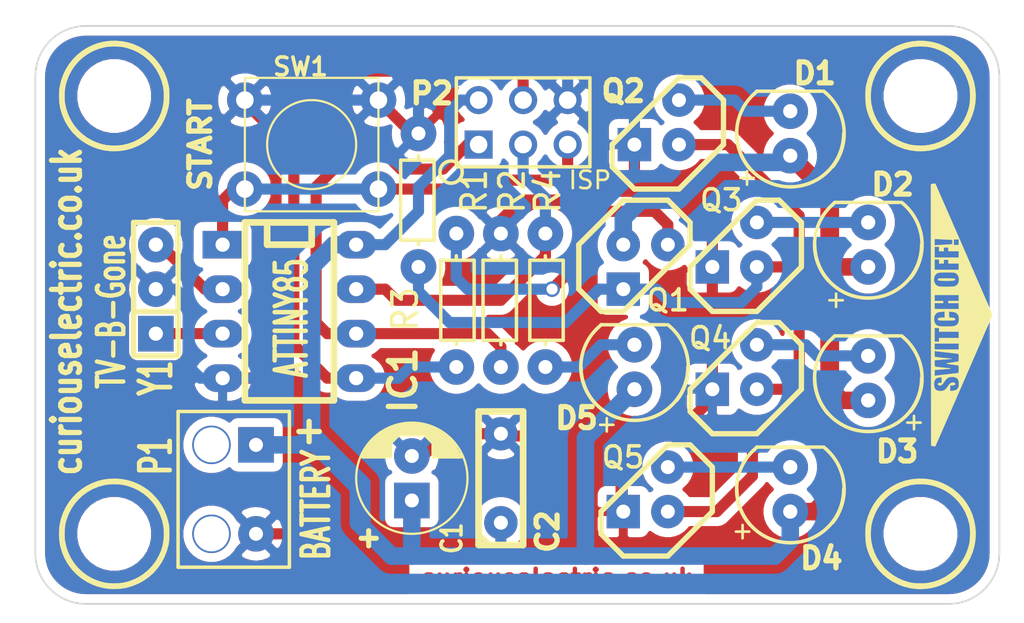
<source format=kicad_pcb>
(kicad_pcb (version 20171130) (host pcbnew "(5.1.12)-1")

  (general
    (thickness 1.6002)
    (drawings 3)
    (tracks 221)
    (zones 0)
    (modules 22)
    (nets 16)
  )

  (page A4)
  (title_block
    (date "29 dec 2014")
  )

  (layers
    (0 Front signal)
    (31 Back signal)
    (32 B.Adhes user)
    (33 F.Adhes user)
    (34 B.Paste user)
    (35 F.Paste user)
    (36 B.SilkS user)
    (37 F.SilkS user)
    (38 B.Mask user)
    (39 F.Mask user)
    (40 Dwgs.User user)
    (41 Cmts.User user)
    (42 Eco1.User user)
    (43 Eco2.User user)
    (44 Edge.Cuts user)
    (45 Margin user)
    (46 B.CrtYd user)
    (47 F.CrtYd user)
  )

  (setup
    (last_trace_width 0.635)
    (user_trace_width 1)
    (trace_clearance 0.254)
    (zone_clearance 0.508)
    (zone_45_only no)
    (trace_min 0.2032)
    (via_size 0.889)
    (via_drill 0.635)
    (via_min_size 0.889)
    (via_min_drill 0.508)
    (uvia_size 0.508)
    (uvia_drill 0.127)
    (uvias_allowed no)
    (uvia_min_size 0.508)
    (uvia_min_drill 0.127)
    (edge_width 0.381)
    (segment_width 0.381)
    (pcb_text_width 0.3048)
    (pcb_text_size 1.524 2.032)
    (mod_edge_width 0.381)
    (mod_text_size 1.524 1.524)
    (mod_text_width 0.3048)
    (pad_size 1.905 1.905)
    (pad_drill 0.8001)
    (pad_to_mask_clearance 0.254)
    (aux_axis_origin 0 0)
    (visible_elements 7FFFFFFF)
    (pcbplotparams
      (layerselection 0x010f0_ffffffff)
      (usegerberextensions true)
      (usegerberattributes false)
      (usegerberadvancedattributes false)
      (creategerberjobfile false)
      (excludeedgelayer true)
      (linewidth 0.150000)
      (plotframeref false)
      (viasonmask false)
      (mode 1)
      (useauxorigin true)
      (hpglpennumber 1)
      (hpglpenspeed 20)
      (hpglpendiameter 15.000000)
      (psnegative false)
      (psa4output false)
      (plotreference true)
      (plotvalue true)
      (plotinvisibletext false)
      (padsonsilk false)
      (subtractmaskfromsilk false)
      (outputformat 1)
      (mirror false)
      (drillshape 0)
      (scaleselection 1)
      (outputdirectory "../TVBGone_GERBER/"))
  )

  (net 0 "")
  (net 1 GND)
  (net 2 VCC)
  (net 3 "Net-(D1-Pad2)")
  (net 4 "Net-(D2-Pad2)")
  (net 5 "Net-(D3-Pad2)")
  (net 6 "Net-(D4-Pad2)")
  (net 7 "Net-(D5-Pad2)")
  (net 8 "Net-(IC1-Pad1)")
  (net 9 "Net-(IC1-Pad2)")
  (net 10 "Net-(IC1-Pad3)")
  (net 11 "Net-(IC1-Pad5)")
  (net 12 "Net-(IC1-Pad6)")
  (net 13 "Net-(IC1-Pad7)")
  (net 14 "Net-(Q1-Pad1)")
  (net 15 "Net-(Q1-Pad2)")

  (net_class Default "This is the default net class."
    (clearance 0.254)
    (trace_width 0.635)
    (via_dia 0.889)
    (via_drill 0.635)
    (uvia_dia 0.508)
    (uvia_drill 0.127)
    (diff_pair_width 0.21)
    (diff_pair_gap 0.25)
    (add_net GND)
    (add_net "Net-(D1-Pad2)")
    (add_net "Net-(D2-Pad2)")
    (add_net "Net-(D3-Pad2)")
    (add_net "Net-(D4-Pad2)")
    (add_net "Net-(D5-Pad2)")
    (add_net "Net-(IC1-Pad1)")
    (add_net "Net-(IC1-Pad2)")
    (add_net "Net-(IC1-Pad3)")
    (add_net "Net-(IC1-Pad5)")
    (add_net "Net-(IC1-Pad6)")
    (add_net "Net-(IC1-Pad7)")
    (add_net "Net-(Q1-Pad1)")
    (add_net "Net-(Q1-Pad2)")
    (add_net VCC)
  )

  (net_class 15 ""
    (clearance 0.254)
    (trace_width 0.381)
    (via_dia 0.889)
    (via_drill 0.635)
    (uvia_dia 0.508)
    (uvia_drill 0.127)
    (diff_pair_width 0.21)
    (diff_pair_gap 0.25)
  )

  (net_class 20 ""
    (clearance 0.254)
    (trace_width 0.508)
    (via_dia 0.889)
    (via_drill 0.635)
    (uvia_dia 0.508)
    (uvia_drill 0.127)
    (diff_pair_width 0.21)
    (diff_pair_gap 0.25)
  )

  (net_class 30 ""
    (clearance 0.254)
    (trace_width 0.762)
    (via_dia 0.889)
    (via_drill 0.635)
    (uvia_dia 0.508)
    (uvia_drill 0.127)
    (diff_pair_width 0.21)
    (diff_pair_gap 0.25)
  )

  (net_class 50 ""
    (clearance 0.254)
    (trace_width 1.27)
    (via_dia 0.889)
    (via_drill 0.635)
    (uvia_dia 0.508)
    (uvia_drill 0.127)
    (diff_pair_width 0.21)
    (diff_pair_gap 0.25)
  )

  (module CuriousElectric3:TV_B_Gone_ML_v1_3_PCB (layer Front) (tedit 627AB779) (tstamp 627ABF64)
    (at 76.835 80.554998)
    (path /563274A1)
    (fp_text reference P3 (at 0 0) (layer F.SilkS) hide
      (effects (font (size 1.27 1.27) (thickness 0.15)))
    )
    (fp_text value PCB (at 0 0) (layer F.SilkS) hide
      (effects (font (size 1.27 1.27) (thickness 0.15)))
    )
    (fp_line (start -38.9121 -25.1) (end -38.9121 -25.1) (layer Edge.Cuts) (width 0.1))
    (fp_line (start -38.9121 -25.1) (end -38.9121 -25.1) (layer Edge.Cuts) (width 0.1))
    (fp_line (start -39.2082 -25.0851) (end -38.9121 -25.1) (layer Edge.Cuts) (width 0.1))
    (fp_line (start -39.4955 -25.0415) (end -39.2082 -25.0851) (layer Edge.Cuts) (width 0.1))
    (fp_line (start -39.7727 -24.9706) (end -39.4955 -25.0415) (layer Edge.Cuts) (width 0.1))
    (fp_line (start -40.03829 -24.8737) (end -39.7727 -24.9706) (layer Edge.Cuts) (width 0.1))
    (fp_line (start -40.29084 -24.7524) (end -40.03829 -24.8737) (layer Edge.Cuts) (width 0.1))
    (fp_line (start -40.52893 -24.6081) (end -40.29084 -24.7524) (layer Edge.Cuts) (width 0.1))
    (fp_line (start -40.75113 -24.4421) (end -40.52893 -24.6081) (layer Edge.Cuts) (width 0.1))
    (fp_line (start -40.95601 -24.256) (end -40.75113 -24.4421) (layer Edge.Cuts) (width 0.1))
    (fp_line (start -41.14215 -24.0511) (end -40.95601 -24.256) (layer Edge.Cuts) (width 0.1))
    (fp_line (start -41.3081 -23.8289) (end -41.14215 -24.0511) (layer Edge.Cuts) (width 0.1))
    (fp_line (start -41.45245 -23.5908) (end -41.3081 -23.8289) (layer Edge.Cuts) (width 0.1))
    (fp_line (start -41.57376 -23.3383) (end -41.45245 -23.5908) (layer Edge.Cuts) (width 0.1))
    (fp_line (start -41.67059 -23.0727) (end -41.57376 -23.3383) (layer Edge.Cuts) (width 0.1))
    (fp_line (start -41.74154 -22.7955) (end -41.67059 -23.0727) (layer Edge.Cuts) (width 0.1))
    (fp_line (start -41.78515 -22.5082) (end -41.74154 -22.7955) (layer Edge.Cuts) (width 0.1))
    (fp_line (start -41.80001 -22.2121) (end -41.78515 -22.5082) (layer Edge.Cuts) (width 0.1))
    (fp_line (start -41.80001 5.0121) (end -41.80001 -22.2121) (layer Edge.Cuts) (width 0.1))
    (fp_line (start -41.78515 5.3082) (end -41.80001 5.0121) (layer Edge.Cuts) (width 0.1))
    (fp_line (start -41.74154 5.5955) (end -41.78515 5.3082) (layer Edge.Cuts) (width 0.1))
    (fp_line (start -41.67059 5.8727) (end -41.74154 5.5955) (layer Edge.Cuts) (width 0.1))
    (fp_line (start -41.57376 6.1383) (end -41.67059 5.8727) (layer Edge.Cuts) (width 0.1))
    (fp_line (start -41.45245 6.3908) (end -41.57376 6.1383) (layer Edge.Cuts) (width 0.1))
    (fp_line (start -41.3081 6.6289) (end -41.45245 6.3908) (layer Edge.Cuts) (width 0.1))
    (fp_line (start -41.14215 6.8511) (end -41.3081 6.6289) (layer Edge.Cuts) (width 0.1))
    (fp_line (start -40.95601 7.056) (end -41.14215 6.8511) (layer Edge.Cuts) (width 0.1))
    (fp_line (start -40.75113 7.2421) (end -40.95601 7.056) (layer Edge.Cuts) (width 0.1))
    (fp_line (start -40.52893 7.4081) (end -40.75113 7.2421) (layer Edge.Cuts) (width 0.1))
    (fp_line (start -40.29084 7.5524) (end -40.52893 7.4081) (layer Edge.Cuts) (width 0.1))
    (fp_line (start -40.03829 7.6738) (end -40.29084 7.5524) (layer Edge.Cuts) (width 0.1))
    (fp_line (start -39.7727 7.7706) (end -40.03829 7.6738) (layer Edge.Cuts) (width 0.1))
    (fp_line (start -39.4955 7.8415) (end -39.7727 7.7706) (layer Edge.Cuts) (width 0.1))
    (fp_line (start -39.2082 7.8851) (end -39.4955 7.8415) (layer Edge.Cuts) (width 0.1))
    (fp_line (start -38.9121 7.9) (end -39.2082 7.8851) (layer Edge.Cuts) (width 0.1))
    (fp_line (start 10.3121 7.9) (end -38.9121 7.9) (layer Edge.Cuts) (width 0.1))
    (fp_line (start 10.6082 7.8851) (end 10.3121 7.9) (layer Edge.Cuts) (width 0.1))
    (fp_line (start 10.8955 7.8415) (end 10.6082 7.8851) (layer Edge.Cuts) (width 0.1))
    (fp_line (start 11.1727 7.7706) (end 10.8955 7.8415) (layer Edge.Cuts) (width 0.1))
    (fp_line (start 11.4383 7.6738) (end 11.1727 7.7706) (layer Edge.Cuts) (width 0.1))
    (fp_line (start 11.6908 7.5524) (end 11.4383 7.6738) (layer Edge.Cuts) (width 0.1))
    (fp_line (start 11.9289 7.4081) (end 11.6908 7.5524) (layer Edge.Cuts) (width 0.1))
    (fp_line (start 12.1511 7.2421) (end 11.9289 7.4081) (layer Edge.Cuts) (width 0.1))
    (fp_line (start 12.356 7.056) (end 12.1511 7.2421) (layer Edge.Cuts) (width 0.1))
    (fp_line (start 12.5421 6.8511) (end 12.356 7.056) (layer Edge.Cuts) (width 0.1))
    (fp_line (start 12.7081 6.6289) (end 12.5421 6.8511) (layer Edge.Cuts) (width 0.1))
    (fp_line (start 12.8524 6.3908) (end 12.7081 6.6289) (layer Edge.Cuts) (width 0.1))
    (fp_line (start 12.9737 6.1383) (end 12.8524 6.3908) (layer Edge.Cuts) (width 0.1))
    (fp_line (start 13.0706 5.8727) (end 12.9737 6.1383) (layer Edge.Cuts) (width 0.1))
    (fp_line (start 13.1415 5.5955) (end 13.0706 5.8727) (layer Edge.Cuts) (width 0.1))
    (fp_line (start 13.1851 5.3082) (end 13.1415 5.5955) (layer Edge.Cuts) (width 0.1))
    (fp_line (start 13.2 5.0121) (end 13.1851 5.3082) (layer Edge.Cuts) (width 0.1))
    (fp_line (start 13.2 -22.2121) (end 13.2 5.0121) (layer Edge.Cuts) (width 0.1))
    (fp_line (start 13.1851 -22.5082) (end 13.2 -22.2121) (layer Edge.Cuts) (width 0.1))
    (fp_line (start 13.1415 -22.7955) (end 13.1851 -22.5082) (layer Edge.Cuts) (width 0.1))
    (fp_line (start 13.0706 -23.0727) (end 13.1415 -22.7955) (layer Edge.Cuts) (width 0.1))
    (fp_line (start 12.9737 -23.3383) (end 13.0706 -23.0727) (layer Edge.Cuts) (width 0.1))
    (fp_line (start 12.8524 -23.5908) (end 12.9737 -23.3383) (layer Edge.Cuts) (width 0.1))
    (fp_line (start 12.7081 -23.8289) (end 12.8524 -23.5908) (layer Edge.Cuts) (width 0.1))
    (fp_line (start 12.5421 -24.0511) (end 12.7081 -23.8289) (layer Edge.Cuts) (width 0.1))
    (fp_line (start 12.356 -24.256) (end 12.5421 -24.0511) (layer Edge.Cuts) (width 0.1))
    (fp_line (start 12.1511 -24.4421) (end 12.356 -24.256) (layer Edge.Cuts) (width 0.1))
    (fp_line (start 11.9289 -24.6081) (end 12.1511 -24.4421) (layer Edge.Cuts) (width 0.1))
    (fp_line (start 11.6908 -24.7524) (end 11.9289 -24.6081) (layer Edge.Cuts) (width 0.1))
    (fp_line (start 11.4383 -24.8737) (end 11.6908 -24.7524) (layer Edge.Cuts) (width 0.1))
    (fp_line (start 11.1727 -24.9706) (end 11.4383 -24.8737) (layer Edge.Cuts) (width 0.1))
    (fp_line (start 10.8955 -25.0415) (end 11.1727 -24.9706) (layer Edge.Cuts) (width 0.1))
    (fp_line (start 10.6082 -25.0851) (end 10.8955 -25.0415) (layer Edge.Cuts) (width 0.1))
    (fp_line (start 10.3121 -25.1) (end 10.6082 -25.0851) (layer Edge.Cuts) (width 0.1))
    (fp_line (start -38.9121 -25.1) (end 10.3121 -25.1) (layer Edge.Cuts) (width 0.1))
    (fp_poly (pts (xy 10.346137 -10.688454) (xy 10.465318 -10.686119) (xy 10.551772 -10.681868) (xy 10.610292 -10.675407)
      (xy 10.645671 -10.666442) (xy 10.65681 -10.660477) (xy 10.687898 -10.62478) (xy 10.678262 -10.594466)
      (xy 10.629313 -10.570808) (xy 10.542462 -10.55508) (xy 10.539793 -10.554797) (xy 10.46311 -10.549693)
      (xy 10.355988 -10.546385) (xy 10.230278 -10.544849) (xy 10.097837 -10.54506) (xy 9.970516 -10.546992)
      (xy 9.860171 -10.550621) (xy 9.778654 -10.555921) (xy 9.773709 -10.556419) (xy 9.720619 -10.566283)
      (xy 9.698138 -10.586414) (xy 9.694334 -10.614096) (xy 9.707127 -10.657756) (xy 9.727815 -10.676319)
      (xy 9.758483 -10.680235) (xy 9.82451 -10.68367) (xy 9.91892 -10.68643) (xy 10.034739 -10.68832)
      (xy 10.164992 -10.689146) (xy 10.189436 -10.689166) (xy 10.346137 -10.688454)) (layer F.SilkS) (width 0.01))
    (fp_poly (pts (xy 8.934726 -24.245342) (xy 9.293088 -24.19839) (xy 9.646173 -24.11102) (xy 9.720727 -24.087046)
      (xy 9.886093 -24.023527) (xy 10.068102 -23.93999) (xy 10.252385 -23.843932) (xy 10.424575 -23.742852)
      (xy 10.570303 -23.644248) (xy 10.57275 -23.642426) (xy 10.856613 -23.405123) (xy 11.107354 -23.142356)
      (xy 11.323835 -22.856395) (xy 11.504917 -22.54951) (xy 11.649461 -22.223973) (xy 11.756329 -21.882052)
      (xy 11.824382 -21.526019) (xy 11.852481 -21.158144) (xy 11.853209 -21.089395) (xy 11.832819 -20.729306)
      (xy 11.772503 -20.378506) (xy 11.674029 -20.039872) (xy 11.539166 -19.716282) (xy 11.369682 -19.410612)
      (xy 11.167347 -19.125741) (xy 10.933929 -18.864546) (xy 10.671197 -18.629905) (xy 10.380919 -18.424693)
      (xy 10.127927 -18.28258) (xy 9.832882 -18.151812) (xy 9.533316 -18.052388) (xy 9.237344 -17.986619)
      (xy 8.990214 -17.95864) (xy 8.897135 -17.952955) (xy 8.814852 -17.94743) (xy 8.75634 -17.942956)
      (xy 8.741834 -17.941589) (xy 8.699395 -17.940672) (xy 8.626034 -17.942651) (xy 8.533033 -17.947117)
      (xy 8.456084 -17.951928) (xy 8.106093 -17.996793) (xy 7.766447 -18.081101) (xy 7.440062 -18.202622)
      (xy 7.129854 -18.359121) (xy 6.83874 -18.548369) (xy 6.569634 -18.768131) (xy 6.325455 -19.016176)
      (xy 6.109117 -19.290271) (xy 5.923537 -19.588184) (xy 5.771631 -19.907684) (xy 5.718717 -20.047363)
      (xy 5.663359 -20.214537) (xy 5.621595 -20.366194) (xy 5.591766 -20.513178) (xy 5.572213 -20.666334)
      (xy 5.561277 -20.836507) (xy 5.558163 -20.991553) (xy 5.868441 -20.991553) (xy 5.875896 -20.823941)
      (xy 5.891549 -20.682786) (xy 5.89207 -20.679581) (xy 5.968877 -20.332108) (xy 6.081788 -20.006576)
      (xy 6.231176 -19.702231) (xy 6.417412 -19.418316) (xy 6.640866 -19.154075) (xy 6.641522 -19.153385)
      (xy 6.884257 -18.926547) (xy 7.151731 -18.728283) (xy 7.438355 -18.561622) (xy 7.738539 -18.429594)
      (xy 8.046692 -18.335227) (xy 8.214714 -18.300949) (xy 8.363329 -18.282961) (xy 8.538835 -18.272668)
      (xy 8.726494 -18.270089) (xy 8.911565 -18.275248) (xy 9.079308 -18.288163) (xy 9.165167 -18.29959)
      (xy 9.485789 -18.372648) (xy 9.798243 -18.485442) (xy 10.097976 -18.635533) (xy 10.380434 -18.820477)
      (xy 10.641063 -19.037834) (xy 10.757478 -19.153385) (xy 10.980878 -19.417899) (xy 11.167991 -19.703936)
      (xy 11.319055 -20.011954) (xy 11.43431 -20.342412) (xy 11.486626 -20.552833) (xy 11.506185 -20.678141)
      (xy 11.519298 -20.832999) (xy 11.525967 -21.005673) (xy 11.526196 -21.184424) (xy 11.519987 -21.357516)
      (xy 11.507342 -21.513212) (xy 11.488264 -21.639775) (xy 11.486394 -21.648593) (xy 11.391327 -21.989948)
      (xy 11.260548 -22.310931) (xy 11.096115 -22.609474) (xy 10.900086 -22.88351) (xy 10.67452 -23.13097)
      (xy 10.421476 -23.349789) (xy 10.14301 -23.537898) (xy 9.841182 -23.69323) (xy 9.518049 -23.813718)
      (xy 9.265363 -23.879458) (xy 9.081273 -23.90871) (xy 8.871366 -23.92512) (xy 8.650161 -23.92869)
      (xy 8.43218 -23.919419) (xy 8.231943 -23.897307) (xy 8.133637 -23.879458) (xy 7.79609 -23.786204)
      (xy 7.478197 -23.656541) (xy 7.18207 -23.492588) (xy 6.909824 -23.296465) (xy 6.66357 -23.07029)
      (xy 6.445422 -22.816185) (xy 6.257493 -22.536267) (xy 6.101895 -22.232657) (xy 5.980743 -21.907473)
      (xy 5.914358 -21.6535) (xy 5.892143 -21.516595) (xy 5.876878 -21.351533) (xy 5.868873 -21.171968)
      (xy 5.868441 -20.991553) (xy 5.558163 -20.991553) (xy 5.557299 -21.03454) (xy 5.55722 -21.103166)
      (xy 5.558263 -21.262777) (xy 5.561019 -21.388857) (xy 5.566129 -21.4902) (xy 5.574234 -21.575593)
      (xy 5.585977 -21.653829) (xy 5.601999 -21.733698) (xy 5.603843 -21.742035) (xy 5.704018 -22.098886)
      (xy 5.840382 -22.436671) (xy 6.011034 -22.753126) (xy 6.214071 -23.045985) (xy 6.447592 -23.312984)
      (xy 6.709696 -23.551857) (xy 6.998479 -23.76034) (xy 7.31204 -23.936168) (xy 7.525924 -24.030947)
      (xy 7.866684 -24.144679) (xy 8.217652 -24.218388) (xy 8.574956 -24.251975) (xy 8.934726 -24.245342)) (layer F.SilkS) (width 0.01))
    (fp_poly (pts (xy -37.158083 -24.249362) (xy -36.818627 -24.217242) (xy -36.5006 -24.153858) (xy -36.194274 -24.056605)
      (xy -35.889921 -23.922879) (xy -35.835663 -23.895287) (xy -35.594448 -23.757429) (xy -35.375224 -23.603492)
      (xy -35.165819 -23.424291) (xy -35.018008 -23.278329) (xy -34.788005 -23.013465) (xy -34.593658 -22.732304)
      (xy -34.432941 -22.430968) (xy -34.303831 -22.105579) (xy -34.2043 -21.752259) (xy -34.191627 -21.695833)
      (xy -34.171628 -21.569718) (xy -34.158141 -21.412609) (xy -34.151092 -21.235332) (xy -34.150407 -21.04871)
      (xy -34.156013 -20.863568) (xy -34.167835 -20.69073) (xy -34.185799 -20.541022) (xy -34.200048 -20.464298)
      (xy -34.301335 -20.100872) (xy -34.437806 -19.759252) (xy -34.60794 -19.441136) (xy -34.810216 -19.14822)
      (xy -35.043113 -18.882202) (xy -35.305109 -18.64478) (xy -35.594685 -18.437652) (xy -35.910317 -18.262515)
      (xy -36.250487 -18.121066) (xy -36.32141 -18.096942) (xy -36.631557 -18.012727) (xy -36.948208 -17.962498)
      (xy -37.279343 -17.945312) (xy -37.539083 -17.953358) (xy -37.882799 -17.995813) (xy -38.220608 -18.07842)
      (xy -38.548347 -18.199034) (xy -38.861853 -18.355508) (xy -39.156962 -18.545699) (xy -39.42951 -18.767459)
      (xy -39.675335 -19.018644) (xy -39.728808 -19.08175) (xy -39.943001 -19.372793) (xy -40.120211 -19.681819)
      (xy -40.261888 -20.011782) (xy -40.369483 -20.365633) (xy -40.378951 -20.404666) (xy -40.414823 -20.600515)
      (xy -40.437881 -20.823012) (xy -40.446624 -21.031251) (xy -40.126871 -21.031251) (xy -40.121605 -20.864031)
      (xy -40.108895 -20.719626) (xy -40.103079 -20.679581) (xy -40.026834 -20.339244) (xy -39.913443 -20.015011)
      (xy -39.764914 -19.709658) (xy -39.583251 -19.425963) (xy -39.37046 -19.166701) (xy -39.128547 -18.934648)
      (xy -38.859517 -18.732582) (xy -38.579304 -18.570244) (xy -38.397645 -18.48769) (xy -38.199065 -18.412732)
      (xy -37.999533 -18.350754) (xy -37.815021 -18.307141) (xy -37.780452 -18.300949) (xy -37.631838 -18.282961)
      (xy -37.456332 -18.272668) (xy -37.268673 -18.270089) (xy -37.083602 -18.275248) (xy -36.915858 -18.288163)
      (xy -36.83 -18.29959) (xy -36.505936 -18.373197) (xy -36.193673 -18.485721) (xy -35.896649 -18.634581)
      (xy -35.618303 -18.817194) (xy -35.362075 -19.03098) (xy -35.131403 -19.273355) (xy -34.929727 -19.541738)
      (xy -34.760486 -19.833547) (xy -34.744992 -19.864916) (xy -34.631821 -20.125937) (xy -34.550326 -20.382392)
      (xy -34.497307 -20.647198) (xy -34.469564 -20.933275) (xy -34.467059 -20.98675) (xy -34.469625 -21.304007)
      (xy -34.50507 -21.603368) (xy -34.575344 -21.894027) (xy -34.682397 -22.185178) (xy -34.75444 -22.342272)
      (xy -34.925229 -22.645395) (xy -35.127521 -22.921147) (xy -35.359198 -23.167878) (xy -35.618139 -23.38394)
      (xy -35.902224 -23.567683) (xy -36.209335 -23.717457) (xy -36.537352 -23.831613) (xy -36.729804 -23.879458)
      (xy -36.913893 -23.90871) (xy -37.123801 -23.92512) (xy -37.345006 -23.92869) (xy -37.562987 -23.919419)
      (xy -37.763224 -23.897307) (xy -37.861529 -23.879458) (xy -38.199034 -23.786191) (xy -38.517059 -23.656445)
      (xy -38.813449 -23.492369) (xy -39.086047 -23.296112) (xy -39.332697 -23.069822) (xy -39.551242 -22.815648)
      (xy -39.739527 -22.535738) (xy -39.895395 -22.232242) (xy -40.01669 -21.907306) (xy -40.079629 -21.669338)
      (xy -40.101072 -21.540328) (xy -40.116298 -21.382345) (xy -40.125 -21.208337) (xy -40.126871 -21.031251)
      (xy -40.446624 -21.031251) (xy -40.447762 -21.058346) (xy -40.444106 -21.292704) (xy -40.426551 -21.512275)
      (xy -40.410836 -21.62175) (xy -40.329919 -21.974319) (xy -40.212495 -22.309078) (xy -40.061008 -22.624053)
      (xy -39.8779 -22.91727) (xy -39.665615 -23.186757) (xy -39.426596 -23.430539) (xy -39.163286 -23.646642)
      (xy -38.878129 -23.833093) (xy -38.573567 -23.987919) (xy -38.252044 -24.109145) (xy -37.916003 -24.194799)
      (xy -37.567887 -24.242905) (xy -37.21014 -24.251492) (xy -37.158083 -24.249362)) (layer F.SilkS) (width 0.01))
    (fp_poly (pts (xy 9.546247 -16.093929) (xy 9.556345 -16.072926) (xy 9.58227 -16.015397) (xy 9.623026 -15.923634)
      (xy 9.677617 -15.799927) (xy 9.745046 -15.646567) (xy 9.824316 -15.465847) (xy 9.914431 -15.260057)
      (xy 10.014395 -15.031488) (xy 10.123211 -14.782432) (xy 10.239882 -14.515179) (xy 10.363412 -14.232022)
      (xy 10.492805 -13.93525) (xy 10.627064 -13.627156) (xy 10.765192 -13.310031) (xy 10.906192 -12.986166)
      (xy 11.04907 -12.657851) (xy 11.192827 -12.327379) (xy 11.336467 -11.99704) (xy 11.478995 -11.669126)
      (xy 11.619413 -11.345928) (xy 11.756724 -11.029737) (xy 11.889933 -10.722844) (xy 12.018043 -10.427541)
      (xy 12.140057 -10.146118) (xy 12.254979 -9.880868) (xy 12.361812 -9.63408) (xy 12.45956 -9.408047)
      (xy 12.547226 -9.205059) (xy 12.623814 -9.027409) (xy 12.688327 -8.877386) (xy 12.739769 -8.757282)
      (xy 12.777143 -8.669389) (xy 12.799453 -8.615998) (xy 12.805834 -8.599382) (xy 12.797548 -8.578564)
      (xy 12.773352 -8.521246) (xy 12.734241 -8.429712) (xy 12.681206 -8.306249) (xy 12.615243 -8.153142)
      (xy 12.537344 -7.972678) (xy 12.448502 -7.767141) (xy 12.349712 -7.538819) (xy 12.241966 -7.289997)
      (xy 12.126257 -7.022961) (xy 12.003581 -6.739996) (xy 11.874929 -6.443389) (xy 11.741295 -6.135425)
      (xy 11.603673 -5.81839) (xy 11.463056 -5.494571) (xy 11.320437 -5.166252) (xy 11.176811 -4.83572)
      (xy 11.03317 -4.505261) (xy 10.890507 -4.177161) (xy 10.749817 -3.853705) (xy 10.612093 -3.537179)
      (xy 10.478328 -3.229869) (xy 10.349515 -2.934061) (xy 10.226648 -2.652041) (xy 10.110721 -2.386095)
      (xy 10.002726 -2.138508) (xy 9.903658 -1.911567) (xy 9.81451 -1.707557) (xy 9.736274 -1.528764)
      (xy 9.669945 -1.377474) (xy 9.616517 -1.255973) (xy 9.576981 -1.166546) (xy 9.552333 -1.11148)
      (xy 9.543597 -1.093065) (xy 9.520191 -1.093574) (xy 9.468167 -1.101154) (xy 9.419167 -1.110201)
      (xy 9.30275 -1.133328) (xy 9.300222 -4.680729) (xy 9.472309 -4.680729) (xy 9.477008 -4.569459)
      (xy 9.499671 -4.464692) (xy 9.538718 -4.376614) (xy 9.592565 -4.315413) (xy 9.61304 -4.302984)
      (xy 9.7314 -4.264908) (xy 9.861935 -4.255107) (xy 9.987521 -4.273924) (xy 10.043584 -4.29439)
      (xy 10.094946 -4.32576) (xy 10.148101 -4.376073) (xy 10.209841 -4.452432) (xy 10.25525 -4.515742)
      (xy 10.327359 -4.613475) (xy 10.387799 -4.67922) (xy 10.444253 -4.71864) (xy 10.504404 -4.737397)
      (xy 10.56128 -4.741333) (xy 10.626209 -4.728717) (xy 10.671642 -4.69631) (xy 10.68694 -4.652272)
      (xy 10.686066 -4.645612) (xy 10.659825 -4.608473) (xy 10.596904 -4.584975) (xy 10.495482 -4.574478)
      (xy 10.482792 -4.57411) (xy 10.392834 -4.572) (xy 10.392834 -4.250343) (xy 10.525125 -4.264835)
      (xy 10.66217 -4.29086) (xy 10.763722 -4.337299) (xy 10.833222 -4.407945) (xy 10.874109 -4.506588)
      (xy 10.889825 -4.63702) (xy 10.89025 -4.66725) (xy 10.877625 -4.80841) (xy 10.838879 -4.916691)
      (xy 10.772708 -4.993513) (xy 10.677809 -5.040295) (xy 10.552875 -5.058456) (xy 10.530277 -5.0588)
      (xy 10.411609 -5.052862) (xy 10.316259 -5.031433) (xy 10.235585 -4.9892) (xy 10.16094 -4.920845)
      (xy 10.083682 -4.821055) (xy 10.041854 -4.758455) (xy 9.980049 -4.669529) (xy 9.928287 -4.612954)
      (xy 9.879034 -4.582569) (xy 9.824757 -4.572212) (xy 9.813873 -4.572) (xy 9.740714 -4.581214)
      (xy 9.702394 -4.610356) (xy 9.694334 -4.646083) (xy 9.706038 -4.68806) (xy 9.745242 -4.711615)
      (xy 9.818084 -4.720012) (xy 9.833648 -4.720166) (xy 9.906 -4.720166) (xy 9.906 -5.043495)
      (xy 9.790379 -5.029906) (xy 9.688277 -5.012926) (xy 9.616999 -4.986305) (xy 9.565168 -4.943748)
      (xy 9.523131 -4.882028) (xy 9.487156 -4.788314) (xy 9.472309 -4.680729) (xy 9.300222 -4.680729)
      (xy 9.299448 -5.766932) (xy 9.502966 -5.766932) (xy 9.503915 -5.719194) (xy 9.512006 -5.684618)
      (xy 9.532564 -5.660286) (xy 9.570914 -5.643279) (xy 9.632382 -5.630681) (xy 9.722293 -5.619574)
      (xy 9.845973 -5.607039) (xy 9.927167 -5.598806) (xy 10.094356 -5.581309) (xy 10.223118 -5.567288)
      (xy 10.317174 -5.556253) (xy 10.380243 -5.547713) (xy 10.416047 -5.541177) (xy 10.428304 -5.536154)
      (xy 10.424584 -5.533181) (xy 10.397493 -5.529322) (xy 10.33612 -5.522965) (xy 10.248395 -5.514768)
      (xy 10.142252 -5.505389) (xy 10.025622 -5.495486) (xy 9.906438 -5.485718) (xy 9.792631 -5.476743)
      (xy 9.692134 -5.469219) (xy 9.612879 -5.463804) (xy 9.562799 -5.461156) (xy 9.554726 -5.461)
      (xy 9.529534 -5.458966) (xy 9.514422 -5.447127) (xy 9.506816 -5.416877) (xy 9.504145 -5.359609)
      (xy 9.503834 -5.290707) (xy 9.503834 -5.120415) (xy 9.572625 -5.131892) (xy 9.611612 -5.137263)
      (xy 9.68637 -5.146543) (xy 9.790592 -5.158988) (xy 9.917974 -5.173853) (xy 10.062208 -5.190395)
      (xy 10.212917 -5.207414) (xy 10.366118 -5.224768) (xy 10.507344 -5.241118) (xy 10.630571 -5.255738)
      (xy 10.72978 -5.267903) (xy 10.798947 -5.276888) (xy 10.832042 -5.281966) (xy 10.853819 -5.289127)
      (xy 10.867696 -5.304445) (xy 10.875445 -5.336091) (xy 10.878841 -5.392237) (xy 10.879657 -5.481054)
      (xy 10.879667 -5.501381) (xy 10.879667 -5.710289) (xy 10.810875 -5.722289) (xy 10.762797 -5.729816)
      (xy 10.684009 -5.741224) (xy 10.585778 -5.754913) (xy 10.488084 -5.768125) (xy 10.352083 -5.786587)
      (xy 10.257641 -5.801144) (xy 10.204328 -5.813264) (xy 10.191712 -5.824415) (xy 10.21936 -5.836065)
      (xy 10.286843 -5.849683) (xy 10.393729 -5.866737) (xy 10.456334 -5.876189) (xy 10.572901 -5.893969)
      (xy 10.677614 -5.910454) (xy 10.76195 -5.924264) (xy 10.81739 -5.934018) (xy 10.832042 -5.937047)
      (xy 10.853741 -5.9447) (xy 10.867603 -5.960351) (xy 10.875376 -5.992171) (xy 10.87881 -6.048335)
      (xy 10.879655 -6.137013) (xy 10.879667 -6.1595) (xy 10.87914 -6.255669) (xy 10.876394 -6.317638)
      (xy 10.86968 -6.353538) (xy 10.857247 -6.371501) (xy 10.837348 -6.379658) (xy 10.832042 -6.38089)
      (xy 10.799015 -6.385934) (xy 10.72986 -6.394853) (xy 10.630534 -6.406938) (xy 10.506991 -6.421476)
      (xy 10.36519 -6.437757) (xy 10.211085 -6.455071) (xy 10.202334 -6.456043) (xy 10.047039 -6.473466)
      (xy 9.9031 -6.489959) (xy 9.776608 -6.504797) (xy 9.673658 -6.517254) (xy 9.600344 -6.526606)
      (xy 9.56276 -6.532126) (xy 9.562042 -6.532265) (xy 9.503834 -6.543863) (xy 9.503834 -6.372848)
      (xy 9.505797 -6.293783) (xy 9.511019 -6.234088) (xy 9.518496 -6.20373) (xy 9.521054 -6.201833)
      (xy 9.547816 -6.199209) (xy 9.607393 -6.192085) (xy 9.690639 -6.181587) (xy 9.777088 -6.170335)
      (xy 9.906312 -6.154988) (xy 10.051766 -6.140346) (xy 10.190008 -6.128681) (xy 10.246701 -6.12482)
      (xy 10.339775 -6.117991) (xy 10.414886 -6.110243) (xy 10.463465 -6.102607) (xy 10.4775 -6.09704)
      (xy 10.457509 -6.091134) (xy 10.402071 -6.083313) (xy 10.317988 -6.074318) (xy 10.212065 -6.064889)
      (xy 10.112375 -6.057261) (xy 9.981948 -6.047718) (xy 9.856627 -6.038096) (xy 9.746588 -6.029211)
      (xy 9.662006 -6.021875) (xy 9.625542 -6.018328) (xy 9.503834 -6.005411) (xy 9.503834 -5.83075)
      (xy 9.502966 -5.766932) (xy 9.299448 -5.766932) (xy 9.298595 -6.963833) (xy 9.503834 -6.963833)
      (xy 9.503834 -6.625166) (xy 10.879667 -6.625166) (xy 10.879667 -6.963833) (xy 9.503834 -6.963833)
      (xy 9.298595 -6.963833) (xy 9.297961 -7.852833) (xy 9.503834 -7.852833) (xy 9.503834 -7.069666)
      (xy 9.757834 -7.069666) (xy 9.757834 -7.281333) (xy 10.879667 -7.281333) (xy 10.879667 -7.641166)
      (xy 9.757834 -7.641166) (xy 9.757834 -7.852833) (xy 9.503834 -7.852833) (xy 9.297961 -7.852833)
      (xy 9.297598 -8.3611) (xy 9.474494 -8.3611) (xy 9.490162 -8.218742) (xy 9.535305 -8.104976)
      (xy 9.608979 -8.021162) (xy 9.710242 -7.968661) (xy 9.754364 -7.957472) (xy 9.811913 -7.950924)
      (xy 9.901878 -7.946105) (xy 10.014374 -7.943024) (xy 10.139517 -7.941689) (xy 10.267424 -7.942108)
      (xy 10.388212 -7.94429) (xy 10.491996 -7.948243) (xy 10.568894 -7.953975) (xy 10.589932 -7.956771)
      (xy 10.708268 -7.992087) (xy 10.796153 -8.055004) (xy 10.854716 -8.147046) (xy 10.885085 -8.269737)
      (xy 10.89025 -8.362379) (xy 10.888157 -8.451052) (xy 10.879489 -8.512779) (xy 10.860669 -8.562843)
      (xy 10.832132 -8.610497) (xy 10.778992 -8.677751) (xy 10.718032 -8.723626) (xy 10.638886 -8.753138)
      (xy 10.531184 -8.771301) (xy 10.491428 -8.775317) (xy 10.329334 -8.790006) (xy 10.329334 -8.4455)
      (xy 10.419292 -8.44428) (xy 10.501873 -8.439538) (xy 10.585006 -8.429553) (xy 10.593917 -8.428046)
      (xy 10.649149 -8.414251) (xy 10.673539 -8.393206) (xy 10.678584 -8.360682) (xy 10.66865 -8.320015)
      (xy 10.631172 -8.298692) (xy 10.615084 -8.294754) (xy 10.567592 -8.28932) (xy 10.487029 -8.284977)
      (xy 10.382643 -8.281778) (xy 10.263684 -8.279779) (xy 10.139399 -8.279035) (xy 10.019038 -8.279601)
      (xy 9.91185 -8.281531) (xy 9.827084 -8.284881) (xy 9.773989 -8.289706) (xy 9.773709 -8.289752)
      (xy 9.721095 -8.302582) (xy 9.698683 -8.324578) (xy 9.694334 -8.360833) (xy 9.699994 -8.400188)
      (xy 9.725043 -8.420694) (xy 9.773709 -8.431914) (xy 9.843914 -8.43985) (xy 9.928976 -8.444646)
      (xy 9.964209 -8.445267) (xy 10.075334 -8.4455) (xy 10.075334 -8.790454) (xy 9.893629 -8.777631)
      (xy 9.767689 -8.763199) (xy 9.674556 -8.737408) (xy 9.605258 -8.695752) (xy 9.550827 -8.633723)
      (xy 9.525934 -8.592851) (xy 9.493363 -8.520757) (xy 9.477761 -8.444732) (xy 9.474494 -8.3611)
      (xy 9.297598 -8.3611) (xy 9.297429 -8.597907) (xy 9.296618 -9.736666) (xy 9.503834 -9.736666)
      (xy 9.503834 -9.398) (xy 9.990667 -9.398) (xy 9.990667 -9.271) (xy 9.503834 -9.271)
      (xy 9.503834 -8.932333) (xy 10.879667 -8.932333) (xy 10.879667 -9.271) (xy 10.287 -9.271)
      (xy 10.287 -9.398) (xy 10.879667 -9.398) (xy 10.879667 -9.736666) (xy 9.503834 -9.736666)
      (xy 9.296618 -9.736666) (xy 9.296018 -10.577525) (xy 9.46818 -10.577525) (xy 9.470687 -10.555545)
      (xy 9.508026 -10.423051) (xy 9.57233 -10.322948) (xy 9.663308 -10.255552) (xy 9.778495 -10.221478)
      (xy 9.85163 -10.214883) (xy 9.955633 -10.210302) (xy 10.079279 -10.207737) (xy 10.211339 -10.20719)
      (xy 10.340587 -10.208663) (xy 10.455798 -10.212159) (xy 10.545742 -10.217679) (xy 10.578589 -10.22132)
      (xy 10.700479 -10.255811) (xy 10.79298 -10.320599) (xy 10.856411 -10.416039) (xy 10.891094 -10.542482)
      (xy 10.894336 -10.568832) (xy 10.891081 -10.695084) (xy 10.857589 -10.810437) (xy 10.79824 -10.907042)
      (xy 10.717413 -10.977051) (xy 10.650384 -11.006034) (xy 10.604603 -11.012935) (xy 10.524844 -11.018933)
      (xy 10.41946 -11.02365) (xy 10.296803 -11.026703) (xy 10.175195 -11.027715) (xy 10.014241 -11.026703)
      (xy 9.889085 -11.02276) (xy 9.793228 -11.01469) (xy 9.720172 -11.001296) (xy 9.663416 -10.981382)
      (xy 9.616462 -10.953749) (xy 9.57281 -10.917201) (xy 9.572252 -10.916678) (xy 9.52893 -10.854989)
      (xy 9.494135 -10.767204) (xy 9.472381 -10.669367) (xy 9.46818 -10.577525) (xy 9.296018 -10.577525)
      (xy 9.295169 -11.768666) (xy 9.503834 -11.768666) (xy 9.503834 -11.176) (xy 10.879667 -11.176)
      (xy 10.879667 -11.535833) (xy 10.287 -11.535833) (xy 10.287 -11.7475) (xy 10.033 -11.7475)
      (xy 10.033 -11.535833) (xy 9.757834 -11.535833) (xy 9.757834 -11.768666) (xy 9.503834 -11.768666)
      (xy 9.295169 -11.768666) (xy 9.294656 -12.488333) (xy 9.503834 -12.488333) (xy 9.503834 -11.8745)
      (xy 10.879667 -11.8745) (xy 10.879667 -12.234333) (xy 10.287 -12.234333) (xy 10.287 -12.446)
      (xy 10.033 -12.446) (xy 10.033 -12.234333) (xy 9.757834 -12.234333) (xy 9.757834 -12.488333)
      (xy 9.503834 -12.488333) (xy 9.294656 -12.488333) (xy 9.294599 -12.568843) (xy 9.503834 -12.568843)
      (xy 9.625542 -12.580898) (xy 9.695978 -12.586677) (xy 9.794974 -12.593231) (xy 9.908789 -12.599712)
      (xy 10.011834 -12.60475) (xy 10.127264 -12.610447) (xy 10.240158 -12.616976) (xy 10.336771 -12.623488)
      (xy 10.398125 -12.628601) (xy 10.519834 -12.640656) (xy 10.519834 -12.884343) (xy 10.228792 -12.898559)
      (xy 10.096486 -12.905229) (xy 9.97465 -12.911666) (xy 10.6045 -12.911666) (xy 10.6045 -12.594166)
      (xy 10.879667 -12.594166) (xy 10.879667 -12.911666) (xy 10.6045 -12.911666) (xy 9.97465 -12.911666)
      (xy 9.955135 -12.912697) (xy 9.822213 -12.920022) (xy 9.720792 -12.925922) (xy 9.503834 -12.939068)
      (xy 9.503834 -12.568843) (xy 9.294599 -12.568843) (xy 9.292107 -16.062486) (xy 9.410817 -16.08713)
      (xy 9.478058 -16.097641) (xy 9.52816 -16.099133) (xy 9.546247 -16.093929)) (layer F.SilkS) (width 0.01))
    (fp_poly (pts (xy 8.934726 0.752491) (xy 9.293088 0.799443) (xy 9.646173 0.886814) (xy 9.720727 0.910788)
      (xy 9.886093 0.974306) (xy 10.068102 1.057843) (xy 10.252385 1.153901) (xy 10.424575 1.254981)
      (xy 10.570303 1.353585) (xy 10.57275 1.355407) (xy 10.856613 1.59271) (xy 11.107354 1.855478)
      (xy 11.323835 2.141439) (xy 11.504917 2.448323) (xy 11.649461 2.773861) (xy 11.756329 3.115781)
      (xy 11.824382 3.471814) (xy 11.852481 3.839689) (xy 11.853209 3.908438) (xy 11.832819 4.268527)
      (xy 11.772503 4.619327) (xy 11.674029 4.957961) (xy 11.539166 5.281551) (xy 11.369682 5.587221)
      (xy 11.167347 5.872092) (xy 10.933929 6.133287) (xy 10.671197 6.367929) (xy 10.380919 6.57314)
      (xy 10.127927 6.715253) (xy 9.832882 6.846022) (xy 9.533316 6.945445) (xy 9.237344 7.011214)
      (xy 8.990214 7.039194) (xy 8.897135 7.044879) (xy 8.814852 7.050404) (xy 8.75634 7.054878)
      (xy 8.741834 7.056244) (xy 8.699395 7.057161) (xy 8.626034 7.055182) (xy 8.533033 7.050716)
      (xy 8.456084 7.045905) (xy 8.106093 7.001041) (xy 7.766447 6.916732) (xy 7.440062 6.795212)
      (xy 7.129854 6.638712) (xy 6.83874 6.449465) (xy 6.569634 6.229703) (xy 6.325455 5.981658)
      (xy 6.109117 5.707562) (xy 5.923537 5.409649) (xy 5.771631 5.09015) (xy 5.718717 4.950471)
      (xy 5.663359 4.783296) (xy 5.621595 4.631639) (xy 5.591766 4.484655) (xy 5.572213 4.331499)
      (xy 5.561277 4.161327) (xy 5.558163 4.006281) (xy 5.868441 4.006281) (xy 5.875896 4.173892)
      (xy 5.891549 4.315047) (xy 5.89207 4.318252) (xy 5.968877 4.665725) (xy 6.081788 4.991257)
      (xy 6.231176 5.295603) (xy 6.417412 5.579518) (xy 6.640866 5.843759) (xy 6.641522 5.844448)
      (xy 6.884257 6.071287) (xy 7.151731 6.269551) (xy 7.438355 6.436211) (xy 7.738539 6.568239)
      (xy 8.046692 6.662606) (xy 8.214714 6.696884) (xy 8.363329 6.714872) (xy 8.538835 6.725166)
      (xy 8.726494 6.727744) (xy 8.911565 6.722586) (xy 9.079308 6.70967) (xy 9.165167 6.698243)
      (xy 9.485789 6.625185) (xy 9.798243 6.512391) (xy 10.097976 6.362301) (xy 10.380434 6.177356)
      (xy 10.641063 5.959999) (xy 10.757478 5.844448) (xy 10.980878 5.579935) (xy 11.167991 5.293898)
      (xy 11.319055 4.985879) (xy 11.43431 4.655422) (xy 11.486626 4.445) (xy 11.506185 4.319693)
      (xy 11.519298 4.164834) (xy 11.525967 3.992161) (xy 11.526196 3.81341) (xy 11.519987 3.640318)
      (xy 11.507342 3.484622) (xy 11.488264 3.358058) (xy 11.486394 3.34924) (xy 11.391327 3.007885)
      (xy 11.260548 2.686902) (xy 11.096115 2.388359) (xy 10.900086 2.114324) (xy 10.67452 1.866863)
      (xy 10.421476 1.648045) (xy 10.14301 1.459936) (xy 9.841182 1.304604) (xy 9.518049 1.184116)
      (xy 9.265363 1.118375) (xy 9.081273 1.089123) (xy 8.871366 1.072713) (xy 8.650161 1.069143)
      (xy 8.43218 1.078414) (xy 8.231943 1.100526) (xy 8.133637 1.118375) (xy 7.79609 1.211629)
      (xy 7.478197 1.341293) (xy 7.18207 1.505246) (xy 6.909824 1.701369) (xy 6.66357 1.927543)
      (xy 6.445422 2.181648) (xy 6.257493 2.461566) (xy 6.101895 2.765177) (xy 5.980743 3.090361)
      (xy 5.914358 3.344334) (xy 5.892143 3.481239) (xy 5.876878 3.646301) (xy 5.868873 3.825866)
      (xy 5.868441 4.006281) (xy 5.558163 4.006281) (xy 5.557299 3.963293) (xy 5.55722 3.894667)
      (xy 5.558263 3.735057) (xy 5.561019 3.608976) (xy 5.566129 3.507634) (xy 5.574234 3.42224)
      (xy 5.585977 3.344004) (xy 5.601999 3.264135) (xy 5.603843 3.255798) (xy 5.704018 2.898947)
      (xy 5.840382 2.561162) (xy 6.011034 2.244707) (xy 6.214071 1.951848) (xy 6.447592 1.68485)
      (xy 6.709696 1.445976) (xy 6.998479 1.237493) (xy 7.31204 1.061665) (xy 7.525924 0.966886)
      (xy 7.866684 0.853155) (xy 8.217652 0.779446) (xy 8.574956 0.745858) (xy 8.934726 0.752491)) (layer F.SilkS) (width 0.01))
    (fp_poly (pts (xy -37.158083 0.748471) (xy -36.818627 0.780591) (xy -36.5006 0.843975) (xy -36.194274 0.941228)
      (xy -35.889921 1.074955) (xy -35.835663 1.102546) (xy -35.594448 1.240404) (xy -35.375224 1.394341)
      (xy -35.165819 1.573542) (xy -35.018008 1.719505) (xy -34.788005 1.984368) (xy -34.593658 2.265529)
      (xy -34.432941 2.566865) (xy -34.303831 2.892254) (xy -34.2043 3.245574) (xy -34.191627 3.302)
      (xy -34.171628 3.428115) (xy -34.158141 3.585224) (xy -34.151092 3.762501) (xy -34.150407 3.949123)
      (xy -34.156013 4.134265) (xy -34.167835 4.307103) (xy -34.185799 4.456811) (xy -34.200048 4.533535)
      (xy -34.301335 4.896961) (xy -34.437806 5.238581) (xy -34.60794 5.556698) (xy -34.810216 5.849614)
      (xy -35.043113 6.115631) (xy -35.305109 6.353053) (xy -35.594685 6.560181) (xy -35.910317 6.735319)
      (xy -36.250487 6.876768) (xy -36.32141 6.900891) (xy -36.631557 6.985106) (xy -36.948208 7.035336)
      (xy -37.279343 7.052521) (xy -37.539083 7.044475) (xy -37.882799 7.00202) (xy -38.220608 6.919413)
      (xy -38.548347 6.798799) (xy -38.861853 6.642325) (xy -39.156962 6.452135) (xy -39.42951 6.230374)
      (xy -39.675335 5.979189) (xy -39.728808 5.916084) (xy -39.943001 5.625041) (xy -40.120211 5.316014)
      (xy -40.261888 4.986052) (xy -40.369483 4.6322) (xy -40.378951 4.593167) (xy -40.414823 4.397318)
      (xy -40.437881 4.174821) (xy -40.446624 3.966583) (xy -40.126871 3.966583) (xy -40.121605 4.133802)
      (xy -40.108895 4.278208) (xy -40.103079 4.318252) (xy -40.026834 4.658589) (xy -39.913443 4.982822)
      (xy -39.764914 5.288175) (xy -39.583251 5.57187) (xy -39.37046 5.831133) (xy -39.128547 6.063185)
      (xy -38.859517 6.265252) (xy -38.579304 6.427589) (xy -38.397645 6.510144) (xy -38.199065 6.585102)
      (xy -37.999533 6.647079) (xy -37.815021 6.690692) (xy -37.780452 6.696884) (xy -37.631838 6.714872)
      (xy -37.456332 6.725166) (xy -37.268673 6.727744) (xy -37.083602 6.722586) (xy -36.915858 6.70967)
      (xy -36.83 6.698243) (xy -36.505936 6.624636) (xy -36.193673 6.512112) (xy -35.896649 6.363252)
      (xy -35.618303 6.180639) (xy -35.362075 5.966854) (xy -35.131403 5.724479) (xy -34.929727 5.456096)
      (xy -34.760486 5.164287) (xy -34.744992 5.132917) (xy -34.631821 4.871896) (xy -34.550326 4.615442)
      (xy -34.497307 4.350635) (xy -34.469564 4.064559) (xy -34.467059 4.011084) (xy -34.469625 3.693826)
      (xy -34.50507 3.394465) (xy -34.575344 3.103806) (xy -34.682397 2.812655) (xy -34.75444 2.655561)
      (xy -34.925229 2.352438) (xy -35.127521 2.076687) (xy -35.359198 1.829955) (xy -35.618139 1.613893)
      (xy -35.902224 1.43015) (xy -36.209335 1.280376) (xy -36.537352 1.16622) (xy -36.729804 1.118375)
      (xy -36.913893 1.089123) (xy -37.123801 1.072713) (xy -37.345006 1.069143) (xy -37.562987 1.078414)
      (xy -37.763224 1.100526) (xy -37.861529 1.118375) (xy -38.199034 1.211643) (xy -38.517059 1.341389)
      (xy -38.813449 1.505465) (xy -39.086047 1.701722) (xy -39.332697 1.928011) (xy -39.551242 2.182185)
      (xy -39.739527 2.462095) (xy -39.895395 2.765592) (xy -40.01669 3.090527) (xy -40.079629 3.328496)
      (xy -40.101072 3.457506) (xy -40.116298 3.615488) (xy -40.125 3.789496) (xy -40.126871 3.966583)
      (xy -40.446624 3.966583) (xy -40.447762 3.939487) (xy -40.444106 3.705129) (xy -40.426551 3.485558)
      (xy -40.410836 3.376084) (xy -40.329919 3.023514) (xy -40.212495 2.688756) (xy -40.061008 2.373781)
      (xy -39.8779 2.080563) (xy -39.665615 1.811076) (xy -39.426596 1.567295) (xy -39.163286 1.351191)
      (xy -38.878129 1.16474) (xy -38.573567 1.009914) (xy -38.252044 0.888688) (xy -37.916003 0.803035)
      (xy -37.567887 0.754928) (xy -37.21014 0.746342) (xy -37.158083 0.748471)) (layer F.SilkS) (width 0.01))
    (pad "" np_thru_hole circle (at -37.300003 -21.099997) (size 3.2 3.2) (drill 3.2) (layers *.Cu *.Mask))
    (pad 2 np_thru_hole circle (at 8.699997 -21.099998) (size 3.2 3.2) (drill 3.2) (layers *.Cu *.Mask))
    (pad 3 np_thru_hole circle (at 8.699997 3.900002) (size 3.2 3.2) (drill 3.2) (layers *.Cu *.Mask))
    (pad 4 np_thru_hole circle (at -37.300003 3.900002) (size 3.2 3.2) (drill 3.2) (layers *.Cu *.Mask))
  )

  (module REInnovationFootprint:SIL-3_lg_pad (layer Front) (tedit 60F72D6A) (tstamp 5632475E)
    (at 41.91 70.485 90)
    (descr "Connecteur 3 pins")
    (tags "CONN DEV")
    (path /4F159932)
    (fp_text reference Y1 (at -5.08 0 90) (layer F.SilkS)
      (effects (font (size 1.7907 1.07696) (thickness 0.26924)))
    )
    (fp_text value 8MHz (at -6.223 0.381 90) (layer F.SilkS) hide
      (effects (font (size 1.524 1.016) (thickness 0.254)))
    )
    (fp_line (start -1.27 -1.27) (end -1.27 1.27) (layer F.SilkS) (width 0.3048))
    (fp_line (start 3.81 1.27) (end -3.81 1.27) (layer F.SilkS) (width 0.3048))
    (fp_line (start 3.81 -1.27) (end 3.81 1.27) (layer F.SilkS) (width 0.3048))
    (fp_line (start -3.81 -1.27) (end 3.81 -1.27) (layer F.SilkS) (width 0.3048))
    (fp_line (start -3.81 1.27) (end -3.81 -1.27) (layer F.SilkS) (width 0.3048))
    (pad 3 thru_hole circle (at 2.54 0 90) (size 2.032 2.032) (drill 0.8128) (layers *.Cu *.Mask)
      (net 9 "Net-(IC1-Pad2)"))
    (pad 2 thru_hole circle (at 0 0 90) (size 2.032 2.032) (drill 0.8128) (layers *.Cu *.Mask)
      (net 1 GND))
    (pad 1 thru_hole rect (at -2.54 0 90) (size 2.032 2.032) (drill 0.8128) (layers *.Cu *.Mask)
      (net 10 "Net-(IC1-Pad3)"))
  )

  (module REInnovationFootprint:SW_PUSH_SMALL_lg_pad (layer Front) (tedit 5E9836FE) (tstamp 56324757)
    (at 50.8 62.23)
    (path /4F159627)
    (fp_text reference SW1 (at -0.635 -4.445) (layer F.SilkS)
      (effects (font (size 1.016 1.016) (thickness 0.2032)))
    )
    (fp_text value START (at -6.35 0 270) (layer F.SilkS)
      (effects (font (size 1.2 1.2) (thickness 0.3)))
    )
    (fp_line (start -3.81 -3.81) (end -3.81 3.81) (layer F.SilkS) (width 0.127))
    (fp_line (start 3.81 3.81) (end -3.81 3.81) (layer F.SilkS) (width 0.127))
    (fp_line (start 3.81 -3.81) (end 3.81 3.81) (layer F.SilkS) (width 0.127))
    (fp_line (start -3.81 -3.81) (end 3.81 -3.81) (layer F.SilkS) (width 0.127))
    (fp_circle (center 0 0) (end 0 -2.54) (layer F.SilkS) (width 0.127))
    (pad 1 thru_hole circle (at 3.81 -2.54) (size 2.032 2.032) (drill 1.00076) (layers *.Cu *.Mask)
      (net 1 GND))
    (pad 2 thru_hole circle (at 3.81 2.54) (size 2.032 2.032) (drill 1.00076) (layers *.Cu *.Mask)
      (net 8 "Net-(IC1-Pad1)"))
    (pad 1 thru_hole circle (at -3.81 -2.54) (size 2.032 2.032) (drill 1.00076) (layers *.Cu *.Mask)
      (net 1 GND))
    (pad 2 thru_hole circle (at -3.81 2.54) (size 2.032 2.032) (drill 1.00076) (layers *.Cu *.Mask)
      (net 8 "Net-(IC1-Pad1)"))
  )

  (module REInnovationFootprint:TH_Resistor_1 (layer Front) (tedit 60E19EC3) (tstamp 56324743)
    (at 59.055 71.12 270)
    (descr "Resitance 3 pas")
    (tags R)
    (path /4F15955F)
    (autoplace_cost180 10)
    (fp_text reference R1 (at -6.223 -1.016 270) (layer F.SilkS)
      (effects (font (size 1.397 1.27) (thickness 0.2032)))
    )
    (fp_text value 1k (at 0 0 270) (layer F.SilkS) hide
      (effects (font (size 1.397 1.27) (thickness 0.2032)))
    )
    (fp_line (start 2.286 -1.016) (end -2.286 -1.016) (layer F.SilkS) (width 0.2))
    (fp_line (start 2.286 0.889) (end 2.286 -1.016) (layer F.SilkS) (width 0.2))
    (fp_line (start -2.286 0.889) (end 2.286 0.889) (layer F.SilkS) (width 0.2))
    (fp_line (start -2.286 -1.016) (end -2.286 0.889) (layer F.SilkS) (width 0.2))
    (fp_line (start 2.286 0) (end 2.54 0) (layer F.SilkS) (width 0.2))
    (fp_line (start -2.286 0) (end -2.54 0) (layer F.SilkS) (width 0.2))
    (pad 2 thru_hole circle (at 3.81 0 270) (size 2.032 2.032) (drill 0.8001) (layers *.Cu *.Mask)
      (net 11 "Net-(IC1-Pad5)"))
    (pad 1 thru_hole circle (at -3.81 0 270) (size 2.032 2.032) (drill 0.8001) (layers *.Cu *.Mask)
      (net 15 "Net-(Q1-Pad2)"))
    (model discret/resistor.wrl
      (at (xyz 0 0 0))
      (scale (xyz 0.3 0.3 0.3))
      (rotate (xyz 0 0 0))
    )
  )

  (module REInnovationFootprint:TH_Resistor_1 (layer Front) (tedit 60E19EC3) (tstamp 56324748)
    (at 61.595 71.12 90)
    (descr "Resitance 3 pas")
    (tags R)
    (path /4F159E51)
    (autoplace_cost180 10)
    (fp_text reference R2 (at 6.223 0.635 90) (layer F.SilkS)
      (effects (font (size 1.397 1.27) (thickness 0.2032)))
    )
    (fp_text value 10k (at 0 0 90) (layer F.SilkS) hide
      (effects (font (size 1.397 1.27) (thickness 0.2032)))
    )
    (fp_line (start 2.286 -1.016) (end -2.286 -1.016) (layer F.SilkS) (width 0.2))
    (fp_line (start 2.286 0.889) (end 2.286 -1.016) (layer F.SilkS) (width 0.2))
    (fp_line (start -2.286 0.889) (end 2.286 0.889) (layer F.SilkS) (width 0.2))
    (fp_line (start -2.286 -1.016) (end -2.286 0.889) (layer F.SilkS) (width 0.2))
    (fp_line (start 2.286 0) (end 2.54 0) (layer F.SilkS) (width 0.2))
    (fp_line (start -2.286 0) (end -2.54 0) (layer F.SilkS) (width 0.2))
    (pad 2 thru_hole circle (at 3.81 0 90) (size 2.032 2.032) (drill 0.8001) (layers *.Cu *.Mask)
      (net 1 GND))
    (pad 1 thru_hole circle (at -3.81 0 90) (size 2.032 2.032) (drill 0.8001) (layers *.Cu *.Mask)
      (net 12 "Net-(IC1-Pad6)"))
    (model discret/resistor.wrl
      (at (xyz 0 0 0))
      (scale (xyz 0.3 0.3 0.3))
      (rotate (xyz 0 0 0))
    )
  )

  (module REInnovationFootprint:TH_Resistor_1 (layer Front) (tedit 60E19EC3) (tstamp 5632474D)
    (at 56.896 65.405 90)
    (descr "Resitance 3 pas")
    (tags R)
    (path /4F159E4D)
    (autoplace_cost180 10)
    (fp_text reference R3 (at -6.223 -0.762 270) (layer F.SilkS)
      (effects (font (size 1.397 1.27) (thickness 0.2032)))
    )
    (fp_text value 10k (at 0 0 90) (layer F.SilkS) hide
      (effects (font (size 1.397 1.27) (thickness 0.2032)))
    )
    (fp_line (start 2.286 -1.016) (end -2.286 -1.016) (layer F.SilkS) (width 0.2))
    (fp_line (start 2.286 0.889) (end 2.286 -1.016) (layer F.SilkS) (width 0.2))
    (fp_line (start -2.286 0.889) (end 2.286 0.889) (layer F.SilkS) (width 0.2))
    (fp_line (start -2.286 -1.016) (end -2.286 0.889) (layer F.SilkS) (width 0.2))
    (fp_line (start 2.286 0) (end 2.54 0) (layer F.SilkS) (width 0.2))
    (fp_line (start -2.286 0) (end -2.54 0) (layer F.SilkS) (width 0.2))
    (pad 2 thru_hole circle (at 3.81 0 90) (size 2.032 2.032) (drill 0.8001) (layers *.Cu *.Mask)
      (net 1 GND))
    (pad 1 thru_hole circle (at -3.81 0 90) (size 2.032 2.032) (drill 0.8001) (layers *.Cu *.Mask)
      (net 14 "Net-(Q1-Pad1)"))
    (model discret/resistor.wrl
      (at (xyz 0 0 0))
      (scale (xyz 0.3 0.3 0.3))
      (rotate (xyz 0 0 0))
    )
  )

  (module REInnovationFootprint:TH_Resistor_1 (layer Front) (tedit 60E19EC3) (tstamp 56324752)
    (at 64.135 71.12 270)
    (descr "Resitance 3 pas")
    (tags R)
    (path /4F15955C)
    (autoplace_cost180 10)
    (fp_text reference R4 (at -6.223 -0.127 90) (layer F.SilkS)
      (effects (font (size 1.397 1.27) (thickness 0.2032)))
    )
    (fp_text value 1k (at 0 0 270) (layer F.SilkS) hide
      (effects (font (size 1.397 1.27) (thickness 0.2032)))
    )
    (fp_line (start 2.286 -1.016) (end -2.286 -1.016) (layer F.SilkS) (width 0.2))
    (fp_line (start 2.286 0.889) (end 2.286 -1.016) (layer F.SilkS) (width 0.2))
    (fp_line (start -2.286 0.889) (end 2.286 0.889) (layer F.SilkS) (width 0.2))
    (fp_line (start -2.286 -1.016) (end -2.286 0.889) (layer F.SilkS) (width 0.2))
    (fp_line (start 2.286 0) (end 2.54 0) (layer F.SilkS) (width 0.2))
    (fp_line (start -2.286 0) (end -2.54 0) (layer F.SilkS) (width 0.2))
    (pad 2 thru_hole circle (at 3.81 0 270) (size 2.032 2.032) (drill 0.8001) (layers *.Cu *.Mask)
      (net 7 "Net-(D5-Pad2)"))
    (pad 1 thru_hole circle (at -3.81 0 270) (size 2.032 2.032) (drill 0.8001) (layers *.Cu *.Mask)
      (net 13 "Net-(IC1-Pad7)"))
    (model discret/resistor.wrl
      (at (xyz 0 0 0))
      (scale (xyz 0.3 0.3 0.3))
      (rotate (xyz 0 0 0))
    )
  )

  (module REInnovationFootprint:DIP-8__300_ELL (layer Front) (tedit 5DD19F39) (tstamp 56324701)
    (at 49.53 71.755 270)
    (descr "8 pins DIL package, elliptical pads")
    (tags DIL)
    (path /4F1597B0)
    (fp_text reference IC1 (at 3.937 -6.477 270) (layer F.SilkS)
      (effects (font (size 1.524 1.524) (thickness 0.3048)))
    )
    (fp_text value ATTINY85 (at 0.381 -0.127 270) (layer F.SilkS)
      (effects (font (size 1.778 1.016) (thickness 0.254)))
    )
    (fp_line (start -5.08 2.54) (end -5.08 -2.54) (layer F.SilkS) (width 0.381))
    (fp_line (start 5.08 2.54) (end -5.08 2.54) (layer F.SilkS) (width 0.381))
    (fp_line (start 5.08 -2.54) (end 5.08 2.54) (layer F.SilkS) (width 0.381))
    (fp_line (start -5.08 -2.54) (end 5.08 -2.54) (layer F.SilkS) (width 0.381))
    (fp_line (start -3.81 1.27) (end -5.08 1.27) (layer F.SilkS) (width 0.381))
    (fp_line (start -3.81 -1.27) (end -3.81 1.27) (layer F.SilkS) (width 0.381))
    (fp_line (start -5.08 -1.27) (end -3.81 -1.27) (layer F.SilkS) (width 0.381))
    (pad 1 thru_hole rect (at -3.81 3.81 270) (size 1.5748 2.286) (drill 0.8128) (layers *.Cu *.Mask)
      (net 8 "Net-(IC1-Pad1)"))
    (pad 2 thru_hole oval (at -1.27 3.81 270) (size 1.5748 2.286) (drill 0.8128) (layers *.Cu *.Mask)
      (net 9 "Net-(IC1-Pad2)"))
    (pad 3 thru_hole oval (at 1.27 3.81 270) (size 1.5748 2.286) (drill 0.8128) (layers *.Cu *.Mask)
      (net 10 "Net-(IC1-Pad3)"))
    (pad 4 thru_hole oval (at 3.81 3.81 270) (size 1.5748 2.286) (drill 0.8128) (layers *.Cu *.Mask)
      (net 1 GND))
    (pad 5 thru_hole oval (at 3.81 -3.81 270) (size 1.5748 2.286) (drill 0.8128) (layers *.Cu *.Mask)
      (net 11 "Net-(IC1-Pad5)"))
    (pad 6 thru_hole oval (at 1.27 -3.81 270) (size 1.5748 2.286) (drill 0.8128) (layers *.Cu *.Mask)
      (net 12 "Net-(IC1-Pad6)"))
    (pad 7 thru_hole oval (at -1.27 -3.81 270) (size 1.5748 2.286) (drill 0.8128) (layers *.Cu *.Mask)
      (net 13 "Net-(IC1-Pad7)"))
    (pad 8 thru_hole oval (at -3.81 -3.81 270) (size 1.5748 2.286) (drill 0.8128) (layers *.Cu *.Mask)
      (net 2 VCC))
    (model dil/dil_8.wrl
      (at (xyz 0 0 0))
      (scale (xyz 1 1 1))
      (rotate (xyz 0 0 0))
    )
    (model ${KISYS3DMOD}/Sockets_DIP.3dshapes/DIP-8__300_ELL.wrl
      (at (xyz 0 0 0))
      (scale (xyz 1 1 1))
      (rotate (xyz 0 0 0))
    )
  )

  (module REInnovationFootprint:TH3x2_ISP (layer Front) (tedit 5DD11966) (tstamp 5632471C)
    (at 63.5 60.96)
    (path /4F212F27)
    (fp_text reference P2 (at -5.842 -1.651) (layer F.SilkS)
      (effects (font (size 1.2 1.2) (thickness 0.3)))
    )
    (fp_text value ISP (at 3.175 3.302 180) (layer F.SilkS)
      (effects (font (size 1 1) (thickness 0.15)))
    )
    (fp_circle (center -4.745 2.84) (end -5.38 2.84) (layer F.SilkS) (width 0.2))
    (fp_line (start -4.445 -2.54) (end 3.175 -2.54) (layer F.SilkS) (width 0.2))
    (fp_line (start 3.175 -2.54) (end 3.175 2.54) (layer F.SilkS) (width 0.2))
    (fp_line (start 3.175 2.54) (end -4.445 2.54) (layer F.SilkS) (width 0.2))
    (fp_line (start -4.445 2.54) (end -4.445 -2.54) (layer F.SilkS) (width 0.2))
    (pad 6 thru_hole circle (at 1.905 -1.27) (size 1.6002 1.6002) (drill 1) (layers *.Cu *.Mask)
      (net 1 GND))
    (pad 5 thru_hole circle (at 1.905 1.27) (size 1.6002 1.6002) (drill 1) (layers *.Cu *.Mask)
      (net 8 "Net-(IC1-Pad1)"))
    (pad 4 thru_hole circle (at -0.635 -1.27) (size 1.6002 1.6002) (drill 1) (layers *.Cu *.Mask)
      (net 11 "Net-(IC1-Pad5)"))
    (pad 3 thru_hole circle (at -0.635 1.27) (size 1.6002 1.6002) (drill 1) (layers *.Cu *.Mask)
      (net 13 "Net-(IC1-Pad7)"))
    (pad 2 thru_hole circle (at -3.175 -1.27) (size 1.6002 1.6002) (drill 1) (layers *.Cu *.Mask)
      (net 2 VCC))
    (pad 1 thru_hole rect (at -3.175 1.27) (size 1.6002 1.6002) (drill 1) (layers *.Cu *.Mask)
      (net 12 "Net-(IC1-Pad6)"))
  )

  (module REInnovationFootprint:TO92-EBC_large_pad (layer Front) (tedit 5FBABA1F) (tstamp 5632472B)
    (at 70.485 60.96 180)
    (descr "Transistor TO92 brochage type BC237")
    (tags "TR TO92")
    (path /4F15956A)
    (fp_text reference Q2 (at 1.905 1.778 180) (layer F.SilkS)
      (effects (font (size 1.2 1.2) (thickness 0.3)))
    )
    (fp_text value BC548 (at -0.508 -3.175 180) (layer F.SilkS) hide
      (effects (font (size 1.016 1.016) (thickness 0.2032)))
    )
    (fp_line (start -1.27 2.54) (end 2.54 -1.27) (layer F.SilkS) (width 0.3048))
    (fp_line (start 2.54 -1.27) (end 2.54 -2.54) (layer F.SilkS) (width 0.3048))
    (fp_line (start 2.54 -2.54) (end 1.27 -3.81) (layer F.SilkS) (width 0.3048))
    (fp_line (start 1.27 -3.81) (end -1.27 -3.81) (layer F.SilkS) (width 0.3048))
    (fp_line (start -1.27 -3.81) (end -3.81 -1.27) (layer F.SilkS) (width 0.3048))
    (fp_line (start -3.81 -1.27) (end -3.81 1.27) (layer F.SilkS) (width 0.3048))
    (fp_line (start -3.81 1.27) (end -2.54 2.54) (layer F.SilkS) (width 0.3048))
    (fp_line (start -2.54 2.54) (end -1.27 2.54) (layer F.SilkS) (width 0.3048))
    (pad 3 thru_hole circle (at -1.27 1.27 180) (size 1.905 1.905) (drill 0.8001) (layers *.Cu *.Mask)
      (net 3 "Net-(D1-Pad2)"))
    (pad 2 thru_hole circle (at -1.27 -1.27 180) (size 1.905 1.905) (drill 0.8001) (layers *.Cu *.Mask)
      (net 14 "Net-(Q1-Pad1)"))
    (pad 1 thru_hole rect (at 1.27 -1.27 180) (size 1.905 1.905) (drill 0.8001) (layers *.Cu *.Mask)
      (net 1 GND))
    (model discret/to98.wrl
      (at (xyz 0 0 0))
      (scale (xyz 1 1 1))
      (rotate (xyz 0 0 0))
    )
  )

  (module REInnovationFootprint:TO92-EBC_large_pad (layer Front) (tedit 5FBABA1F) (tstamp 56324731)
    (at 74.93 67.945 180)
    (descr "Transistor TO92 brochage type BC237")
    (tags "TR TO92")
    (path /4F159684)
    (fp_text reference Q3 (at 0.762 2.54 180) (layer F.SilkS)
      (effects (font (size 1.2 1.2) (thickness 0.2032)))
    )
    (fp_text value BC548 (at -0.508 -3.175 180) (layer F.SilkS) hide
      (effects (font (size 1.016 1.016) (thickness 0.2032)))
    )
    (fp_line (start -1.27 2.54) (end 2.54 -1.27) (layer F.SilkS) (width 0.3048))
    (fp_line (start 2.54 -1.27) (end 2.54 -2.54) (layer F.SilkS) (width 0.3048))
    (fp_line (start 2.54 -2.54) (end 1.27 -3.81) (layer F.SilkS) (width 0.3048))
    (fp_line (start 1.27 -3.81) (end -1.27 -3.81) (layer F.SilkS) (width 0.3048))
    (fp_line (start -1.27 -3.81) (end -3.81 -1.27) (layer F.SilkS) (width 0.3048))
    (fp_line (start -3.81 -1.27) (end -3.81 1.27) (layer F.SilkS) (width 0.3048))
    (fp_line (start -3.81 1.27) (end -2.54 2.54) (layer F.SilkS) (width 0.3048))
    (fp_line (start -2.54 2.54) (end -1.27 2.54) (layer F.SilkS) (width 0.3048))
    (pad 3 thru_hole circle (at -1.27 1.27 180) (size 1.905 1.905) (drill 0.8001) (layers *.Cu *.Mask)
      (net 4 "Net-(D2-Pad2)"))
    (pad 2 thru_hole circle (at -1.27 -1.27 180) (size 1.905 1.905) (drill 0.8001) (layers *.Cu *.Mask)
      (net 14 "Net-(Q1-Pad1)"))
    (pad 1 thru_hole rect (at 1.27 -1.27 180) (size 1.905 1.905) (drill 0.8001) (layers *.Cu *.Mask)
      (net 1 GND))
    (model discret/to98.wrl
      (at (xyz 0 0 0))
      (scale (xyz 1 1 1))
      (rotate (xyz 0 0 0))
    )
  )

  (module REInnovationFootprint:TO92-EBC_large_pad (layer Front) (tedit 5FBABA1F) (tstamp 56324737)
    (at 74.93 74.93 180)
    (descr "Transistor TO92 brochage type BC237")
    (tags "TR TO92")
    (path /4F159689)
    (fp_text reference Q4 (at 1.397 1.651 180) (layer F.SilkS)
      (effects (font (size 1.2 1.2) (thickness 0.2032)))
    )
    (fp_text value BC548 (at -0.508 -3.175 180) (layer F.SilkS) hide
      (effects (font (size 1.016 1.016) (thickness 0.2032)))
    )
    (fp_line (start -1.27 2.54) (end 2.54 -1.27) (layer F.SilkS) (width 0.3048))
    (fp_line (start 2.54 -1.27) (end 2.54 -2.54) (layer F.SilkS) (width 0.3048))
    (fp_line (start 2.54 -2.54) (end 1.27 -3.81) (layer F.SilkS) (width 0.3048))
    (fp_line (start 1.27 -3.81) (end -1.27 -3.81) (layer F.SilkS) (width 0.3048))
    (fp_line (start -1.27 -3.81) (end -3.81 -1.27) (layer F.SilkS) (width 0.3048))
    (fp_line (start -3.81 -1.27) (end -3.81 1.27) (layer F.SilkS) (width 0.3048))
    (fp_line (start -3.81 1.27) (end -2.54 2.54) (layer F.SilkS) (width 0.3048))
    (fp_line (start -2.54 2.54) (end -1.27 2.54) (layer F.SilkS) (width 0.3048))
    (pad 3 thru_hole circle (at -1.27 1.27 180) (size 1.905 1.905) (drill 0.8001) (layers *.Cu *.Mask)
      (net 5 "Net-(D3-Pad2)"))
    (pad 2 thru_hole circle (at -1.27 -1.27 180) (size 1.905 1.905) (drill 0.8001) (layers *.Cu *.Mask)
      (net 14 "Net-(Q1-Pad1)"))
    (pad 1 thru_hole rect (at 1.27 -1.27 180) (size 1.905 1.905) (drill 0.8001) (layers *.Cu *.Mask)
      (net 1 GND))
    (model discret/to98.wrl
      (at (xyz 0 0 0))
      (scale (xyz 1 1 1))
      (rotate (xyz 0 0 0))
    )
  )

  (module REInnovationFootprint:TO92-EBC_large_pad (layer Front) (tedit 5FBABA1F) (tstamp 5632473D)
    (at 69.85 81.915 180)
    (descr "Transistor TO92 brochage type BC237")
    (tags "TR TO92")
    (path /4F15968C)
    (fp_text reference Q5 (at 1.2827 1.8288 180) (layer F.SilkS)
      (effects (font (size 1.2 1.2) (thickness 0.2032)))
    )
    (fp_text value BC548 (at -0.508 -3.175 180) (layer F.SilkS) hide
      (effects (font (size 1.016 1.016) (thickness 0.2032)))
    )
    (fp_line (start -1.27 2.54) (end 2.54 -1.27) (layer F.SilkS) (width 0.3048))
    (fp_line (start 2.54 -1.27) (end 2.54 -2.54) (layer F.SilkS) (width 0.3048))
    (fp_line (start 2.54 -2.54) (end 1.27 -3.81) (layer F.SilkS) (width 0.3048))
    (fp_line (start 1.27 -3.81) (end -1.27 -3.81) (layer F.SilkS) (width 0.3048))
    (fp_line (start -1.27 -3.81) (end -3.81 -1.27) (layer F.SilkS) (width 0.3048))
    (fp_line (start -3.81 -1.27) (end -3.81 1.27) (layer F.SilkS) (width 0.3048))
    (fp_line (start -3.81 1.27) (end -2.54 2.54) (layer F.SilkS) (width 0.3048))
    (fp_line (start -2.54 2.54) (end -1.27 2.54) (layer F.SilkS) (width 0.3048))
    (pad 3 thru_hole circle (at -1.27 1.27 180) (size 1.905 1.905) (drill 0.8001) (layers *.Cu *.Mask)
      (net 6 "Net-(D4-Pad2)"))
    (pad 2 thru_hole circle (at -1.27 -1.27 180) (size 1.905 1.905) (drill 0.8001) (layers *.Cu *.Mask)
      (net 14 "Net-(Q1-Pad1)"))
    (pad 1 thru_hole rect (at 1.27 -1.27 180) (size 1.905 1.905) (drill 0.8001) (layers *.Cu *.Mask)
      (net 1 GND))
    (model discret/to98.wrl
      (at (xyz 0 0 0))
      (scale (xyz 1 1 1))
      (rotate (xyz 0 0 0))
    )
  )

  (module REInnovationFootprint:TO92-ECB_large_pad_BC639 (layer Front) (tedit 627966EC) (tstamp 5632471D)
    (at 69.85 69.215)
    (descr "Transistor TO92 brochage type BC237")
    (tags BC639)
    (path /4F1595EF)
    (fp_text reference Q1 (at 1.27 1.905) (layer F.SilkS)
      (effects (font (size 1.2 1.2) (thickness 0.2032)))
    )
    (fp_text value BC640 (at -0.508 -3.175) (layer F.SilkS) hide
      (effects (font (size 1.016 1.016) (thickness 0.2032)))
    )
    (fp_line (start -2.54 2.54) (end -1.27 2.54) (layer F.SilkS) (width 0.3048))
    (fp_line (start -3.81 1.27) (end -2.54 2.54) (layer F.SilkS) (width 0.3048))
    (fp_line (start -3.81 -1.27) (end -3.81 1.27) (layer F.SilkS) (width 0.3048))
    (fp_line (start -1.27 -3.81) (end -3.81 -1.27) (layer F.SilkS) (width 0.3048))
    (fp_line (start 1.27 -3.81) (end -1.27 -3.81) (layer F.SilkS) (width 0.3048))
    (fp_line (start 2.54 -2.54) (end 1.27 -3.81) (layer F.SilkS) (width 0.3048))
    (fp_line (start 2.54 -1.27) (end 2.54 -2.54) (layer F.SilkS) (width 0.3048))
    (fp_line (start -1.27 2.54) (end 2.54 -1.27) (layer F.SilkS) (width 0.3048))
    (pad 1 thru_hole rect (at -1.27 1.27) (size 1.905 1.905) (drill 0.8001) (layers *.Cu *.Mask)
      (net 14 "Net-(Q1-Pad1)"))
    (pad 2 thru_hole circle (at 1.27 -1.27) (size 1.905 1.905) (drill 0.8001) (layers *.Cu *.Mask)
      (net 15 "Net-(Q1-Pad2)"))
    (pad 3 thru_hole circle (at -1.27 -1.27) (size 1.905 1.905) (drill 0.8001) (layers *.Cu *.Mask)
      (net 2 VCC))
    (model discret/to98.wrl
      (at (xyz 0 0 0))
      (scale (xyz 1 1 1))
      (rotate (xyz 0 0 0))
    )
  )

  (module REInnovationFootprint:LED-5MM_larg_pad (layer Front) (tedit 6279543A) (tstamp 62797638)
    (at 69.215 74.93 90)
    (descr "LED 5mm - Lead pitch 100mil (2,54mm)")
    (tags "LED led 5mm 5MM 100mil 2,54mm")
    (path /4F15967C)
    (attr virtual)
    (fp_text reference D5 (at -2.921 -3.302 180) (layer F.SilkS)
      (effects (font (size 1.2 1.2) (thickness 0.3)))
    )
    (fp_text value RED (at 0 3.81 90) (layer F.SilkS) hide
      (effects (font (size 0.762 0.762) (thickness 0.0889)))
    )
    (fp_line (start 2.413 -1.905) (end 2.413 1.778) (layer F.SilkS) (width 0.2))
    (fp_line (start 2.413 -1.905) (end 2.286 -2.032) (layer F.SilkS) (width 0.2))
    (fp_arc (start 0 0) (end -3.048 0) (angle 90) (layer F.SilkS) (width 0.2))
    (fp_arc (start 0 0) (end 0 3.048) (angle 90) (layer F.SilkS) (width 0.2))
    (fp_arc (start 0 0) (end -2.032 -2.286) (angle 90) (layer F.SilkS) (width 0.2))
    (fp_arc (start 0 0) (end 2.413 1.905) (angle 90) (layer F.SilkS) (width 0.2))
    (fp_text user + (at -3.302 -1.651 90) (layer F.SilkS)
      (effects (font (size 1 1) (thickness 0.15)))
    )
    (pad 2 thru_hole circle (at 1.27 0 90) (size 2.032 2.032) (drill 0.8128) (layers *.Cu *.Mask)
      (net 7 "Net-(D5-Pad2)"))
    (pad 1 thru_hole circle (at -1.27 0 90) (size 2.032 2.032) (drill 0.8128) (layers *.Cu *.Mask)
      (net 2 VCC))
    (model discret/leds/led5_vertical_verde.wrl
      (at (xyz 0 0 0))
      (scale (xyz 1 1 1))
      (rotate (xyz 0 0 0))
    )
  )

  (module REInnovationFootprint:LED-5MM_larg_pad (layer Front) (tedit 6279543A) (tstamp 563246F7)
    (at 78.105 81.915 90)
    (descr "LED 5mm - Lead pitch 100mil (2,54mm)")
    (tags "LED led 5mm 5MM 100mil 2,54mm")
    (path /4F159678)
    (attr virtual)
    (fp_text reference D4 (at -3.937 1.778 180) (layer F.SilkS)
      (effects (font (size 1.2 1.2) (thickness 0.3)))
    )
    (fp_text value IR (at 0 3.81 90) (layer F.SilkS) hide
      (effects (font (size 0.762 0.762) (thickness 0.0889)))
    )
    (fp_line (start 2.413 -1.905) (end 2.413 1.778) (layer F.SilkS) (width 0.2))
    (fp_line (start 2.413 -1.905) (end 2.286 -2.032) (layer F.SilkS) (width 0.2))
    (fp_arc (start 0 0) (end -3.048 0) (angle 90) (layer F.SilkS) (width 0.2))
    (fp_arc (start 0 0) (end 0 3.048) (angle 90) (layer F.SilkS) (width 0.2))
    (fp_arc (start 0 0) (end -2.032 -2.286) (angle 90) (layer F.SilkS) (width 0.2))
    (fp_arc (start 0 0) (end 2.413 1.905) (angle 90) (layer F.SilkS) (width 0.2))
    (fp_text user + (at -2.413 -2.794 90) (layer F.SilkS)
      (effects (font (size 1 1) (thickness 0.15)))
    )
    (pad 2 thru_hole circle (at 1.27 0 90) (size 2.032 2.032) (drill 0.8128) (layers *.Cu *.Mask)
      (net 6 "Net-(D4-Pad2)"))
    (pad 1 thru_hole circle (at -1.27 0 90) (size 2.032 2.032) (drill 0.8128) (layers *.Cu *.Mask)
      (net 2 VCC))
    (model discret/leds/led5_vertical_verde.wrl
      (at (xyz 0 0 0))
      (scale (xyz 1 1 1))
      (rotate (xyz 0 0 0))
    )
  )

  (module REInnovationFootprint:LED-5MM_larg_pad (layer Front) (tedit 6279543A) (tstamp 563246F2)
    (at 82.55 75.565 90)
    (descr "LED 5mm - Lead pitch 100mil (2,54mm)")
    (tags "LED led 5mm 5MM 100mil 2,54mm")
    (path /4F159673)
    (attr virtual)
    (fp_text reference D3 (at -4.191 1.651 180) (layer F.SilkS)
      (effects (font (size 1.2 1.2) (thickness 0.3)))
    )
    (fp_text value IR (at 0 3.81 90) (layer F.SilkS) hide
      (effects (font (size 0.762 0.762) (thickness 0.0889)))
    )
    (fp_line (start 2.413 -1.905) (end 2.413 1.778) (layer F.SilkS) (width 0.2))
    (fp_line (start 2.413 -1.905) (end 2.286 -2.032) (layer F.SilkS) (width 0.2))
    (fp_arc (start 0 0) (end -3.048 0) (angle 90) (layer F.SilkS) (width 0.2))
    (fp_arc (start 0 0) (end 0 3.048) (angle 90) (layer F.SilkS) (width 0.2))
    (fp_arc (start 0 0) (end -2.032 -2.286) (angle 90) (layer F.SilkS) (width 0.2))
    (fp_arc (start 0 0) (end 2.413 1.905) (angle 90) (layer F.SilkS) (width 0.2))
    (fp_text user + (at -2.54 2.54 90) (layer F.SilkS)
      (effects (font (size 1 1) (thickness 0.15)))
    )
    (pad 2 thru_hole circle (at 1.27 0 90) (size 2.032 2.032) (drill 0.8128) (layers *.Cu *.Mask)
      (net 5 "Net-(D3-Pad2)"))
    (pad 1 thru_hole circle (at -1.27 0 90) (size 2.032 2.032) (drill 0.8128) (layers *.Cu *.Mask)
      (net 2 VCC))
    (model discret/leds/led5_vertical_verde.wrl
      (at (xyz 0 0 0))
      (scale (xyz 1 1 1))
      (rotate (xyz 0 0 0))
    )
  )

  (module REInnovationFootprint:LED-5MM_larg_pad (layer Front) (tedit 6279543A) (tstamp 563246ED)
    (at 82.55 67.945 90)
    (descr "LED 5mm - Lead pitch 100mil (2,54mm)")
    (tags "LED led 5mm 5MM 100mil 2,54mm")
    (path /4F15966F)
    (attr virtual)
    (fp_text reference D2 (at 3.429 1.397 180) (layer F.SilkS)
      (effects (font (size 1.2 1.2) (thickness 0.3)))
    )
    (fp_text value IR (at 0 3.81 90) (layer F.SilkS) hide
      (effects (font (size 0.762 0.762) (thickness 0.0889)))
    )
    (fp_line (start 2.413 -1.905) (end 2.413 1.778) (layer F.SilkS) (width 0.2))
    (fp_line (start 2.413 -1.905) (end 2.286 -2.032) (layer F.SilkS) (width 0.2))
    (fp_arc (start 0 0) (end -3.048 0) (angle 90) (layer F.SilkS) (width 0.2))
    (fp_arc (start 0 0) (end 0 3.048) (angle 90) (layer F.SilkS) (width 0.2))
    (fp_arc (start 0 0) (end -2.032 -2.286) (angle 90) (layer F.SilkS) (width 0.2))
    (fp_arc (start 0 0) (end 2.413 1.905) (angle 90) (layer F.SilkS) (width 0.2))
    (fp_text user + (at -3.175 -1.905 90) (layer F.SilkS)
      (effects (font (size 1 1) (thickness 0.15)))
    )
    (pad 2 thru_hole circle (at 1.27 0 90) (size 2.032 2.032) (drill 0.8128) (layers *.Cu *.Mask)
      (net 4 "Net-(D2-Pad2)"))
    (pad 1 thru_hole circle (at -1.27 0 90) (size 2.032 2.032) (drill 0.8128) (layers *.Cu *.Mask)
      (net 2 VCC))
    (model discret/leds/led5_vertical_verde.wrl
      (at (xyz 0 0 0))
      (scale (xyz 1 1 1))
      (rotate (xyz 0 0 0))
    )
  )

  (module REInnovationFootprint:LED-5MM_larg_pad (layer Front) (tedit 6279543A) (tstamp 563246E8)
    (at 78.105 61.595 90)
    (descr "LED 5mm - Lead pitch 100mil (2,54mm)")
    (tags "LED led 5mm 5MM 100mil 2,54mm")
    (path /4F15966C)
    (attr virtual)
    (fp_text reference D1 (at 3.429 1.397 180) (layer F.SilkS)
      (effects (font (size 1.2 1.2) (thickness 0.3)))
    )
    (fp_text value IR (at 0 3.81 90) (layer F.SilkS) hide
      (effects (font (size 0.762 0.762) (thickness 0.0889)))
    )
    (fp_line (start 2.413 -1.905) (end 2.413 1.778) (layer F.SilkS) (width 0.2))
    (fp_line (start 2.413 -1.905) (end 2.286 -2.032) (layer F.SilkS) (width 0.2))
    (fp_arc (start 0 0) (end -3.048 0) (angle 90) (layer F.SilkS) (width 0.2))
    (fp_arc (start 0 0) (end 0 3.048) (angle 90) (layer F.SilkS) (width 0.2))
    (fp_arc (start 0 0) (end -2.032 -2.286) (angle 90) (layer F.SilkS) (width 0.2))
    (fp_arc (start 0 0) (end 2.413 1.905) (angle 90) (layer F.SilkS) (width 0.2))
    (fp_text user + (at -2.54 -2.54 90) (layer F.SilkS)
      (effects (font (size 1 1) (thickness 0.15)))
    )
    (pad 2 thru_hole circle (at 1.27 0 90) (size 2.032 2.032) (drill 0.8128) (layers *.Cu *.Mask)
      (net 3 "Net-(D1-Pad2)"))
    (pad 1 thru_hole circle (at -1.27 0 90) (size 2.032 2.032) (drill 0.8128) (layers *.Cu *.Mask)
      (net 2 VCC))
    (model discret/leds/led5_vertical_verde.wrl
      (at (xyz 0 0 0))
      (scale (xyz 1 1 1))
      (rotate (xyz 0 0 0))
    )
  )

  (module REInnovationFootprint:C_1V7_TH (layer Front) (tedit 5ECB84AC) (tstamp 62796A4B)
    (at 56.515 81.28 90)
    (path /4F159550)
    (fp_text reference C1 (at -3.429 2.286 90) (layer F.SilkS)
      (effects (font (size 1.143 0.889) (thickness 0.2032)))
    )
    (fp_text value 100uf (at 0.127 2.032 90) (layer F.SilkS) hide
      (effects (font (size 1.143 0.889) (thickness 0.2032)))
    )
    (fp_circle (center 0 0) (end 3.175 0) (layer F.SilkS) (width 0.127))
    (fp_line (start 1.27 2.794) (end 1.27 1.27) (layer F.SilkS) (width 0.3))
    (fp_line (start 1.27 -1.27) (end 1.27 -2.794) (layer F.SilkS) (width 0.3))
    (fp_line (start 1.524 -1.27) (end 1.524 -2.667) (layer F.SilkS) (width 0.3))
    (fp_line (start 1.778 -1.27) (end 1.778 -2.413) (layer F.SilkS) (width 0.3))
    (fp_line (start 2.032 -1.27) (end 2.032 -2.286) (layer F.SilkS) (width 0.3))
    (fp_line (start 2.54 1.651) (end 2.54 -1.778) (layer F.SilkS) (width 0.3))
    (fp_line (start 2.286 -1.27) (end 2.286 -2.032) (layer F.SilkS) (width 0.3))
    (fp_line (start 2.794 -1.27) (end 2.794 1.143) (layer F.SilkS) (width 0.3))
    (fp_line (start 2.921 0.635) (end 2.921 -0.762) (layer F.SilkS) (width 0.3))
    (fp_line (start 1.524 1.27) (end 1.524 2.54) (layer F.SilkS) (width 0.3))
    (fp_line (start 1.778 1.27) (end 1.778 2.413) (layer F.SilkS) (width 0.3))
    (fp_line (start 2.032 1.27) (end 2.032 2.159) (layer F.SilkS) (width 0.3))
    (fp_line (start 2.286 1.27) (end 2.286 2.032) (layer F.SilkS) (width 0.3))
    (fp_line (start 1.651 -2.54) (end 1.651 -1.778) (layer F.SilkS) (width 0.3))
    (fp_line (start 2.413 -1.778) (end 1.651 -2.54) (layer F.SilkS) (width 0.3))
    (fp_line (start 2.794 -1.143) (end 2.413 -1.778) (layer F.SilkS) (width 0.3))
    (fp_line (start 3.048 -0.381) (end 2.794 -1.143) (layer F.SilkS) (width 0.3))
    (fp_line (start 2.921 0.762) (end 3.048 -0.381) (layer F.SilkS) (width 0.3))
    (fp_line (start 2.794 1.27) (end 2.921 0.762) (layer F.SilkS) (width 0.3))
    (fp_line (start 2.159 2.159) (end 2.794 1.27) (layer F.SilkS) (width 0.3))
    (fp_line (start 1.27 2.667) (end 2.159 2.159) (layer F.SilkS) (width 0.3))
    (fp_line (start 1.27 -1.27) (end 2.286 -1.27) (layer F.SilkS) (width 0.3))
    (fp_line (start 2.032 -1.27) (end 2.667 -1.27) (layer F.SilkS) (width 0.3))
    (fp_line (start 1.27 1.27) (end 2.54 1.27) (layer F.SilkS) (width 0.3))
    (fp_line (start 2.032 1.27) (end 2.54 0.762) (layer F.SilkS) (width 0.3))
    (fp_line (start 2.54 -0.762) (end 2.159 -1.143) (layer F.SilkS) (width 0.3))
    (fp_text user + (at -3.429 -2.54 90) (layer F.SilkS)
      (effects (font (size 1.143 1.143) (thickness 0.28702)))
    )
    (pad 1 thru_hole rect (at -1.27 0 90) (size 2.032 2.032) (drill 0.8001) (layers *.Cu *.Mask)
      (net 2 VCC))
    (pad 2 thru_hole circle (at 1.27 0 90) (size 2.032 2.032) (drill 0.8001) (layers *.Cu *.Mask)
      (net 1 GND))
    (model discret/c_vert_c1v7.wrl
      (at (xyz 0 0 0))
      (scale (xyz 1 1 1))
      (rotate (xyz 0 0 0))
    )
  )

  (module REInnovationFootprint:C1_wide_lg_pad (layer Front) (tedit 60E1A31C) (tstamp 62796A6C)
    (at 61.595 82.55 90)
    (descr "Condensateur e = 1 pas")
    (tags C)
    (path /4F159532)
    (fp_text reference C2 (at -1.778 2.667 90) (layer F.SilkS)
      (effects (font (size 1.2 1.2) (thickness 0.3)))
    )
    (fp_text value 100nf (at 2.794 2.159 90) (layer F.SilkS) hide
      (effects (font (size 1.016 1.016) (thickness 0.2032)))
    )
    (fp_line (start -2.54 -1.27) (end -2.54 1.27) (layer F.SilkS) (width 0.381))
    (fp_line (start -2.54 1.27) (end 5.08 1.27) (layer F.SilkS) (width 0.381))
    (fp_line (start 5.08 1.27) (end 5.08 -1.27) (layer F.SilkS) (width 0.381))
    (fp_line (start 5.08 -1.27) (end -2.54 -1.27) (layer F.SilkS) (width 0.381))
    (fp_line (start -2.54 -0.635) (end -1.905 -1.27) (layer F.SilkS) (width 0.3048))
    (pad 2 thru_hole circle (at 3.81 0 90) (size 1.905 1.905) (drill 0.8001) (layers *.Cu *.Mask)
      (net 1 GND))
    (pad 1 thru_hole circle (at -1.27 0 90) (size 1.905 1.905) (drill 0.8001) (layers *.Cu *.Mask)
      (net 2 VCC))
    (model discret/capa_1_pas.wrl
      (at (xyz 0 0 0))
      (scale (xyz 1 1 1))
      (rotate (xyz 0 0 0))
    )
  )

  (module REInnovationFootprint:Batt_Connector_Strain_Relief (layer Front) (tedit 5ECB871F) (tstamp 62796E94)
    (at 47.625 80.645 270)
    (descr "Connecteurs 2 pins")
    (tags "CONN DEV")
    (path /4F159619)
    (fp_text reference P1 (at -0.635 5.715 270) (layer F.SilkS)
      (effects (font (size 1.72974 1.08712) (thickness 0.27178)))
    )
    (fp_text value BATTERY (at 2.159 -3.429 270) (layer F.SilkS)
      (effects (font (size 1.524 1.016) (thickness 0.254)))
    )
    (fp_line (start -3.175 -1.905) (end 5.715 -1.905) (layer F.SilkS) (width 0.2))
    (fp_line (start 5.715 -1.905) (end 5.715 4.445) (layer F.SilkS) (width 0.2))
    (fp_line (start 5.715 4.445) (end -3.175 4.445) (layer F.SilkS) (width 0.2))
    (fp_line (start -3.175 4.445) (end -3.175 -1.905) (layer F.SilkS) (width 0.2))
    (fp_text user + (at -2.032 -2.921 90) (layer F.SilkS)
      (effects (font (size 1.524 1.524) (thickness 0.3048)))
    )
    (pad 1 thru_hole rect (at -1.27 0 270) (size 2.032 2.032) (drill 0.8001) (layers *.Cu *.Mask)
      (net 2 VCC))
    (pad 2 thru_hole circle (at 3.81 0 270) (size 2.032 2.032) (drill 0.8001) (layers *.Cu *.Mask)
      (net 1 GND))
    (pad 3 thru_hole circle (at -1.27 2.54 270) (size 2.19964 2.19964) (drill 1.99898) (layers *.Cu *.Mask))
    (pad 4 thru_hole circle (at 3.81 2.54 270) (size 2.19964 2.19964) (drill 1.99898) (layers *.Cu *.Mask))
  )

  (gr_text curiouselectric.co.uk (at 64.77 86.995) (layer Front)
    (effects (font (size 1 1) (thickness 0.25)))
  )
  (gr_text curiouselectric.co.uk (at 36.83 71.755 90) (layer F.SilkS)
    (effects (font (size 1.6 1.2) (thickness 0.3)))
  )
  (gr_text TV-B-Gone (at 39.37 71.755 90) (layer F.SilkS)
    (effects (font (size 1.50114 1.00076) (thickness 0.25146)))
  )

  (segment (start 46.99 59.69) (end 46.99 59.817) (width 0.635) (layer Front) (net 1))
  (segment (start 46.99 59.817) (end 48.768 61.595) (width 0.635) (layer Front) (net 1) (tstamp 563251FD))
  (segment (start 48.768 61.595) (end 48.768 63.119) (width 0.635) (layer Front) (net 1) (tstamp 563251FE))
  (segment (start 65.405 59.69) (end 65.405 58.166) (width 0.635) (layer Back) (net 1))
  (segment (start 65.405 58.166) (end 65.405 58.293) (width 0.635) (layer Back) (net 1) (tstamp 563251D7))
  (segment (start 65.405 58.293) (end 65.405 58.166) (width 0.635) (layer Back) (net 1) (tstamp 563251DB))
  (segment (start 46.99 59.69) (end 54.61 59.69) (width 0.635) (layer Back) (net 1))
  (segment (start 48.768 63.119) (end 48.768 73.787) (width 0.635) (layer Front) (net 1) (tstamp 56325201))
  (segment (start 56.896 61.595) (end 56.896 60.071) (width 0.635) (layer Back) (net 1))
  (segment (start 56.896 60.071) (end 58.801 58.166) (width 0.635) (layer Back) (net 1) (tstamp 563251A7))
  (segment (start 58.801 58.166) (end 65.405 58.166) (width 0.635) (layer Back) (net 1) (tstamp 563251A9))
  (segment (start 67.056 58.166) (end 68.58 59.69) (width 0.635) (layer Back) (net 1) (tstamp 563251AA))
  (segment (start 65.405 58.166) (end 67.056 58.166) (width 0.635) (layer Back) (net 1) (tstamp 563251DC))
  (segment (start 56.896 61.595) (end 56.515 61.595) (width 0.635) (layer Front) (net 1))
  (segment (start 56.515 61.595) (end 54.61 59.69) (width 0.635) (layer Front) (net 1) (tstamp 563251A1))
  (segment (start 43.053 70.485) (end 43.815 71.247) (width 0.635) (layer Back) (net 1) (tstamp 56324B07))
  (segment (start 41.91 70.485) (end 43.053 70.485) (width 0.635) (layer Back) (net 1))
  (segment (start 69.215 62.23) (end 69.215 64.262) (width 0.635) (layer Front) (net 1))
  (segment (start 61.595 67.31) (end 61.595 66.548) (width 0.635) (layer Front) (net 1))
  (segment (start 61.595 66.548) (end 62.738 65.405) (width 0.635) (layer Front) (net 1) (tstamp 56324C2F))
  (segment (start 62.738 65.405) (end 66.675 65.405) (width 0.635) (layer Front) (net 1) (tstamp 56324C30))
  (segment (start 67.818 64.262) (end 69.215 64.262) (width 0.635) (layer Front) (net 1) (tstamp 56324C32))
  (segment (start 66.675 65.405) (end 67.818 64.262) (width 0.635) (layer Front) (net 1) (tstamp 56324C31))
  (segment (start 69.215 64.262) (end 72.517 64.262) (width 0.635) (layer Front) (net 1) (tstamp 56324C3B))
  (segment (start 73.66 67.056) (end 73.66 69.215) (width 0.635) (layer Front) (net 1) (tstamp 56324B6D))
  (segment (start 73.66 65.405) (end 73.66 67.056) (width 0.635) (layer Front) (net 1) (tstamp 56324C34))
  (segment (start 72.517 64.262) (end 73.66 65.405) (width 0.635) (layer Front) (net 1) (tstamp 56324C33))
  (segment (start 61.595 66.548) (end 62.738 65.405) (width 0.635) (layer Front) (net 1) (tstamp 56324B95))
  (segment (start 68.453 78.867) (end 68.453 83.058) (width 0.635) (layer Front) (net 1))
  (segment (start 68.453 83.058) (end 68.58 83.185) (width 0.635) (layer Front) (net 1) (tstamp 56324B92))
  (segment (start 56.515 80.01) (end 57.15 80.01) (width 0.635) (layer Front) (net 1))
  (segment (start 57.15 80.01) (end 58.42 78.74) (width 0.635) (layer Front) (net 1) (tstamp 56324B8B))
  (segment (start 58.42 78.74) (end 59.309 78.74) (width 0.635) (layer Front) (net 1) (tstamp 56324B8C))
  (segment (start 59.309 78.74) (end 61.595 78.74) (width 0.635) (layer Front) (net 1) (tstamp 56324C83))
  (segment (start 73.66 76.2) (end 73.66 76.708) (width 0.635) (layer Front) (net 1))
  (segment (start 73.66 76.708) (end 71.501 78.867) (width 0.635) (layer Front) (net 1) (tstamp 56324B86))
  (segment (start 71.501 78.867) (end 68.453 78.867) (width 0.635) (layer Front) (net 1) (tstamp 56324B87))
  (segment (start 68.453 78.867) (end 61.722 78.867) (width 0.635) (layer Front) (net 1) (tstamp 56324B90))
  (segment (start 61.722 78.867) (end 61.595 78.74) (width 0.635) (layer Front) (net 1) (tstamp 56324B88))
  (segment (start 73.66 76.2) (end 73.533 76.2) (width 0.635) (layer Front) (net 1))
  (segment (start 73.66 69.215) (end 73.66 76.2) (width 0.635) (layer Front) (net 1))
  (segment (start 69.215 62.23) (end 69.215 62.611) (width 0.635) (layer Front) (net 1))
  (segment (start 69.215 62.23) (end 69.215 60.325) (width 0.635) (layer Back) (net 1))
  (segment (start 69.215 60.325) (end 68.58 59.69) (width 0.635) (layer Back) (net 1) (tstamp 56324B36))
  (segment (start 43.815 73.025) (end 43.815 74.93) (width 0.635) (layer Back) (net 1))
  (segment (start 43.815 71.247) (end 43.815 73.025) (width 0.635) (layer Back) (net 1))
  (segment (start 44.45 75.565) (end 45.72 75.565) (width 0.635) (layer Back) (net 1))
  (segment (start 43.815 74.93) (end 44.45 75.565) (width 0.635) (layer Back) (net 1))
  (segment (start 48.641 75.565) (end 48.768 75.438) (width 0.635) (layer Front) (net 1))
  (segment (start 45.72 75.565) (end 48.641 75.565) (width 0.635) (layer Front) (net 1))
  (segment (start 48.768 73.787) (end 48.768 75.438) (width 0.635) (layer Front) (net 1))
  (segment (start 58.166 78.74) (end 59.309 78.74) (width 0.635) (layer Front) (net 1))
  (segment (start 57.023 77.597) (end 58.166 78.74) (width 0.635) (layer Front) (net 1))
  (segment (start 45.72 75.565) (end 48.895 75.565) (width 0.635) (layer Front) (net 1))
  (segment (start 50.927 77.597) (end 52.197 77.597) (width 0.635) (layer Front) (net 1))
  (segment (start 48.895 75.565) (end 50.927 77.597) (width 0.635) (layer Front) (net 1))
  (segment (start 52.197 77.597) (end 57.023 77.597) (width 0.635) (layer Front) (net 1))
  (segment (start 50.927 83.185) (end 50.927 77.597) (width 0.635) (layer Front) (net 1))
  (segment (start 49.657 84.455) (end 50.927 83.185) (width 0.635) (layer Front) (net 1))
  (segment (start 47.625 84.455) (end 49.657 84.455) (width 0.635) (layer Front) (net 1))
  (segment (start 56.515 85.725) (end 56.515 85.471) (width 0.635) (layer Back) (net 2) (tstamp 566C39DA))
  (segment (start 56.515 85.471) (end 56.515 85.725) (width 0.635) (layer Back) (net 2) (tstamp 566C39DC))
  (segment (start 61.595 83.82) (end 61.595 85.725) (width 0.635) (layer Back) (net 2))
  (segment (start 61.595 85.725) (end 61.595 85.471) (width 0.635) (layer Back) (net 2) (tstamp 566C39D0))
  (segment (start 61.595 85.471) (end 61.595 85.725) (width 0.635) (layer Back) (net 2) (tstamp 566C39D2))
  (segment (start 66.421 83.312) (end 66.421 85.725) (width 0.635) (layer Back) (net 2))
  (segment (start 66.548 85.471) (end 66.548 85.725) (width 0.635) (layer Back) (net 2) (tstamp 566C39CC))
  (segment (start 66.548 85.598) (end 66.548 85.471) (width 0.635) (layer Back) (net 2) (tstamp 566C39CB))
  (segment (start 66.421 85.725) (end 66.548 85.598) (width 0.635) (layer Back) (net 2) (tstamp 566C39CA))
  (segment (start 56.515 85.725) (end 61.595 85.725) (width 0.635) (layer Back) (net 2) (tstamp 566C39DD))
  (segment (start 61.595 85.725) (end 66.548 85.725) (width 0.635) (layer Back) (net 2) (tstamp 566C39D3))
  (segment (start 66.548 85.725) (end 77.216 85.725) (width 0.635) (layer Back) (net 2) (tstamp 566C39CD))
  (segment (start 66.421 83.82) (end 66.421 83.82) (width 0.635) (layer Back) (net 2) (tstamp 566C39BA))
  (segment (start 66.421 82.423) (end 66.421 83.312) (width 0.635) (layer Back) (net 2))
  (segment (start 66.421 83.312) (end 66.421 83.82) (width 0.635) (layer Back) (net 2) (tstamp 566C39C8))
  (segment (start 66.421 82.423) (end 66.421 78.994) (width 0.635) (layer Back) (net 2) (tstamp 566C39A8))
  (segment (start 53.34 67.945) (end 54.991 67.945) (width 0.635) (layer Back) (net 2))
  (segment (start 58.674 60.325) (end 59.309 59.69) (width 0.635) (layer Back) (net 2) (tstamp 563251C2))
  (segment (start 58.674 62.865) (end 58.674 60.325) (width 0.635) (layer Back) (net 2) (tstamp 563251C0))
  (segment (start 56.896 64.643) (end 58.674 62.865) (width 0.635) (layer Back) (net 2) (tstamp 563251BF))
  (segment (start 56.896 66.04) (end 56.896 64.643) (width 0.635) (layer Back) (net 2) (tstamp 563251BE))
  (segment (start 54.991 67.945) (end 56.896 66.04) (width 0.635) (layer Back) (net 2) (tstamp 563251BC))
  (segment (start 60.325 59.69) (end 59.309 59.69) (width 0.635) (layer Back) (net 2))
  (segment (start 54.356 67.945) (end 53.34 67.945) (width 0.635) (layer Back) (net 2) (tstamp 56324BC5))
  (segment (start 78.105 62.865) (end 80.137 64.897) (width 0.635) (layer Front) (net 2))
  (segment (start 80.264 76.835) (end 82.55 76.835) (width 0.635) (layer Front) (net 2))
  (segment (start 80.137 76.708) (end 80.264 76.835) (width 0.635) (layer Front) (net 2))
  (segment (start 82.55 69.215) (end 80.137 69.215) (width 0.635) (layer Front) (net 2))
  (segment (start 80.137 69.215) (end 80.137 76.708) (width 0.635) (layer Front) (net 2))
  (segment (start 80.137 64.897) (end 80.137 69.215) (width 0.635) (layer Front) (net 2))
  (segment (start 55.372 85.725) (end 56.515 85.725) (width 0.635) (layer Back) (net 2))
  (segment (start 53.848 84.201) (end 55.372 85.725) (width 0.635) (layer Back) (net 2))
  (segment (start 53.848 81.534) (end 53.848 84.201) (width 0.635) (layer Back) (net 2))
  (segment (start 50.8 69.215) (end 50.8 78.486) (width 0.635) (layer Back) (net 2))
  (segment (start 50.8 78.486) (end 53.848 81.534) (width 0.635) (layer Back) (net 2))
  (segment (start 80.137 82.55) (end 80.137 76.708) (width 0.635) (layer Front) (net 2))
  (segment (start 79.502 83.185) (end 80.137 82.55) (width 0.635) (layer Front) (net 2))
  (segment (start 49.911 79.375) (end 50.8 78.486) (width 0.635) (layer Back) (net 2))
  (segment (start 47.625 79.375) (end 49.911 79.375) (width 0.635) (layer Back) (net 2))
  (segment (start 47.625 79.375) (end 50.419 79.375) (width 1) (layer Back) (net 2))
  (segment (start 50.8 78.994) (end 50.8 69.215) (width 1) (layer Back) (net 2))
  (segment (start 50.419 79.375) (end 50.8 78.994) (width 1) (layer Back) (net 2))
  (segment (start 52.07 67.945) (end 50.8 69.215) (width 1) (layer Back) (net 2))
  (segment (start 53.34 67.945) (end 52.07 67.945) (width 1) (layer Back) (net 2))
  (segment (start 50.8 78.994) (end 50.8 79.121) (width 1) (layer Back) (net 2))
  (segment (start 50.8 79.121) (end 53.467 81.788) (width 1) (layer Back) (net 2))
  (segment (start 53.467 83.82) (end 55.372 85.725) (width 1) (layer Back) (net 2))
  (segment (start 53.467 81.788) (end 53.467 83.82) (width 1) (layer Back) (net 2))
  (segment (start 77.216 85.725) (end 78.105 84.836) (width 1) (layer Back) (net 2))
  (segment (start 55.372 85.725) (end 77.216 85.725) (width 1) (layer Back) (net 2))
  (segment (start 78.105 84.836) (end 78.105 83.185) (width 1) (layer Back) (net 2))
  (segment (start 66.421 78.994) (end 69.215 76.2) (width 1) (layer Back) (net 2))
  (segment (start 66.421 85.725) (end 66.421 78.994) (width 1) (layer Back) (net 2))
  (segment (start 56.515 85.725) (end 56.515 82.55) (width 1) (layer Back) (net 2))
  (segment (start 68.58 66.421) (end 69.596 65.405) (width 1) (layer Back) (net 2))
  (segment (start 68.58 67.945) (end 68.58 66.421) (width 1) (layer Back) (net 2))
  (segment (start 71.755 65.405) (end 73.914 63.246) (width 1) (layer Back) (net 2))
  (segment (start 69.596 65.405) (end 71.755 65.405) (width 1) (layer Back) (net 2))
  (segment (start 77.724 63.246) (end 78.105 62.865) (width 1) (layer Back) (net 2))
  (segment (start 73.914 63.246) (end 77.724 63.246) (width 1) (layer Back) (net 2))
  (segment (start 78.105 62.865) (end 80.391 65.151) (width 1) (layer Front) (net 2))
  (segment (start 80.391 82.296) (end 79.502 83.185) (width 1) (layer Front) (net 2))
  (segment (start 78.105 83.185) (end 79.502 83.185) (width 1) (layer Front) (net 2))
  (segment (start 81.026 76.835) (end 80.391 76.2) (width 1) (layer Front) (net 2))
  (segment (start 82.55 76.835) (end 81.026 76.835) (width 1) (layer Front) (net 2))
  (segment (start 80.391 76.2) (end 80.391 82.296) (width 1) (layer Front) (net 2))
  (segment (start 80.518 69.215) (end 80.391 69.342) (width 1) (layer Front) (net 2))
  (segment (start 82.55 69.215) (end 80.518 69.215) (width 1) (layer Front) (net 2))
  (segment (start 80.391 69.342) (end 80.391 76.2) (width 1) (layer Front) (net 2))
  (segment (start 80.391 65.151) (end 80.391 69.342) (width 1) (layer Front) (net 2))
  (segment (start 71.755 59.69) (end 74.93 59.69) (width 0.635) (layer Back) (net 3))
  (segment (start 75.565 60.325) (end 78.105 60.325) (width 0.635) (layer Back) (net 3) (tstamp 56324B44))
  (segment (start 74.93 59.69) (end 75.565 60.325) (width 0.635) (layer Back) (net 3) (tstamp 56324B43))
  (segment (start 82.55 66.675) (end 76.2 66.675) (width 0.635) (layer Back) (net 4))
  (segment (start 76.2 73.66) (end 78.994 73.66) (width 0.635) (layer Back) (net 5))
  (segment (start 78.994 73.66) (end 79.629 74.295) (width 0.635) (layer Back) (net 5) (tstamp 566C39FB))
  (segment (start 82.55 74.295) (end 79.629 74.295) (width 0.635) (layer Back) (net 5))
  (segment (start 78.105 80.645) (end 71.12 80.645) (width 0.635) (layer Back) (net 6))
  (segment (start 64.135 74.93) (end 66.04 74.93) (width 0.635) (layer Back) (net 7))
  (segment (start 66.04 74.93) (end 67.31 73.66) (width 0.635) (layer Back) (net 7) (tstamp 566C39E9))
  (segment (start 64.135 74.93) (end 65.151 74.93) (width 0.635) (layer Back) (net 7))
  (segment (start 67.31 73.66) (end 69.215 73.66) (width 0.635) (layer Back) (net 7) (tstamp 566C39EC))
  (segment (start 46.99 64.77) (end 54.61 64.77) (width 0.635) (layer Back) (net 8))
  (segment (start 53.975 64.77) (end 60.706 64.77) (width 0.635) (layer Front) (net 8))
  (segment (start 65.405 63.627) (end 65.405 62.23) (width 0.635) (layer Front) (net 8) (tstamp 56324BBB))
  (segment (start 64.77 64.262) (end 65.405 63.627) (width 0.635) (layer Front) (net 8) (tstamp 56324BBA))
  (segment (start 61.214 64.262) (end 64.77 64.262) (width 0.635) (layer Front) (net 8) (tstamp 56324BB9))
  (segment (start 60.706 64.77) (end 61.214 64.262) (width 0.635) (layer Front) (net 8) (tstamp 56324BB8))
  (segment (start 45.72 67.945) (end 45.72 65.405) (width 0.635) (layer Front) (net 8))
  (segment (start 45.72 65.405) (end 46.355 64.77) (width 0.635) (layer Front) (net 8) (tstamp 56324B16))
  (segment (start 41.91 67.945) (end 42.164 67.945) (width 0.635) (layer Front) (net 9))
  (segment (start 42.164 67.945) (end 44.704 70.485) (width 0.635) (layer Front) (net 9) (tstamp 56324B12))
  (segment (start 44.704 70.485) (end 45.72 70.485) (width 0.635) (layer Front) (net 9) (tstamp 56324B13))
  (segment (start 41.91 73.025) (end 45.72 73.025) (width 0.635) (layer Front) (net 10))
  (segment (start 53.34 75.565) (end 55.753 75.565) (width 0.635) (layer Back) (net 11))
  (segment (start 56.388 74.93) (end 59.055 74.93) (width 0.635) (layer Back) (net 11) (tstamp 566C39F0))
  (segment (start 55.753 75.565) (end 56.388 74.93) (width 0.635) (layer Back) (net 11) (tstamp 566C39EF))
  (segment (start 53.34 75.565) (end 51.689 75.565) (width 0.635) (layer Front) (net 11))
  (segment (start 49.784 60.452) (end 52.197 58.039) (width 0.635) (layer Front) (net 11) (tstamp 56324BDD))
  (segment (start 49.784 73.66) (end 49.784 60.452) (width 0.635) (layer Front) (net 11) (tstamp 56324BDC))
  (segment (start 51.689 75.565) (end 49.784 73.66) (width 0.635) (layer Front) (net 11) (tstamp 56324BDB))
  (segment (start 53.34 75.565) (end 52.451 75.565) (width 0.635) (layer Front) (net 11))
  (segment (start 62.865 58.42) (end 62.865 59.69) (width 0.635) (layer Front) (net 11) (tstamp 56324BD7))
  (segment (start 52.197 58.039) (end 62.484 58.039) (width 0.635) (layer Front) (net 11) (tstamp 56324BD5))
  (segment (start 62.484 58.039) (end 62.865 58.42) (width 0.635) (layer Front) (net 11) (tstamp 56324BD6))
  (segment (start 60.325 62.23) (end 59.69 62.23) (width 0.635) (layer Front) (net 12))
  (segment (start 59.69 62.23) (end 58.293 63.627) (width 0.635) (layer Front) (net 12) (tstamp 56324BE1))
  (segment (start 58.293 63.627) (end 55.88 63.627) (width 0.635) (layer Front) (net 12) (tstamp 56324BE2))
  (segment (start 55.88 63.627) (end 54.991 62.738) (width 0.635) (layer Front) (net 12) (tstamp 56324BE3))
  (segment (start 54.991 62.738) (end 52.959 62.738) (width 0.635) (layer Front) (net 12) (tstamp 56324BE4))
  (segment (start 52.959 62.738) (end 51.054 64.643) (width 0.635) (layer Front) (net 12) (tstamp 56324BE5))
  (segment (start 51.054 64.643) (end 51.054 72.39) (width 0.635) (layer Front) (net 12) (tstamp 56324BE6))
  (segment (start 51.054 72.39) (end 51.689 73.025) (width 0.635) (layer Front) (net 12) (tstamp 56324BE7))
  (segment (start 51.689 73.025) (end 53.34 73.025) (width 0.635) (layer Front) (net 12) (tstamp 56324BE9))
  (segment (start 53.34 73.025) (end 60.833 73.025) (width 0.635) (layer Front) (net 12))
  (segment (start 61.595 73.787) (end 61.595 74.93) (width 0.635) (layer Front) (net 12) (tstamp 56324BB4))
  (segment (start 60.833 73.025) (end 61.595 73.787) (width 0.635) (layer Front) (net 12) (tstamp 56324BB3))
  (segment (start 53.34 70.485) (end 54.991 70.485) (width 0.635) (layer Front) (net 13))
  (segment (start 54.991 70.485) (end 55.626 71.12) (width 0.635) (layer Front) (net 13) (tstamp 56325044))
  (segment (start 64.135 67.31) (end 64.135 68.58) (width 0.635) (layer Front) (net 13))
  (segment (start 64.135 68.58) (end 61.595 71.12) (width 0.635) (layer Front) (net 13) (tstamp 56324BAD))
  (segment (start 61.595 71.12) (end 55.626 71.12) (width 0.635) (layer Front) (net 13) (tstamp 56324BAE))
  (segment (start 64.135 67.31) (end 64.135 65.278) (width 0.635) (layer Back) (net 13))
  (segment (start 62.865 64.008) (end 62.865 62.23) (width 0.635) (layer Back) (net 13) (tstamp 56324BA2))
  (segment (start 64.135 65.278) (end 62.865 64.008) (width 0.635) (layer Back) (net 13) (tstamp 56324BA1))
  (segment (start 56.896 69.215) (end 56.896 70.612) (width 0.635) (layer Back) (net 14))
  (segment (start 56.896 70.612) (end 58.674 72.39) (width 0.635) (layer Back) (net 14) (tstamp 563251C8))
  (segment (start 63.627 72.39) (end 65.278 72.39) (width 0.635) (layer Back) (net 14))
  (segment (start 67.183 70.485) (end 68.58 70.485) (width 0.635) (layer Back) (net 14) (tstamp 56324C2C))
  (segment (start 65.278 72.39) (end 67.183 70.485) (width 0.635) (layer Back) (net 14) (tstamp 56324C2B))
  (segment (start 68.58 70.485) (end 70.485 70.485) (width 0.635) (layer Back) (net 14))
  (segment (start 70.485 70.485) (end 71.247 71.247) (width 0.635) (layer Back) (net 14) (tstamp 56324C23))
  (segment (start 71.247 71.247) (end 75.311 71.247) (width 0.635) (layer Back) (net 14) (tstamp 56324C24))
  (segment (start 75.311 71.247) (end 76.2 70.358) (width 0.635) (layer Back) (net 14) (tstamp 56324C25))
  (segment (start 76.2 70.358) (end 76.2 69.215) (width 0.635) (layer Back) (net 14) (tstamp 56324C26))
  (segment (start 58.674 72.39) (end 63.627 72.39) (width 0.635) (layer Back) (net 14) (tstamp 563251CB))
  (segment (start 76.2 76.2) (end 78.613 76.2) (width 0.635) (layer Front) (net 14))
  (segment (start 78.613 76.2) (end 78.613 76.073) (width 0.635) (layer Front) (net 14) (tstamp 56324C14))
  (segment (start 76.2 69.215) (end 78.613 69.215) (width 0.635) (layer Front) (net 14))
  (segment (start 78.613 69.215) (end 78.486 69.215) (width 0.635) (layer Front) (net 14) (tstamp 56324C0F))
  (segment (start 78.486 69.215) (end 78.613 69.215) (width 0.635) (layer Front) (net 14) (tstamp 56324C11))
  (segment (start 71.12 83.185) (end 73.914 83.185) (width 0.635) (layer Front) (net 14))
  (segment (start 74.549 62.23) (end 71.755 62.23) (width 0.635) (layer Front) (net 14) (tstamp 56324C0B))
  (segment (start 78.613 66.294) (end 74.549 62.23) (width 0.635) (layer Front) (net 14) (tstamp 56324C0A))
  (segment (start 78.613 77.089) (end 78.613 76.073) (width 0.635) (layer Front) (net 14) (tstamp 56324C08))
  (segment (start 78.613 76.073) (end 78.613 69.215) (width 0.635) (layer Front) (net 14) (tstamp 56324C17))
  (segment (start 78.613 69.215) (end 78.613 66.294) (width 0.635) (layer Front) (net 14) (tstamp 56324C12))
  (segment (start 75.946 79.756) (end 78.613 77.089) (width 0.635) (layer Front) (net 14) (tstamp 56324C07))
  (segment (start 75.946 81.153) (end 75.946 79.756) (width 0.635) (layer Front) (net 14) (tstamp 56324C06))
  (segment (start 73.914 83.185) (end 75.946 81.153) (width 0.635) (layer Front) (net 14) (tstamp 56324C05))
  (segment (start 71.755 62.23) (end 71.755 62.865) (width 0.635) (layer Back) (net 14))
  (segment (start 71.12 67.945) (end 71.12 66.802) (width 0.635) (layer Front) (net 15))
  (segment (start 59.055 69.85) (end 59.055 67.31) (width 0.635) (layer Back) (net 15) (tstamp 56324C6D))
  (segment (start 59.69 70.485) (end 59.055 69.85) (width 0.635) (layer Back) (net 15) (tstamp 56324C6C))
  (segment (start 64.516 70.485) (end 59.69 70.485) (width 0.635) (layer Back) (net 15) (tstamp 56324C6B))
  (via (at 64.516 70.485) (size 0.889) (drill 0.635) (layers Front Back) (net 15))
  (segment (start 66.548 68.453) (end 64.516 70.485) (width 0.635) (layer Front) (net 15) (tstamp 56324C67))
  (segment (start 66.548 67.183) (end 66.548 68.453) (width 0.635) (layer Front) (net 15) (tstamp 56324C65))
  (segment (start 67.691 66.04) (end 66.548 67.183) (width 0.635) (layer Front) (net 15) (tstamp 56324C64))
  (segment (start 70.358 66.04) (end 67.691 66.04) (width 0.635) (layer Front) (net 15) (tstamp 56324C63))
  (segment (start 71.12 66.802) (end 70.358 66.04) (width 0.635) (layer Front) (net 15) (tstamp 56324C62))

  (zone (net 1) (net_name GND) (layer Front) (tstamp 0) (hatch edge 0.508)
    (connect_pads (clearance 0.508))
    (min_thickness 0.254)
    (fill yes (arc_segments 32) (thermal_gap 0.508) (thermal_bridge_width 0.508))
    (polygon
      (pts
        (xy 90.805 89.535) (xy 34.29 88.9) (xy 34.29 54.61) (xy 90.805 54.61)
      )
    )
    (filled_polygon
      (pts
        (xy 87.374425 56.152304) (xy 87.59391 56.185612) (xy 87.804941 56.239588) (xy 88.006962 56.313293) (xy 88.199207 56.405646)
        (xy 88.380505 56.515522) (xy 88.549842 56.642028) (xy 88.706073 56.783925) (xy 88.847965 56.940151) (xy 88.97448 57.109498)
        (xy 89.084353 57.290792) (xy 89.176704 57.483032) (xy 89.250407 57.68505) (xy 89.304387 57.896096) (xy 89.337694 58.115572)
        (xy 89.35 58.360115) (xy 89.350001 85.549861) (xy 89.337694 85.794424) (xy 89.304387 86.0139) (xy 89.250407 86.224946)
        (xy 89.176704 86.426964) (xy 89.084353 86.619204) (xy 88.97448 86.800498) (xy 88.847965 86.969845) (xy 88.706073 87.126071)
        (xy 88.549842 87.267968) (xy 88.380505 87.394474) (xy 88.199111 87.504408) (xy 88.006968 87.596789) (xy 87.805054 87.670379)
        (xy 87.59391 87.724384) (xy 87.374425 87.757692) (xy 87.129884 87.769998) (xy 73.291905 87.769998) (xy 73.291905 85.5775)
        (xy 56.248095 85.5775) (xy 56.248095 87.769998) (xy 37.940117 87.769998) (xy 37.695574 87.757692) (xy 37.476098 87.724385)
        (xy 37.264944 87.670378) (xy 37.06303 87.596786) (xy 36.870827 87.504394) (xy 36.689475 87.394482) (xy 36.520142 87.267977)
        (xy 36.363898 87.126055) (xy 36.221991 86.969847) (xy 36.095519 86.800506) (xy 35.985573 86.619154) (xy 35.893266 86.427024)
        (xy 35.8196 86.224962) (xy 35.765561 86.013831) (xy 35.732262 85.79446) (xy 35.71999 85.549931) (xy 35.71999 84.234872)
        (xy 37.299997 84.234872) (xy 37.299997 84.675128) (xy 37.385887 85.106925) (xy 37.554366 85.513669) (xy 37.798959 85.879729)
        (xy 38.110268 86.191038) (xy 38.476328 86.435631) (xy 38.883072 86.60411) (xy 39.314869 86.69) (xy 39.755125 86.69)
        (xy 40.186922 86.60411) (xy 40.593666 86.435631) (xy 40.959726 86.191038) (xy 41.271035 85.879729) (xy 41.515628 85.513669)
        (xy 41.684107 85.106925) (xy 41.769997 84.675128) (xy 41.769997 84.284135) (xy 43.35018 84.284135) (xy 43.35018 84.625865)
        (xy 43.416848 84.961028) (xy 43.547623 85.276745) (xy 43.737477 85.560883) (xy 43.979117 85.802523) (xy 44.263255 85.992377)
        (xy 44.578972 86.123152) (xy 44.914135 86.18982) (xy 45.255865 86.18982) (xy 45.591028 86.123152) (xy 45.906745 85.992377)
        (xy 46.190883 85.802523) (xy 46.391583 85.601823) (xy 46.657782 85.601823) (xy 46.755478 85.86786) (xy 47.047821 86.010348)
        (xy 47.362344 86.093064) (xy 47.686962 86.112831) (xy 48.009198 86.068888) (xy 48.31667 85.962924) (xy 48.494522 85.86786)
        (xy 48.592218 85.601823) (xy 47.625 84.634605) (xy 46.657782 85.601823) (xy 46.391583 85.601823) (xy 46.432523 85.560883)
        (xy 46.619814 85.280581) (xy 47.445395 84.455) (xy 47.804605 84.455) (xy 48.771823 85.422218) (xy 49.03786 85.324522)
        (xy 49.180348 85.032179) (xy 49.263064 84.717656) (xy 49.282831 84.393038) (xy 49.238888 84.070802) (xy 49.132924 83.76333)
        (xy 49.03786 83.585478) (xy 48.771823 83.487782) (xy 47.804605 84.455) (xy 47.445395 84.455) (xy 46.619814 83.629419)
        (xy 46.432523 83.349117) (xy 46.391583 83.308177) (xy 46.657782 83.308177) (xy 47.625 84.275395) (xy 48.592218 83.308177)
        (xy 48.494522 83.04214) (xy 48.202179 82.899652) (xy 47.887656 82.816936) (xy 47.563038 82.797169) (xy 47.240802 82.841112)
        (xy 46.93333 82.947076) (xy 46.755478 83.04214) (xy 46.657782 83.308177) (xy 46.391583 83.308177) (xy 46.190883 83.107477)
        (xy 45.906745 82.917623) (xy 45.591028 82.786848) (xy 45.255865 82.72018) (xy 44.914135 82.72018) (xy 44.578972 82.786848)
        (xy 44.263255 82.917623) (xy 43.979117 83.107477) (xy 43.737477 83.349117) (xy 43.547623 83.633255) (xy 43.416848 83.948972)
        (xy 43.35018 84.284135) (xy 41.769997 84.284135) (xy 41.769997 84.234872) (xy 41.684107 83.803075) (xy 41.515628 83.396331)
        (xy 41.271035 83.030271) (xy 40.959726 82.718962) (xy 40.593666 82.474369) (xy 40.186922 82.30589) (xy 39.755125 82.22)
        (xy 39.314869 82.22) (xy 38.883072 82.30589) (xy 38.476328 82.474369) (xy 38.110268 82.718962) (xy 37.798959 83.030271)
        (xy 37.554366 83.396331) (xy 37.385887 83.803075) (xy 37.299997 84.234872) (xy 35.71999 84.234872) (xy 35.71999 79.204135)
        (xy 43.35018 79.204135) (xy 43.35018 79.545865) (xy 43.416848 79.881028) (xy 43.547623 80.196745) (xy 43.737477 80.480883)
        (xy 43.979117 80.722523) (xy 44.263255 80.912377) (xy 44.578972 81.043152) (xy 44.914135 81.10982) (xy 45.255865 81.10982)
        (xy 45.591028 81.043152) (xy 45.906745 80.912377) (xy 46.106102 80.779172) (xy 46.157815 80.842185) (xy 46.254506 80.921537)
        (xy 46.36482 80.980502) (xy 46.484518 81.016812) (xy 46.609 81.029072) (xy 48.641 81.029072) (xy 48.765482 81.016812)
        (xy 48.88518 80.980502) (xy 48.995494 80.921537) (xy 49.092185 80.842185) (xy 49.171537 80.745494) (xy 49.230502 80.63518)
        (xy 49.266812 80.515482) (xy 49.279072 80.391) (xy 49.279072 80.071962) (xy 54.857169 80.071962) (xy 54.901112 80.394198)
        (xy 55.007076 80.70167) (xy 55.10214 80.879522) (xy 55.268104 80.940468) (xy 55.25482 80.944498) (xy 55.144506 81.003463)
        (xy 55.047815 81.082815) (xy 54.968463 81.179506) (xy 54.909498 81.28982) (xy 54.873188 81.409518) (xy 54.860928 81.534)
        (xy 54.860928 83.566) (xy 54.873188 83.690482) (xy 54.909498 83.81018) (xy 54.968463 83.920494) (xy 55.047815 84.017185)
        (xy 55.144506 84.096537) (xy 55.25482 84.155502) (xy 55.374518 84.191812) (xy 55.499 84.204072) (xy 57.531 84.204072)
        (xy 57.655482 84.191812) (xy 57.77518 84.155502) (xy 57.885494 84.096537) (xy 57.982185 84.017185) (xy 58.061537 83.920494)
        (xy 58.120502 83.81018) (xy 58.156812 83.690482) (xy 58.159455 83.663645) (xy 60.0075 83.663645) (xy 60.0075 83.976355)
        (xy 60.068507 84.283057) (xy 60.188176 84.571963) (xy 60.361908 84.831972) (xy 60.583028 85.053092) (xy 60.843037 85.226824)
        (xy 61.131943 85.346493) (xy 61.438645 85.4075) (xy 61.751355 85.4075) (xy 62.058057 85.346493) (xy 62.346963 85.226824)
        (xy 62.606972 85.053092) (xy 62.828092 84.831972) (xy 63.001824 84.571963) (xy 63.121493 84.283057) (xy 63.150446 84.1375)
        (xy 66.989428 84.1375) (xy 67.001688 84.261982) (xy 67.037998 84.38168) (xy 67.096963 84.491994) (xy 67.176315 84.588685)
        (xy 67.273006 84.668037) (xy 67.38332 84.727002) (xy 67.503018 84.763312) (xy 67.6275 84.775572) (xy 68.29425 84.7725)
        (xy 68.453 84.61375) (xy 68.453 83.312) (xy 67.15125 83.312) (xy 66.9925 83.47075) (xy 66.989428 84.1375)
        (xy 63.150446 84.1375) (xy 63.1825 83.976355) (xy 63.1825 83.663645) (xy 63.121493 83.356943) (xy 63.001824 83.068037)
        (xy 62.828092 82.808028) (xy 62.606972 82.586908) (xy 62.346963 82.413176) (xy 62.058057 82.293507) (xy 61.751355 82.2325)
        (xy 66.989428 82.2325) (xy 66.9925 82.89925) (xy 67.15125 83.058) (xy 68.453 83.058) (xy 68.453 81.75625)
        (xy 68.707 81.75625) (xy 68.707 83.058) (xy 68.727 83.058) (xy 68.727 83.312) (xy 68.707 83.312)
        (xy 68.707 84.61375) (xy 68.86575 84.7725) (xy 69.5325 84.775572) (xy 69.656982 84.763312) (xy 69.77668 84.727002)
        (xy 69.886994 84.668037) (xy 69.983685 84.588685) (xy 70.063037 84.491994) (xy 70.104451 84.414515) (xy 70.108028 84.418092)
        (xy 70.368037 84.591824) (xy 70.656943 84.711493) (xy 70.963645 84.7725) (xy 71.276355 84.7725) (xy 71.583057 84.711493)
        (xy 71.871963 84.591824) (xy 72.131972 84.418092) (xy 72.353092 84.196972) (xy 72.39283 84.1375) (xy 73.867215 84.1375)
        (xy 73.914 84.142108) (xy 73.960785 84.1375) (xy 74.100723 84.123717) (xy 74.280269 84.069252) (xy 74.445741 83.980806)
        (xy 74.590778 83.861778) (xy 74.620607 83.825431) (xy 76.586436 81.859603) (xy 76.622778 81.829778) (xy 76.741806 81.684741)
        (xy 76.773932 81.624637) (xy 76.822585 81.697451) (xy 77.040134 81.915) (xy 76.822585 82.132549) (xy 76.641903 82.402958)
        (xy 76.517447 82.703421) (xy 76.454 83.022391) (xy 76.454 83.347609) (xy 76.517447 83.666579) (xy 76.641903 83.967042)
        (xy 76.822585 84.237451) (xy 77.052549 84.467415) (xy 77.322958 84.648097) (xy 77.623421 84.772553) (xy 77.942391 84.836)
        (xy 78.267609 84.836) (xy 78.586579 84.772553) (xy 78.887042 84.648097) (xy 79.157451 84.467415) (xy 79.304866 84.32)
        (xy 79.446249 84.32) (xy 79.502 84.325491) (xy 79.557751 84.32) (xy 79.557752 84.32) (xy 79.724499 84.303577)
        (xy 79.938447 84.238676) (xy 79.945563 84.234872) (xy 83.299997 84.234872) (xy 83.299997 84.675128) (xy 83.385887 85.106925)
        (xy 83.554366 85.513669) (xy 83.798959 85.879729) (xy 84.110268 86.191038) (xy 84.476328 86.435631) (xy 84.883072 86.60411)
        (xy 85.314869 86.69) (xy 85.755125 86.69) (xy 86.186922 86.60411) (xy 86.593666 86.435631) (xy 86.959726 86.191038)
        (xy 87.271035 85.879729) (xy 87.515628 85.513669) (xy 87.684107 85.106925) (xy 87.769997 84.675128) (xy 87.769997 84.234872)
        (xy 87.684107 83.803075) (xy 87.515628 83.396331) (xy 87.271035 83.030271) (xy 86.959726 82.718962) (xy 86.593666 82.474369)
        (xy 86.186922 82.30589) (xy 85.755125 82.22) (xy 85.314869 82.22) (xy 84.883072 82.30589) (xy 84.476328 82.474369)
        (xy 84.110268 82.718962) (xy 83.798959 83.030271) (xy 83.554366 83.396331) (xy 83.385887 83.803075) (xy 83.299997 84.234872)
        (xy 79.945563 84.234872) (xy 80.135623 84.133284) (xy 80.308449 83.991449) (xy 80.343995 83.948136) (xy 81.15414 83.137992)
        (xy 81.197449 83.102449) (xy 81.339284 82.929623) (xy 81.444676 82.732447) (xy 81.509577 82.518499) (xy 81.526 82.351752)
        (xy 81.531491 82.296) (xy 81.526 82.240248) (xy 81.526 78.136425) (xy 81.767958 78.298097) (xy 82.068421 78.422553)
        (xy 82.387391 78.486) (xy 82.712609 78.486) (xy 83.031579 78.422553) (xy 83.332042 78.298097) (xy 83.602451 78.117415)
        (xy 83.832415 77.887451) (xy 84.013097 77.617042) (xy 84.137553 77.316579) (xy 84.201 76.997609) (xy 84.201 76.672391)
        (xy 84.137553 76.353421) (xy 84.013097 76.052958) (xy 83.832415 75.782549) (xy 83.614866 75.565) (xy 83.832415 75.347451)
        (xy 84.013097 75.077042) (xy 84.137553 74.776579) (xy 84.201 74.457609) (xy 84.201 74.132391) (xy 84.137553 73.813421)
        (xy 84.013097 73.512958) (xy 83.832415 73.242549) (xy 83.602451 73.012585) (xy 83.332042 72.831903) (xy 83.031579 72.707447)
        (xy 82.712609 72.644) (xy 82.387391 72.644) (xy 82.068421 72.707447) (xy 81.767958 72.831903) (xy 81.526 72.993575)
        (xy 81.526 70.516425) (xy 81.767958 70.678097) (xy 82.068421 70.802553) (xy 82.387391 70.866) (xy 82.712609 70.866)
        (xy 83.031579 70.802553) (xy 83.332042 70.678097) (xy 83.602451 70.497415) (xy 83.832415 70.267451) (xy 84.013097 69.997042)
        (xy 84.137553 69.696579) (xy 84.201 69.377609) (xy 84.201 69.052391) (xy 84.137553 68.733421) (xy 84.013097 68.432958)
        (xy 83.832415 68.162549) (xy 83.614866 67.945) (xy 83.832415 67.727451) (xy 84.013097 67.457042) (xy 84.137553 67.156579)
        (xy 84.201 66.837609) (xy 84.201 66.512391) (xy 84.137553 66.193421) (xy 84.013097 65.892958) (xy 83.832415 65.622549)
        (xy 83.602451 65.392585) (xy 83.332042 65.211903) (xy 83.031579 65.087447) (xy 82.712609 65.024) (xy 82.387391 65.024)
        (xy 82.068421 65.087447) (xy 81.767958 65.211903) (xy 81.526 65.373575) (xy 81.526 65.206743) (xy 81.53149 65.150999)
        (xy 81.526 65.095255) (xy 81.526 65.095248) (xy 81.509577 64.928501) (xy 81.444676 64.714553) (xy 81.339284 64.517377)
        (xy 81.197449 64.344551) (xy 81.154141 64.309009) (xy 79.756 62.910869) (xy 79.756 62.702391) (xy 79.692553 62.383421)
        (xy 79.568097 62.082958) (xy 79.387415 61.812549) (xy 79.169866 61.595) (xy 79.387415 61.377451) (xy 79.568097 61.107042)
        (xy 79.692553 60.806579) (xy 79.756 60.487609) (xy 79.756 60.162391) (xy 79.692553 59.843421) (xy 79.568097 59.542958)
        (xy 79.387415 59.272549) (xy 79.349738 59.234872) (xy 83.299997 59.234872) (xy 83.299997 59.675128) (xy 83.385887 60.106925)
        (xy 83.554366 60.513669) (xy 83.798959 60.879729) (xy 84.110268 61.191038) (xy 84.476328 61.435631) (xy 84.883072 61.60411)
        (xy 85.314869 61.69) (xy 85.755125 61.69) (xy 86.186922 61.60411) (xy 86.593666 61.435631) (xy 86.959726 61.191038)
        (xy 87.271035 60.879729) (xy 87.515628 60.513669) (xy 87.684107 60.106925) (xy 87.769997 59.675128) (xy 87.769997 59.234872)
        (xy 87.684107 58.803075) (xy 87.515628 58.396331) (xy 87.271035 58.030271) (xy 86.959726 57.718962) (xy 86.593666 57.474369)
        (xy 86.186922 57.30589) (xy 85.755125 57.22) (xy 85.314869 57.22) (xy 84.883072 57.30589) (xy 84.476328 57.474369)
        (xy 84.110268 57.718962) (xy 83.798959 58.030271) (xy 83.554366 58.396331) (xy 83.385887 58.803075) (xy 83.299997 59.234872)
        (xy 79.349738 59.234872) (xy 79.157451 59.042585) (xy 78.887042 58.861903) (xy 78.586579 58.737447) (xy 78.267609 58.674)
        (xy 77.942391 58.674) (xy 77.623421 58.737447) (xy 77.322958 58.861903) (xy 77.052549 59.042585) (xy 76.822585 59.272549)
        (xy 76.641903 59.542958) (xy 76.517447 59.843421) (xy 76.454 60.162391) (xy 76.454 60.487609) (xy 76.517447 60.806579)
        (xy 76.641903 61.107042) (xy 76.822585 61.377451) (xy 77.040134 61.595) (xy 76.822585 61.812549) (xy 76.641903 62.082958)
        (xy 76.517447 62.383421) (xy 76.454 62.702391) (xy 76.454 62.787962) (xy 75.255607 61.589569) (xy 75.225778 61.553222)
        (xy 75.080741 61.434194) (xy 74.915269 61.345748) (xy 74.735723 61.291283) (xy 74.595785 61.2775) (xy 74.549 61.272892)
        (xy 74.502215 61.2775) (xy 73.02783 61.2775) (xy 72.988092 61.218028) (xy 72.766972 60.996908) (xy 72.711735 60.96)
        (xy 72.766972 60.923092) (xy 72.988092 60.701972) (xy 73.161824 60.441963) (xy 73.281493 60.153057) (xy 73.3425 59.846355)
        (xy 73.3425 59.533645) (xy 73.281493 59.226943) (xy 73.161824 58.938037) (xy 72.988092 58.678028) (xy 72.766972 58.456908)
        (xy 72.506963 58.283176) (xy 72.218057 58.163507) (xy 71.911355 58.1025) (xy 71.598645 58.1025) (xy 71.291943 58.163507)
        (xy 71.003037 58.283176) (xy 70.743028 58.456908) (xy 70.521908 58.678028) (xy 70.348176 58.938037) (xy 70.228507 59.226943)
        (xy 70.1675 59.533645) (xy 70.1675 59.846355) (xy 70.228507 60.153057) (xy 70.348176 60.441963) (xy 70.521908 60.701972)
        (xy 70.743028 60.923092) (xy 70.798265 60.96) (xy 70.743028 60.996908) (xy 70.739451 61.000485) (xy 70.698037 60.923006)
        (xy 70.618685 60.826315) (xy 70.521994 60.746963) (xy 70.41168 60.687998) (xy 70.291982 60.651688) (xy 70.1675 60.639428)
        (xy 69.50075 60.6425) (xy 69.342 60.80125) (xy 69.342 62.103) (xy 69.362 62.103) (xy 69.362 62.357)
        (xy 69.342 62.357) (xy 69.342 63.65875) (xy 69.50075 63.8175) (xy 70.1675 63.820572) (xy 70.291982 63.808312)
        (xy 70.41168 63.772002) (xy 70.521994 63.713037) (xy 70.618685 63.633685) (xy 70.698037 63.536994) (xy 70.739451 63.459515)
        (xy 70.743028 63.463092) (xy 71.003037 63.636824) (xy 71.291943 63.756493) (xy 71.598645 63.8175) (xy 71.911355 63.8175)
        (xy 72.218057 63.756493) (xy 72.506963 63.636824) (xy 72.766972 63.463092) (xy 72.988092 63.241972) (xy 73.02783 63.1825)
        (xy 74.154462 63.1825) (xy 76.059461 65.0875) (xy 76.043645 65.0875) (xy 75.736943 65.148507) (xy 75.448037 65.268176)
        (xy 75.188028 65.441908) (xy 74.966908 65.663028) (xy 74.793176 65.923037) (xy 74.673507 66.211943) (xy 74.6125 66.518645)
        (xy 74.6125 66.831355) (xy 74.673507 67.138057) (xy 74.793176 67.426963) (xy 74.966908 67.686972) (xy 75.188028 67.908092)
        (xy 75.243265 67.945) (xy 75.188028 67.981908) (xy 75.184451 67.985485) (xy 75.143037 67.908006) (xy 75.063685 67.811315)
        (xy 74.966994 67.731963) (xy 74.85668 67.672998) (xy 74.736982 67.636688) (xy 74.6125 67.624428) (xy 73.94575 67.6275)
        (xy 73.787 67.78625) (xy 73.787 69.088) (xy 73.807 69.088) (xy 73.807 69.342) (xy 73.787 69.342)
        (xy 73.787 70.64375) (xy 73.94575 70.8025) (xy 74.6125 70.805572) (xy 74.736982 70.793312) (xy 74.85668 70.757002)
        (xy 74.966994 70.698037) (xy 75.063685 70.618685) (xy 75.143037 70.521994) (xy 75.184451 70.444515) (xy 75.188028 70.448092)
        (xy 75.448037 70.621824) (xy 75.736943 70.741493) (xy 76.043645 70.8025) (xy 76.356355 70.8025) (xy 76.663057 70.741493)
        (xy 76.951963 70.621824) (xy 77.211972 70.448092) (xy 77.433092 70.226972) (xy 77.47283 70.1675) (xy 77.660501 70.1675)
        (xy 77.6605 73.037623) (xy 77.606824 72.908037) (xy 77.433092 72.648028) (xy 77.211972 72.426908) (xy 76.951963 72.253176)
        (xy 76.663057 72.133507) (xy 76.356355 72.0725) (xy 76.043645 72.0725) (xy 75.736943 72.133507) (xy 75.448037 72.253176)
        (xy 75.188028 72.426908) (xy 74.966908 72.648028) (xy 74.793176 72.908037) (xy 74.673507 73.196943) (xy 74.6125 73.503645)
        (xy 74.6125 73.816355) (xy 74.673507 74.123057) (xy 74.793176 74.411963) (xy 74.966908 74.671972) (xy 75.188028 74.893092)
        (xy 75.243265 74.93) (xy 75.188028 74.966908) (xy 75.184451 74.970485) (xy 75.143037 74.893006) (xy 75.063685 74.796315)
        (xy 74.966994 74.716963) (xy 74.85668 74.657998) (xy 74.736982 74.621688) (xy 74.6125 74.609428) (xy 73.94575 74.6125)
        (xy 73.787 74.77125) (xy 73.787 76.073) (xy 73.807 76.073) (xy 73.807 76.327) (xy 73.787 76.327)
        (xy 73.787 77.62875) (xy 73.94575 77.7875) (xy 74.6125 77.790572) (xy 74.736982 77.778312) (xy 74.85668 77.742002)
        (xy 74.966994 77.683037) (xy 75.063685 77.603685) (xy 75.143037 77.506994) (xy 75.184451 77.429515) (xy 75.188028 77.433092)
        (xy 75.448037 77.606824) (xy 75.736943 77.726493) (xy 76.043645 77.7875) (xy 76.356355 77.7875) (xy 76.619881 77.735081)
        (xy 75.305565 79.049397) (xy 75.269223 79.079222) (xy 75.239399 79.115563) (xy 75.150194 79.22426) (xy 75.061749 79.389731)
        (xy 75.007283 79.569278) (xy 74.988892 79.756) (xy 74.993501 79.802794) (xy 74.9935 80.758461) (xy 73.519462 82.2325)
        (xy 72.39283 82.2325) (xy 72.353092 82.173028) (xy 72.131972 81.951908) (xy 72.076735 81.915) (xy 72.131972 81.878092)
        (xy 72.353092 81.656972) (xy 72.526824 81.396963) (xy 72.646493 81.108057) (xy 72.7075 80.801355) (xy 72.7075 80.488645)
        (xy 72.646493 80.181943) (xy 72.526824 79.893037) (xy 72.353092 79.633028) (xy 72.131972 79.411908) (xy 71.871963 79.238176)
        (xy 71.583057 79.118507) (xy 71.276355 79.0575) (xy 70.963645 79.0575) (xy 70.656943 79.118507) (xy 70.368037 79.238176)
        (xy 70.108028 79.411908) (xy 69.886908 79.633028) (xy 69.713176 79.893037) (xy 69.593507 80.181943) (xy 69.5325 80.488645)
        (xy 69.5325 80.801355) (xy 69.593507 81.108057) (xy 69.713176 81.396963) (xy 69.886908 81.656972) (xy 70.108028 81.878092)
        (xy 70.163265 81.915) (xy 70.108028 81.951908) (xy 70.104451 81.955485) (xy 70.063037 81.878006) (xy 69.983685 81.781315)
        (xy 69.886994 81.701963) (xy 69.77668 81.642998) (xy 69.656982 81.606688) (xy 69.5325 81.594428) (xy 68.86575 81.5975)
        (xy 68.707 81.75625) (xy 68.453 81.75625) (xy 68.29425 81.5975) (xy 67.6275 81.594428) (xy 67.503018 81.606688)
        (xy 67.38332 81.642998) (xy 67.273006 81.701963) (xy 67.176315 81.781315) (xy 67.096963 81.878006) (xy 67.037998 81.98832)
        (xy 67.001688 82.108018) (xy 66.989428 82.2325) (xy 61.751355 82.2325) (xy 61.438645 82.2325) (xy 61.131943 82.293507)
        (xy 60.843037 82.413176) (xy 60.583028 82.586908) (xy 60.361908 82.808028) (xy 60.188176 83.068037) (xy 60.068507 83.356943)
        (xy 60.0075 83.663645) (xy 58.159455 83.663645) (xy 58.169072 83.566) (xy 58.169072 81.534) (xy 58.156812 81.409518)
        (xy 58.120502 81.28982) (xy 58.061537 81.179506) (xy 57.982185 81.082815) (xy 57.885494 81.003463) (xy 57.77518 80.944498)
        (xy 57.761896 80.940468) (xy 57.92786 80.879522) (xy 58.070348 80.587179) (xy 58.153064 80.272656) (xy 58.172831 79.948038)
        (xy 58.158308 79.841535) (xy 60.67307 79.841535) (xy 60.763098 80.101081) (xy 61.044616 80.237224) (xy 61.347286 80.315829)
        (xy 61.659474 80.333877) (xy 61.969185 80.290672) (xy 62.264516 80.187877) (xy 62.426902 80.101081) (xy 62.51693 79.841535)
        (xy 61.595 78.919605) (xy 60.67307 79.841535) (xy 58.158308 79.841535) (xy 58.128888 79.625802) (xy 58.022924 79.31833)
        (xy 57.92786 79.140478) (xy 57.661823 79.042782) (xy 56.694605 80.01) (xy 56.708748 80.024143) (xy 56.529143 80.203748)
        (xy 56.515 80.189605) (xy 56.500858 80.203748) (xy 56.321253 80.024143) (xy 56.335395 80.01) (xy 55.368177 79.042782)
        (xy 55.10214 79.140478) (xy 54.959652 79.432821) (xy 54.876936 79.747344) (xy 54.857169 80.071962) (xy 49.279072 80.071962)
        (xy 49.279072 78.863177) (xy 55.547782 78.863177) (xy 56.515 79.830395) (xy 57.482218 78.863177) (xy 57.460661 78.804474)
        (xy 60.001123 78.804474) (xy 60.044328 79.114185) (xy 60.147123 79.409516) (xy 60.233919 79.571902) (xy 60.493465 79.66193)
        (xy 61.415395 78.74) (xy 61.774605 78.74) (xy 62.696535 79.66193) (xy 62.956081 79.571902) (xy 63.092224 79.290384)
        (xy 63.170829 78.987714) (xy 63.188877 78.675526) (xy 63.145672 78.365815) (xy 63.042877 78.070484) (xy 62.956081 77.908098)
        (xy 62.696535 77.81807) (xy 61.774605 78.74) (xy 61.415395 78.74) (xy 60.493465 77.81807) (xy 60.233919 77.908098)
        (xy 60.097776 78.189616) (xy 60.019171 78.492286) (xy 60.001123 78.804474) (xy 57.460661 78.804474) (xy 57.384522 78.59714)
        (xy 57.092179 78.454652) (xy 56.777656 78.371936) (xy 56.453038 78.352169) (xy 56.130802 78.396112) (xy 55.82333 78.502076)
        (xy 55.645478 78.59714) (xy 55.547782 78.863177) (xy 49.279072 78.863177) (xy 49.279072 78.359) (xy 49.266812 78.234518)
        (xy 49.230502 78.11482) (xy 49.171537 78.004506) (xy 49.092185 77.907815) (xy 48.995494 77.828463) (xy 48.88518 77.769498)
        (xy 48.765482 77.733188) (xy 48.641 77.720928) (xy 46.609 77.720928) (xy 46.484518 77.733188) (xy 46.36482 77.769498)
        (xy 46.254506 77.828463) (xy 46.157815 77.907815) (xy 46.106102 77.970828) (xy 45.906745 77.837623) (xy 45.591028 77.706848)
        (xy 45.255865 77.64018) (xy 44.914135 77.64018) (xy 44.578972 77.706848) (xy 44.263255 77.837623) (xy 43.979117 78.027477)
        (xy 43.737477 78.269117) (xy 43.547623 78.553255) (xy 43.416848 78.868972) (xy 43.35018 79.204135) (xy 35.71999 79.204135)
        (xy 35.71999 77.638465) (xy 60.67307 77.638465) (xy 61.595 78.560395) (xy 62.51693 77.638465) (xy 62.426902 77.378919)
        (xy 62.145384 77.242776) (xy 61.842714 77.164171) (xy 61.530526 77.146123) (xy 61.220815 77.189328) (xy 60.925484 77.292123)
        (xy 60.763098 77.378919) (xy 60.67307 77.638465) (xy 35.71999 77.638465) (xy 35.71999 75.91206) (xy 43.98499 75.91206)
        (xy 44.001672 75.991996) (xy 44.111159 76.249646) (xy 44.268808 76.480986) (xy 44.46856 76.677125) (xy 44.702738 76.830526)
        (xy 44.962344 76.935293) (xy 45.2374 76.9874) (xy 45.593 76.9874) (xy 45.593 75.692) (xy 45.847 75.692)
        (xy 45.847 76.9874) (xy 46.2026 76.9874) (xy 46.477656 76.935293) (xy 46.737262 76.830526) (xy 46.97144 76.677125)
        (xy 47.171192 76.480986) (xy 47.328841 76.249646) (xy 47.438328 75.991996) (xy 47.45501 75.91206) (xy 47.332852 75.692)
        (xy 45.847 75.692) (xy 45.593 75.692) (xy 44.107148 75.692) (xy 43.98499 75.91206) (xy 35.71999 75.91206)
        (xy 35.71999 70.546962) (xy 40.252169 70.546962) (xy 40.296112 70.869198) (xy 40.402076 71.17667) (xy 40.49714 71.354522)
        (xy 40.663104 71.415468) (xy 40.64982 71.419498) (xy 40.539506 71.478463) (xy 40.442815 71.557815) (xy 40.363463 71.654506)
        (xy 40.304498 71.76482) (xy 40.268188 71.884518) (xy 40.255928 72.009) (xy 40.255928 74.041) (xy 40.268188 74.165482)
        (xy 40.304498 74.28518) (xy 40.363463 74.395494) (xy 40.442815 74.492185) (xy 40.539506 74.571537) (xy 40.64982 74.630502)
        (xy 40.769518 74.666812) (xy 40.894 74.679072) (xy 42.926 74.679072) (xy 43.050482 74.666812) (xy 43.17018 74.630502)
        (xy 43.280494 74.571537) (xy 43.377185 74.492185) (xy 43.456537 74.395494) (xy 43.515502 74.28518) (xy 43.551812 74.165482)
        (xy 43.564072 74.041) (xy 43.564072 73.9775) (xy 44.306018 73.9775) (xy 44.353745 74.035655) (xy 44.570333 74.213405)
        (xy 44.719045 74.292893) (xy 44.702738 74.299474) (xy 44.46856 74.452875) (xy 44.268808 74.649014) (xy 44.111159 74.880354)
        (xy 44.001672 75.138004) (xy 43.98499 75.21794) (xy 44.107148 75.438) (xy 45.593 75.438) (xy 45.593 75.418)
        (xy 45.847 75.418) (xy 45.847 75.438) (xy 47.332852 75.438) (xy 47.45501 75.21794) (xy 47.438328 75.138004)
        (xy 47.328841 74.880354) (xy 47.171192 74.649014) (xy 46.97144 74.452875) (xy 46.737262 74.299474) (xy 46.720955 74.292893)
        (xy 46.869667 74.213405) (xy 47.086255 74.035655) (xy 47.264005 73.819067) (xy 47.396084 73.571963) (xy 47.477419 73.303839)
        (xy 47.504882 73.025) (xy 47.477419 72.746161) (xy 47.396084 72.478037) (xy 47.264005 72.230933) (xy 47.086255 72.014345)
        (xy 46.869667 71.836595) (xy 46.717013 71.755) (xy 46.869667 71.673405) (xy 47.086255 71.495655) (xy 47.264005 71.279067)
        (xy 47.396084 71.031963) (xy 47.477419 70.763839) (xy 47.504882 70.485) (xy 47.477419 70.206161) (xy 47.396084 69.938037)
        (xy 47.264005 69.690933) (xy 47.086255 69.474345) (xy 46.949326 69.36197) (xy 46.987482 69.358212) (xy 47.10718 69.321902)
        (xy 47.217494 69.262937) (xy 47.314185 69.183585) (xy 47.393537 69.086894) (xy 47.452502 68.97658) (xy 47.488812 68.856882)
        (xy 47.501072 68.7324) (xy 47.501072 67.1576) (xy 47.488812 67.033118) (xy 47.452502 66.91342) (xy 47.393537 66.803106)
        (xy 47.314185 66.706415) (xy 47.217494 66.627063) (xy 47.10718 66.568098) (xy 46.987482 66.531788) (xy 46.863 66.519528)
        (xy 46.6725 66.519528) (xy 46.6725 66.39019) (xy 46.827391 66.421) (xy 47.152609 66.421) (xy 47.471579 66.357553)
        (xy 47.772042 66.233097) (xy 48.042451 66.052415) (xy 48.272415 65.822451) (xy 48.453097 65.552042) (xy 48.577553 65.251579)
        (xy 48.641 64.932609) (xy 48.641 64.607391) (xy 48.577553 64.288421) (xy 48.453097 63.987958) (xy 48.272415 63.717549)
        (xy 48.042451 63.487585) (xy 47.772042 63.306903) (xy 47.471579 63.182447) (xy 47.152609 63.119) (xy 46.827391 63.119)
        (xy 46.508421 63.182447) (xy 46.207958 63.306903) (xy 45.937549 63.487585) (xy 45.707585 63.717549) (xy 45.526903 63.987958)
        (xy 45.402447 64.288421) (xy 45.380821 64.397141) (xy 45.079565 64.698397) (xy 45.043223 64.728222) (xy 45.013399 64.764563)
        (xy 44.924194 64.87326) (xy 44.835749 65.038731) (xy 44.781283 65.218278) (xy 44.762892 65.405) (xy 44.767501 65.451794)
        (xy 44.767501 66.519528) (xy 44.577 66.519528) (xy 44.452518 66.531788) (xy 44.33282 66.568098) (xy 44.222506 66.627063)
        (xy 44.125815 66.706415) (xy 44.046463 66.803106) (xy 43.987498 66.91342) (xy 43.951188 67.033118) (xy 43.938928 67.1576)
        (xy 43.938928 68.37289) (xy 43.561 67.994962) (xy 43.561 67.782391) (xy 43.497553 67.463421) (xy 43.373097 67.162958)
        (xy 43.192415 66.892549) (xy 42.962451 66.662585) (xy 42.692042 66.481903) (xy 42.391579 66.357447) (xy 42.072609 66.294)
        (xy 41.747391 66.294) (xy 41.428421 66.357447) (xy 41.127958 66.481903) (xy 40.857549 66.662585) (xy 40.627585 66.892549)
        (xy 40.446903 67.162958) (xy 40.322447 67.463421) (xy 40.259 67.782391) (xy 40.259 68.107609) (xy 40.322447 68.426579)
        (xy 40.446903 68.727042) (xy 40.627585 68.997451) (xy 40.857549 69.227415) (xy 40.958649 69.294968) (xy 40.942782 69.338177)
        (xy 41.91 70.305395) (xy 41.924143 70.291253) (xy 42.103748 70.470858) (xy 42.089605 70.485) (xy 42.103748 70.499143)
        (xy 41.924143 70.678748) (xy 41.91 70.664605) (xy 41.895858 70.678748) (xy 41.716253 70.499143) (xy 41.730395 70.485)
        (xy 40.763177 69.517782) (xy 40.49714 69.615478) (xy 40.354652 69.907821) (xy 40.271936 70.222344) (xy 40.252169 70.546962)
        (xy 35.71999 70.546962) (xy 35.71999 59.234873) (xy 37.299997 59.234873) (xy 37.299997 59.675129) (xy 37.385887 60.106926)
        (xy 37.554366 60.51367) (xy 37.798959 60.87973) (xy 38.110268 61.191039) (xy 38.476328 61.435632) (xy 38.883072 61.604111)
        (xy 39.314869 61.690001) (xy 39.755125 61.690001) (xy 40.186922 61.604111) (xy 40.593666 61.435632) (xy 40.959726 61.191039)
        (xy 41.271035 60.87973) (xy 41.299704 60.836823) (xy 46.022782 60.836823) (xy 46.120478 61.10286) (xy 46.412821 61.245348)
        (xy 46.727344 61.328064) (xy 47.051962 61.347831) (xy 47.374198 61.303888) (xy 47.68167 61.197924) (xy 47.859522 61.10286)
        (xy 47.957218 60.836823) (xy 46.99 59.869605) (xy 46.022782 60.836823) (xy 41.299704 60.836823) (xy 41.515628 60.51367)
        (xy 41.684107 60.106926) (xy 41.754713 59.751962) (xy 45.332169 59.751962) (xy 45.376112 60.074198) (xy 45.482076 60.38167)
        (xy 45.57714 60.559522) (xy 45.843177 60.657218) (xy 46.810395 59.69) (xy 47.169605 59.69) (xy 48.136823 60.657218)
        (xy 48.40286 60.559522) (xy 48.455266 60.452) (xy 48.826892 60.452) (xy 48.831501 60.498795) (xy 48.8315 73.613215)
        (xy 48.826892 73.66) (xy 48.8315 73.706784) (xy 48.845283 73.846722) (xy 48.899748 74.026268) (xy 48.988194 74.191741)
        (xy 49.107222 74.336778) (xy 49.143569 74.366607) (xy 50.982397 76.205436) (xy 51.012222 76.241778) (xy 51.157259 76.360806)
        (xy 51.322731 76.449252) (xy 51.502277 76.503717) (xy 51.689 76.522108) (xy 51.735785 76.5175) (xy 51.926018 76.5175)
        (xy 51.973745 76.575655) (xy 52.190333 76.753405) (xy 52.437437 76.885484) (xy 52.705561 76.966819) (xy 52.914525 76.9874)
        (xy 53.765475 76.9874) (xy 53.974439 76.966819) (xy 54.242563 76.885484) (xy 54.489667 76.753405) (xy 54.706255 76.575655)
        (xy 54.884005 76.359067) (xy 55.016084 76.111963) (xy 55.097419 75.843839) (xy 55.124882 75.565) (xy 55.097419 75.286161)
        (xy 55.016084 75.018037) (xy 54.884005 74.770933) (xy 54.706255 74.554345) (xy 54.489667 74.376595) (xy 54.337013 74.295)
        (xy 54.489667 74.213405) (xy 54.706255 74.035655) (xy 54.753982 73.9775) (xy 57.7058 73.9775) (xy 57.591903 74.147958)
        (xy 57.467447 74.448421) (xy 57.404 74.767391) (xy 57.404 75.092609) (xy 57.467447 75.411579) (xy 57.591903 75.712042)
        (xy 57.772585 75.982451) (xy 58.002549 76.212415) (xy 58.272958 76.393097) (xy 58.573421 76.517553) (xy 58.892391 76.581)
        (xy 59.217609 76.581) (xy 59.536579 76.517553) (xy 59.837042 76.393097) (xy 60.107451 76.212415) (xy 60.325 75.994866)
        (xy 60.542549 76.212415) (xy 60.812958 76.393097) (xy 61.113421 76.517553) (xy 61.432391 76.581) (xy 61.757609 76.581)
        (xy 62.076579 76.517553) (xy 62.377042 76.393097) (xy 62.647451 76.212415) (xy 62.865 75.994866) (xy 63.082549 76.212415)
        (xy 63.352958 76.393097) (xy 63.653421 76.517553) (xy 63.972391 76.581) (xy 64.297609 76.581) (xy 64.616579 76.517553)
        (xy 64.917042 76.393097) (xy 65.187451 76.212415) (xy 65.417415 75.982451) (xy 65.598097 75.712042) (xy 65.722553 75.411579)
        (xy 65.786 75.092609) (xy 65.786 74.767391) (xy 65.722553 74.448421) (xy 65.598097 74.147958) (xy 65.417415 73.877549)
        (xy 65.187451 73.647585) (xy 64.917042 73.466903) (xy 64.616579 73.342447) (xy 64.297609 73.279) (xy 63.972391 73.279)
        (xy 63.653421 73.342447) (xy 63.352958 73.466903) (xy 63.082549 73.647585) (xy 62.865 73.865134) (xy 62.647451 73.647585)
        (xy 62.522803 73.564297) (xy 62.493258 73.466903) (xy 62.479252 73.42073) (xy 62.416772 73.303839) (xy 62.390806 73.255259)
        (xy 62.271778 73.110222) (xy 62.235436 73.080397) (xy 61.539607 72.384569) (xy 61.509778 72.348222) (xy 61.364741 72.229194)
        (xy 61.199269 72.140748) (xy 61.019723 72.086283) (xy 60.879785 72.0725) (xy 61.548215 72.0725) (xy 61.595 72.077108)
        (xy 61.641785 72.0725) (xy 61.781723 72.058717) (xy 61.961269 72.004252) (xy 62.126741 71.915806) (xy 62.271778 71.796778)
        (xy 62.301607 71.760431) (xy 63.442177 70.619861) (xy 63.477985 70.799878) (xy 63.55936 70.996335) (xy 63.677498 71.173141)
        (xy 63.827859 71.323502) (xy 64.004665 71.44164) (xy 64.201122 71.523015) (xy 64.409679 71.5645) (xy 64.622321 71.5645)
        (xy 64.830878 71.523015) (xy 65.027335 71.44164) (xy 65.204141 71.323502) (xy 65.354502 71.173141) (xy 65.47264 70.996335)
        (xy 65.554015 70.799878) (xy 65.555469 70.792569) (xy 67.02854 69.319499) (xy 67.001688 69.408018) (xy 66.989428 69.5325)
        (xy 66.989428 71.4375) (xy 67.001688 71.561982) (xy 67.037998 71.68168) (xy 67.096963 71.791994) (xy 67.176315 71.888685)
        (xy 67.273006 71.968037) (xy 67.38332 72.027002) (xy 67.503018 72.063312) (xy 67.6275 72.075572) (xy 68.725877 72.075572)
        (xy 68.432958 72.196903) (xy 68.162549 72.377585) (xy 67.932585 72.607549) (xy 67.751903 72.877958) (xy 67.627447 73.178421)
        (xy 67.564 73.497391) (xy 67.564 73.822609) (xy 67.627447 74.141579) (xy 67.751903 74.442042) (xy 67.932585 74.712451)
        (xy 68.150134 74.93) (xy 67.932585 75.147549) (xy 67.751903 75.417958) (xy 67.627447 75.718421) (xy 67.564 76.037391)
        (xy 67.564 76.362609) (xy 67.627447 76.681579) (xy 67.751903 76.982042) (xy 67.932585 77.252451) (xy 68.162549 77.482415)
        (xy 68.432958 77.663097) (xy 68.733421 77.787553) (xy 69.052391 77.851) (xy 69.377609 77.851) (xy 69.696579 77.787553)
        (xy 69.997042 77.663097) (xy 70.267451 77.482415) (xy 70.497415 77.252451) (xy 70.5642 77.1525) (xy 72.069428 77.1525)
        (xy 72.081688 77.276982) (xy 72.117998 77.39668) (xy 72.176963 77.506994) (xy 72.256315 77.603685) (xy 72.353006 77.683037)
        (xy 72.46332 77.742002) (xy 72.583018 77.778312) (xy 72.7075 77.790572) (xy 73.37425 77.7875) (xy 73.533 77.62875)
        (xy 73.533 76.327) (xy 72.23125 76.327) (xy 72.0725 76.48575) (xy 72.069428 77.1525) (xy 70.5642 77.1525)
        (xy 70.678097 76.982042) (xy 70.802553 76.681579) (xy 70.866 76.362609) (xy 70.866 76.037391) (xy 70.802553 75.718421)
        (xy 70.678097 75.417958) (xy 70.564201 75.2475) (xy 72.069428 75.2475) (xy 72.0725 75.91425) (xy 72.23125 76.073)
        (xy 73.533 76.073) (xy 73.533 74.77125) (xy 73.37425 74.6125) (xy 72.7075 74.609428) (xy 72.583018 74.621688)
        (xy 72.46332 74.657998) (xy 72.353006 74.716963) (xy 72.256315 74.796315) (xy 72.176963 74.893006) (xy 72.117998 75.00332)
        (xy 72.081688 75.123018) (xy 72.069428 75.2475) (xy 70.564201 75.2475) (xy 70.497415 75.147549) (xy 70.279866 74.93)
        (xy 70.497415 74.712451) (xy 70.678097 74.442042) (xy 70.802553 74.141579) (xy 70.866 73.822609) (xy 70.866 73.497391)
        (xy 70.802553 73.178421) (xy 70.678097 72.877958) (xy 70.497415 72.607549) (xy 70.267451 72.377585) (xy 69.997042 72.196903)
        (xy 69.696579 72.072447) (xy 69.65275 72.063729) (xy 69.656982 72.063312) (xy 69.77668 72.027002) (xy 69.886994 71.968037)
        (xy 69.983685 71.888685) (xy 70.063037 71.791994) (xy 70.122002 71.68168) (xy 70.158312 71.561982) (xy 70.170572 71.4375)
        (xy 70.170572 69.5325) (xy 70.158312 69.408018) (xy 70.122002 69.28832) (xy 70.063037 69.178006) (xy 69.983685 69.081315)
        (xy 69.886994 69.001963) (xy 69.809515 68.960549) (xy 69.813092 68.956972) (xy 69.85 68.901735) (xy 69.886908 68.956972)
        (xy 70.108028 69.178092) (xy 70.368037 69.351824) (xy 70.656943 69.471493) (xy 70.963645 69.5325) (xy 71.276355 69.5325)
        (xy 71.583057 69.471493) (xy 71.871963 69.351824) (xy 72.0725 69.21783) (xy 72.0725 69.342002) (xy 72.231248 69.342002)
        (xy 72.0725 69.50075) (xy 72.069428 70.1675) (xy 72.081688 70.291982) (xy 72.117998 70.41168) (xy 72.176963 70.521994)
        (xy 72.256315 70.618685) (xy 72.353006 70.698037) (xy 72.46332 70.757002) (xy 72.583018 70.793312) (xy 72.7075 70.805572)
        (xy 73.37425 70.8025) (xy 73.533 70.64375) (xy 73.533 69.342) (xy 73.513 69.342) (xy 73.513 69.088)
        (xy 73.533 69.088) (xy 73.533 67.78625) (xy 73.37425 67.6275) (xy 72.7075 67.624428) (xy 72.675463 67.627583)
        (xy 72.646493 67.481943) (xy 72.526824 67.193037) (xy 72.353092 66.933028) (xy 72.131972 66.711908) (xy 72.063744 66.66632)
        (xy 72.058717 66.615277) (xy 72.004252 66.435731) (xy 72.004252 66.43573) (xy 71.95457 66.342782) (xy 71.915806 66.270259)
        (xy 71.796778 66.125222) (xy 71.760436 66.095397) (xy 71.064607 65.399569) (xy 71.034778 65.363222) (xy 70.889741 65.244194)
        (xy 70.724269 65.155748) (xy 70.544723 65.101283) (xy 70.404785 65.0875) (xy 70.358 65.082892) (xy 70.311215 65.0875)
        (xy 67.737784 65.0875) (xy 67.690999 65.082892) (xy 67.56555 65.095248) (xy 67.504277 65.101283) (xy 67.324731 65.155748)
        (xy 67.159259 65.244194) (xy 67.014222 65.363222) (xy 66.984397 65.399564) (xy 65.907569 66.476393) (xy 65.871222 66.506222)
        (xy 65.752194 66.651259) (xy 65.694151 66.759852) (xy 65.598097 66.527958) (xy 65.417415 66.257549) (xy 65.187451 66.027585)
        (xy 64.917042 65.846903) (xy 64.616579 65.722447) (xy 64.297609 65.659) (xy 63.972391 65.659) (xy 63.653421 65.722447)
        (xy 63.352958 65.846903) (xy 63.082549 66.027585) (xy 62.852585 66.257549) (xy 62.785032 66.358649) (xy 62.741823 66.342782)
        (xy 61.774605 67.31) (xy 62.741823 68.277218) (xy 62.785032 68.261351) (xy 62.852585 68.362451) (xy 62.929048 68.438914)
        (xy 61.200462 70.1675) (xy 58.2452 70.1675) (xy 58.359097 69.997042) (xy 58.483553 69.696579) (xy 58.547 69.377609)
        (xy 58.547 69.052391) (xy 58.511063 68.871723) (xy 58.573421 68.897553) (xy 58.892391 68.961) (xy 59.217609 68.961)
        (xy 59.536579 68.897553) (xy 59.837042 68.773097) (xy 60.107451 68.592415) (xy 60.243043 68.456823) (xy 60.627782 68.456823)
        (xy 60.725478 68.72286) (xy 61.017821 68.865348) (xy 61.332344 68.948064) (xy 61.656962 68.967831) (xy 61.979198 68.923888)
        (xy 62.28667 68.817924) (xy 62.464522 68.72286) (xy 62.562218 68.456823) (xy 61.595 67.489605) (xy 60.627782 68.456823)
        (xy 60.243043 68.456823) (xy 60.337415 68.362451) (xy 60.404968 68.261351) (xy 60.448177 68.277218) (xy 61.415395 67.31)
        (xy 60.448177 66.342782) (xy 60.404968 66.358649) (xy 60.337415 66.257549) (xy 60.243043 66.163177) (xy 60.627782 66.163177)
        (xy 61.595 67.130395) (xy 62.562218 66.163177) (xy 62.464522 65.89714) (xy 62.172179 65.754652) (xy 61.857656 65.671936)
        (xy 61.533038 65.652169) (xy 61.210802 65.696112) (xy 60.90333 65.802076) (xy 60.725478 65.89714) (xy 60.627782 66.163177)
        (xy 60.243043 66.163177) (xy 60.107451 66.027585) (xy 59.837042 65.846903) (xy 59.536707 65.7225) (xy 60.659215 65.7225)
        (xy 60.706 65.727108) (xy 60.752785 65.7225) (xy 60.892723 65.708717) (xy 61.072269 65.654252) (xy 61.237741 65.565806)
        (xy 61.382778 65.446778) (xy 61.412608 65.41043) (xy 61.608538 65.2145) (xy 64.723215 65.2145) (xy 64.77 65.219108)
        (xy 64.816785 65.2145) (xy 64.956723 65.200717) (xy 65.136269 65.146252) (xy 65.301741 65.057806) (xy 65.446778 64.938778)
        (xy 65.476608 64.90243) (xy 66.045426 64.333611) (xy 66.081778 64.303778) (xy 66.200806 64.158741) (xy 66.268324 64.032423)
        (xy 66.289252 63.99327) (xy 66.321868 63.885748) (xy 66.343717 63.813723) (xy 66.3575 63.673785) (xy 66.3575 63.673784)
        (xy 66.362108 63.627) (xy 66.3575 63.580215) (xy 66.3575 63.307038) (xy 66.482038 63.1825) (xy 67.624428 63.1825)
        (xy 67.636688 63.306982) (xy 67.672998 63.42668) (xy 67.731963 63.536994) (xy 67.811315 63.633685) (xy 67.908006 63.713037)
        (xy 68.01832 63.772002) (xy 68.138018 63.808312) (xy 68.2625 63.820572) (xy 68.92925 63.8175) (xy 69.088 63.65875)
        (xy 69.088 62.357) (xy 67.78625 62.357) (xy 67.6275 62.51575) (xy 67.624428 63.1825) (xy 66.482038 63.1825)
        (xy 66.519715 63.144823) (xy 66.676769 62.909775) (xy 66.78495 62.648603) (xy 66.8401 62.371345) (xy 66.8401 62.088655)
        (xy 66.78495 61.811397) (xy 66.676769 61.550225) (xy 66.519715 61.315177) (xy 66.482038 61.2775) (xy 67.624428 61.2775)
        (xy 67.6275 61.94425) (xy 67.78625 62.103) (xy 69.088 62.103) (xy 69.088 60.80125) (xy 68.92925 60.6425)
        (xy 68.2625 60.639428) (xy 68.138018 60.651688) (xy 68.01832 60.687998) (xy 67.908006 60.746963) (xy 67.811315 60.826315)
        (xy 67.731963 60.923006) (xy 67.672998 61.03332) (xy 67.636688 61.153018) (xy 67.624428 61.2775) (xy 66.482038 61.2775)
        (xy 66.319823 61.115285) (xy 66.086068 60.959095) (xy 66.146574 60.926754) (xy 66.218169 60.682774) (xy 65.405 59.869605)
        (xy 64.591831 60.682774) (xy 64.663426 60.926754) (xy 64.727744 60.957188) (xy 64.725225 60.958231) (xy 64.490177 61.115285)
        (xy 64.290285 61.315177) (xy 64.135 61.547578) (xy 63.979715 61.315177) (xy 63.779823 61.115285) (xy 63.547422 60.96)
        (xy 63.779823 60.804715) (xy 63.979715 60.604823) (xy 64.135905 60.371068) (xy 64.168246 60.431574) (xy 64.412226 60.503169)
        (xy 65.225395 59.69) (xy 65.584605 59.69) (xy 66.397774 60.503169) (xy 66.641754 60.431574) (xy 66.762664 60.176046)
        (xy 66.8314 59.901839) (xy 66.84532 59.619492) (xy 66.803889 59.339853) (xy 66.7087 59.073672) (xy 66.641754 58.948426)
        (xy 66.397774 58.876831) (xy 65.584605 59.69) (xy 65.225395 59.69) (xy 64.412226 58.876831) (xy 64.168246 58.948426)
        (xy 64.137812 59.012744) (xy 64.136769 59.010225) (xy 63.979715 58.775177) (xy 63.901764 58.697226) (xy 64.591831 58.697226)
        (xy 65.405 59.510395) (xy 66.218169 58.697226) (xy 66.146574 58.453246) (xy 65.891046 58.332336) (xy 65.616839 58.2636)
        (xy 65.334492 58.24968) (xy 65.054853 58.291111) (xy 64.788672 58.3863) (xy 64.663426 58.453246) (xy 64.591831 58.697226)
        (xy 63.901764 58.697226) (xy 63.8175 58.612962) (xy 63.8175 58.466784) (xy 63.822108 58.419999) (xy 63.803717 58.233277)
        (xy 63.749252 58.053731) (xy 63.660806 57.888259) (xy 63.541778 57.743222) (xy 63.505426 57.713389) (xy 63.190608 57.39857)
        (xy 63.160778 57.362222) (xy 63.015741 57.243194) (xy 62.850269 57.154748) (xy 62.670723 57.100283) (xy 62.530785 57.0865)
        (xy 62.484 57.081892) (xy 62.437215 57.0865) (xy 52.243784 57.0865) (xy 52.196999 57.081892) (xy 52.074941 57.093914)
        (xy 52.010277 57.100283) (xy 51.830731 57.154748) (xy 51.665259 57.243194) (xy 51.520222 57.362222) (xy 51.490393 57.398569)
        (xy 49.143565 59.745397) (xy 49.107223 59.775222) (xy 49.077399 59.811563) (xy 48.988194 59.92026) (xy 48.899749 60.085731)
        (xy 48.845283 60.265278) (xy 48.826892 60.452) (xy 48.455266 60.452) (xy 48.545348 60.267179) (xy 48.628064 59.952656)
        (xy 48.647831 59.628038) (xy 48.603888 59.305802) (xy 48.497924 58.99833) (xy 48.40286 58.820478) (xy 48.136823 58.722782)
        (xy 47.169605 59.69) (xy 46.810395 59.69) (xy 45.843177 58.722782) (xy 45.57714 58.820478) (xy 45.434652 59.112821)
        (xy 45.351936 59.427344) (xy 45.332169 59.751962) (xy 41.754713 59.751962) (xy 41.769997 59.675129) (xy 41.769997 59.234873)
        (xy 41.684107 58.803076) (xy 41.576454 58.543177) (xy 46.022782 58.543177) (xy 46.99 59.510395) (xy 47.957218 58.543177)
        (xy 47.859522 58.27714) (xy 47.567179 58.134652) (xy 47.252656 58.051936) (xy 46.928038 58.032169) (xy 46.605802 58.076112)
        (xy 46.29833 58.182076) (xy 46.120478 58.27714) (xy 46.022782 58.543177) (xy 41.576454 58.543177) (xy 41.515628 58.396332)
        (xy 41.271035 58.030272) (xy 40.959726 57.718963) (xy 40.593666 57.47437) (xy 40.186922 57.305891) (xy 39.755125 57.220001)
        (xy 39.314869 57.220001) (xy 38.883072 57.305891) (xy 38.476328 57.47437) (xy 38.110268 57.718963) (xy 37.798959 58.030272)
        (xy 37.554366 58.396332) (xy 37.385887 58.803076) (xy 37.299997 59.234873) (xy 35.71999 59.234873) (xy 35.71999 58.360065)
        (xy 35.732262 58.115536) (xy 35.765561 57.896165) (xy 35.8196 57.685034) (xy 35.893266 57.482972) (xy 35.985573 57.290842)
        (xy 36.095519 57.10949) (xy 36.221991 56.940149) (xy 36.363898 56.783941) (xy 36.520142 56.642019) (xy 36.689475 56.515514)
        (xy 36.870733 56.405659) (xy 37.063023 56.313302) (xy 37.265059 56.239589) (xy 37.476098 56.185611) (xy 37.695574 56.152304)
        (xy 37.940117 56.139998) (xy 87.129884 56.139998)
      )
    )
    (filled_polygon
      (pts
        (xy 53.054652 59.112821) (xy 52.971936 59.427344) (xy 52.952169 59.751962) (xy 52.996112 60.074198) (xy 53.102076 60.38167)
        (xy 53.19714 60.559522) (xy 53.463177 60.657218) (xy 54.430395 59.69) (xy 54.416253 59.675858) (xy 54.595858 59.496253)
        (xy 54.61 59.510395) (xy 54.624143 59.496253) (xy 54.803748 59.675858) (xy 54.789605 59.69) (xy 54.803748 59.704143)
        (xy 54.624143 59.883748) (xy 54.61 59.869605) (xy 53.642782 60.836823) (xy 53.740478 61.10286) (xy 54.032821 61.245348)
        (xy 54.347344 61.328064) (xy 54.671962 61.347831) (xy 54.994198 61.303888) (xy 55.292451 61.201101) (xy 55.257936 61.332344)
        (xy 55.238169 61.656962) (xy 55.261023 61.824552) (xy 55.177723 61.799283) (xy 55.037785 61.7855) (xy 54.991 61.780892)
        (xy 54.944215 61.7855) (xy 53.005785 61.7855) (xy 52.959 61.780892) (xy 52.912215 61.7855) (xy 52.772277 61.799283)
        (xy 52.592731 61.853748) (xy 52.427259 61.942194) (xy 52.282222 62.061222) (xy 52.252397 62.097564) (xy 50.7365 63.613462)
        (xy 50.7365 60.846538) (xy 52.591538 58.9915) (xy 53.113784 58.9915)
      )
    )
    (filled_polygon
      (pts
        (xy 59.053231 59.010225) (xy 58.94505 59.271397) (xy 58.8899 59.548655) (xy 58.8899 59.831345) (xy 58.94505 60.108603)
        (xy 59.053231 60.369775) (xy 59.210285 60.604823) (xy 59.408731 60.803269) (xy 59.400418 60.804088) (xy 59.28072 60.840398)
        (xy 59.170406 60.899363) (xy 59.073715 60.978715) (xy 58.994363 61.075406) (xy 58.935398 61.18572) (xy 58.899088 61.305418)
        (xy 58.886828 61.4299) (xy 58.886828 61.686134) (xy 58.469391 62.103571) (xy 58.534064 61.857656) (xy 58.553831 61.533038)
        (xy 58.509888 61.210802) (xy 58.403924 60.90333) (xy 58.30886 60.725478) (xy 58.042823 60.627782) (xy 57.075605 61.595)
        (xy 57.089748 61.609143) (xy 56.910143 61.788748) (xy 56.896 61.774605) (xy 56.881858 61.788748) (xy 56.702253 61.609143)
        (xy 56.716395 61.595) (xy 56.702253 61.580858) (xy 56.881858 61.401253) (xy 56.896 61.415395) (xy 57.863218 60.448177)
        (xy 57.765522 60.18214) (xy 57.473179 60.039652) (xy 57.158656 59.956936) (xy 56.834038 59.937169) (xy 56.511802 59.981112)
        (xy 56.213549 60.083899) (xy 56.248064 59.952656) (xy 56.267831 59.628038) (xy 56.223888 59.305802) (xy 56.117924 58.99833)
        (xy 56.114273 58.9915) (xy 59.065743 58.9915)
      )
    )
  )
  (zone (net 1) (net_name GND) (layer Back) (tstamp 0) (hatch edge 0.508)
    (connect_pads (clearance 0.508))
    (min_thickness 0.254)
    (fill yes (arc_segments 32) (thermal_gap 0.508) (thermal_bridge_width 0.508))
    (polygon
      (pts
        (xy 91.44 89.535) (xy 33.02 89.535) (xy 33.02 53.975) (xy 91.44 53.975)
      )
    )
    (filled_polygon
      (pts
        (xy 87.374425 56.152304) (xy 87.59391 56.185612) (xy 87.804941 56.239588) (xy 88.006962 56.313293) (xy 88.199207 56.405646)
        (xy 88.380505 56.515522) (xy 88.549842 56.642028) (xy 88.706073 56.783925) (xy 88.847965 56.940151) (xy 88.97448 57.109498)
        (xy 89.084353 57.290792) (xy 89.176704 57.483032) (xy 89.250407 57.68505) (xy 89.304387 57.896096) (xy 89.337694 58.115572)
        (xy 89.35 58.360115) (xy 89.350001 85.549861) (xy 89.337694 85.794424) (xy 89.304387 86.0139) (xy 89.250407 86.224946)
        (xy 89.176704 86.426964) (xy 89.084353 86.619204) (xy 88.97448 86.800498) (xy 88.847965 86.969845) (xy 88.706073 87.126071)
        (xy 88.549842 87.267968) (xy 88.380505 87.394474) (xy 88.199111 87.504408) (xy 88.006968 87.596789) (xy 87.805054 87.670379)
        (xy 87.59391 87.724384) (xy 87.374425 87.757692) (xy 87.129884 87.769998) (xy 37.940117 87.769998) (xy 37.695574 87.757692)
        (xy 37.476098 87.724385) (xy 37.264944 87.670378) (xy 37.06303 87.596786) (xy 36.870827 87.504394) (xy 36.689475 87.394482)
        (xy 36.520142 87.267977) (xy 36.363898 87.126055) (xy 36.221991 86.969847) (xy 36.095519 86.800506) (xy 35.985573 86.619154)
        (xy 35.893266 86.427024) (xy 35.8196 86.224962) (xy 35.765561 86.013831) (xy 35.732262 85.79446) (xy 35.71999 85.549931)
        (xy 35.71999 84.234872) (xy 37.299997 84.234872) (xy 37.299997 84.675128) (xy 37.385887 85.106925) (xy 37.554366 85.513669)
        (xy 37.798959 85.879729) (xy 38.110268 86.191038) (xy 38.476328 86.435631) (xy 38.883072 86.60411) (xy 39.314869 86.69)
        (xy 39.755125 86.69) (xy 40.186922 86.60411) (xy 40.593666 86.435631) (xy 40.959726 86.191038) (xy 41.271035 85.879729)
        (xy 41.515628 85.513669) (xy 41.684107 85.106925) (xy 41.769997 84.675128) (xy 41.769997 84.284135) (xy 43.35018 84.284135)
        (xy 43.35018 84.625865) (xy 43.416848 84.961028) (xy 43.547623 85.276745) (xy 43.737477 85.560883) (xy 43.979117 85.802523)
        (xy 44.263255 85.992377) (xy 44.578972 86.123152) (xy 44.914135 86.18982) (xy 45.255865 86.18982) (xy 45.591028 86.123152)
        (xy 45.906745 85.992377) (xy 46.190883 85.802523) (xy 46.391583 85.601823) (xy 46.657782 85.601823) (xy 46.755478 85.86786)
        (xy 47.047821 86.010348) (xy 47.362344 86.093064) (xy 47.686962 86.112831) (xy 48.009198 86.068888) (xy 48.31667 85.962924)
        (xy 48.494522 85.86786) (xy 48.592218 85.601823) (xy 47.625 84.634605) (xy 46.657782 85.601823) (xy 46.391583 85.601823)
        (xy 46.432523 85.560883) (xy 46.619814 85.280581) (xy 47.445395 84.455) (xy 47.804605 84.455) (xy 48.771823 85.422218)
        (xy 49.03786 85.324522) (xy 49.180348 85.032179) (xy 49.263064 84.717656) (xy 49.282831 84.393038) (xy 49.238888 84.070802)
        (xy 49.132924 83.76333) (xy 49.03786 83.585478) (xy 48.771823 83.487782) (xy 47.804605 84.455) (xy 47.445395 84.455)
        (xy 46.619814 83.629419) (xy 46.432523 83.349117) (xy 46.391583 83.308177) (xy 46.657782 83.308177) (xy 47.625 84.275395)
        (xy 48.592218 83.308177) (xy 48.494522 83.04214) (xy 48.202179 82.899652) (xy 47.887656 82.816936) (xy 47.563038 82.797169)
        (xy 47.240802 82.841112) (xy 46.93333 82.947076) (xy 46.755478 83.04214) (xy 46.657782 83.308177) (xy 46.391583 83.308177)
        (xy 46.190883 83.107477) (xy 45.906745 82.917623) (xy 45.591028 82.786848) (xy 45.255865 82.72018) (xy 44.914135 82.72018)
        (xy 44.578972 82.786848) (xy 44.263255 82.917623) (xy 43.979117 83.107477) (xy 43.737477 83.349117) (xy 43.547623 83.633255)
        (xy 43.416848 83.948972) (xy 43.35018 84.284135) (xy 41.769997 84.284135) (xy 41.769997 84.234872) (xy 41.684107 83.803075)
        (xy 41.515628 83.396331) (xy 41.271035 83.030271) (xy 40.959726 82.718962) (xy 40.593666 82.474369) (xy 40.186922 82.30589)
        (xy 39.755125 82.22) (xy 39.314869 82.22) (xy 38.883072 82.30589) (xy 38.476328 82.474369) (xy 38.110268 82.718962)
        (xy 37.798959 83.030271) (xy 37.554366 83.396331) (xy 37.385887 83.803075) (xy 37.299997 84.234872) (xy 35.71999 84.234872)
        (xy 35.71999 79.204135) (xy 43.35018 79.204135) (xy 43.35018 79.545865) (xy 43.416848 79.881028) (xy 43.547623 80.196745)
        (xy 43.737477 80.480883) (xy 43.979117 80.722523) (xy 44.263255 80.912377) (xy 44.578972 81.043152) (xy 44.914135 81.10982)
        (xy 45.255865 81.10982) (xy 45.591028 81.043152) (xy 45.906745 80.912377) (xy 46.106102 80.779172) (xy 46.157815 80.842185)
        (xy 46.254506 80.921537) (xy 46.36482 80.980502) (xy 46.484518 81.016812) (xy 46.609 81.029072) (xy 48.641 81.029072)
        (xy 48.765482 81.016812) (xy 48.88518 80.980502) (xy 48.995494 80.921537) (xy 49.092185 80.842185) (xy 49.171537 80.745494)
        (xy 49.230502 80.63518) (xy 49.266812 80.515482) (xy 49.267352 80.51) (xy 50.363249 80.51) (xy 50.419 80.515491)
        (xy 50.474751 80.51) (xy 50.474752 80.51) (xy 50.574085 80.500217) (xy 52.332 82.258133) (xy 52.332001 83.764239)
        (xy 52.326509 83.82) (xy 52.348423 84.042498) (xy 52.413324 84.256446) (xy 52.427548 84.283057) (xy 52.518717 84.453623)
        (xy 52.660552 84.626449) (xy 52.70386 84.661991) (xy 54.530009 86.488141) (xy 54.565551 86.531449) (xy 54.738377 86.673284)
        (xy 54.935553 86.778676) (xy 55.149501 86.843577) (xy 55.291363 86.857549) (xy 55.372 86.865491) (xy 55.427752 86.86)
        (xy 56.459248 86.86) (xy 56.515 86.865491) (xy 56.570751 86.86) (xy 66.365248 86.86) (xy 66.421 86.865491)
        (xy 66.476751 86.86) (xy 77.160249 86.86) (xy 77.216 86.865491) (xy 77.271751 86.86) (xy 77.271752 86.86)
        (xy 77.438499 86.843577) (xy 77.652447 86.778676) (xy 77.849623 86.673284) (xy 78.022449 86.531449) (xy 78.057995 86.488136)
        (xy 78.86814 85.677992) (xy 78.911449 85.642449) (xy 79.053284 85.469623) (xy 79.158676 85.272447) (xy 79.223577 85.058499)
        (xy 79.24 84.891752) (xy 79.24 84.891751) (xy 79.245491 84.836) (xy 79.24 84.780248) (xy 79.24 84.384866)
        (xy 79.387415 84.237451) (xy 79.389138 84.234872) (xy 83.299997 84.234872) (xy 83.299997 84.675128) (xy 83.385887 85.106925)
        (xy 83.554366 85.513669) (xy 83.798959 85.879729) (xy 84.110268 86.191038) (xy 84.476328 86.435631) (xy 84.883072 86.60411)
        (xy 85.314869 86.69) (xy 85.755125 86.69) (xy 86.186922 86.60411) (xy 86.593666 86.435631) (xy 86.959726 86.191038)
        (xy 87.271035 85.879729) (xy 87.515628 85.513669) (xy 87.684107 85.106925) (xy 87.769997 84.675128) (xy 87.769997 84.234872)
        (xy 87.684107 83.803075) (xy 87.515628 83.396331) (xy 87.271035 83.030271) (xy 86.959726 82.718962) (xy 86.593666 82.474369)
        (xy 86.186922 82.30589) (xy 85.755125 82.22) (xy 85.314869 82.22) (xy 84.883072 82.30589) (xy 84.476328 82.474369)
        (xy 84.110268 82.718962) (xy 83.798959 83.030271) (xy 83.554366 83.396331) (xy 83.385887 83.803075) (xy 83.299997 84.234872)
        (xy 79.389138 84.234872) (xy 79.568097 83.967042) (xy 79.692553 83.666579) (xy 79.756 83.347609) (xy 79.756 83.022391)
        (xy 79.692553 82.703421) (xy 79.568097 82.402958) (xy 79.387415 82.132549) (xy 79.169866 81.915) (xy 79.387415 81.697451)
        (xy 79.568097 81.427042) (xy 79.692553 81.126579) (xy 79.756 80.807609) (xy 79.756 80.482391) (xy 79.692553 80.163421)
        (xy 79.568097 79.862958) (xy 79.387415 79.592549) (xy 79.157451 79.362585) (xy 78.887042 79.181903) (xy 78.586579 79.057447)
        (xy 78.267609 78.994) (xy 77.942391 78.994) (xy 77.623421 79.057447) (xy 77.322958 79.181903) (xy 77.052549 79.362585)
        (xy 76.822585 79.592549) (xy 76.7558 79.6925) (xy 72.39283 79.6925) (xy 72.353092 79.633028) (xy 72.131972 79.411908)
        (xy 71.871963 79.238176) (xy 71.583057 79.118507) (xy 71.276355 79.0575) (xy 70.963645 79.0575) (xy 70.656943 79.118507)
        (xy 70.368037 79.238176) (xy 70.108028 79.411908) (xy 69.886908 79.633028) (xy 69.713176 79.893037) (xy 69.593507 80.181943)
        (xy 69.5325 80.488645) (xy 69.5325 80.801355) (xy 69.593507 81.108057) (xy 69.713176 81.396963) (xy 69.886908 81.656972)
        (xy 70.108028 81.878092) (xy 70.163265 81.915) (xy 70.108028 81.951908) (xy 70.104451 81.955485) (xy 70.063037 81.878006)
        (xy 69.983685 81.781315) (xy 69.886994 81.701963) (xy 69.77668 81.642998) (xy 69.656982 81.606688) (xy 69.5325 81.594428)
        (xy 68.86575 81.5975) (xy 68.707 81.75625) (xy 68.707 83.058) (xy 68.727 83.058) (xy 68.727 83.312)
        (xy 68.707 83.312) (xy 68.707 83.332) (xy 68.453 83.332) (xy 68.453 83.312) (xy 68.433 83.312)
        (xy 68.433 83.058) (xy 68.453 83.058) (xy 68.453 81.75625) (xy 68.29425 81.5975) (xy 67.6275 81.594428)
        (xy 67.556 81.60147) (xy 67.556 79.464131) (xy 69.169132 77.851) (xy 69.377609 77.851) (xy 69.696579 77.787553)
        (xy 69.997042 77.663097) (xy 70.267451 77.482415) (xy 70.497415 77.252451) (xy 70.5642 77.1525) (xy 72.069428 77.1525)
        (xy 72.081688 77.276982) (xy 72.117998 77.39668) (xy 72.176963 77.506994) (xy 72.256315 77.603685) (xy 72.353006 77.683037)
        (xy 72.46332 77.742002) (xy 72.583018 77.778312) (xy 72.7075 77.790572) (xy 73.37425 77.7875) (xy 73.533 77.62875)
        (xy 73.533 76.327) (xy 72.23125 76.327) (xy 72.0725 76.48575) (xy 72.069428 77.1525) (xy 70.5642 77.1525)
        (xy 70.678097 76.982042) (xy 70.802553 76.681579) (xy 70.866 76.362609) (xy 70.866 76.037391) (xy 70.802553 75.718421)
        (xy 70.678097 75.417958) (xy 70.564201 75.2475) (xy 72.069428 75.2475) (xy 72.0725 75.91425) (xy 72.23125 76.073)
        (xy 73.533 76.073) (xy 73.533 74.77125) (xy 73.787 74.77125) (xy 73.787 76.073) (xy 73.807 76.073)
        (xy 73.807 76.327) (xy 73.787 76.327) (xy 73.787 77.62875) (xy 73.94575 77.7875) (xy 74.6125 77.790572)
        (xy 74.736982 77.778312) (xy 74.85668 77.742002) (xy 74.966994 77.683037) (xy 75.063685 77.603685) (xy 75.143037 77.506994)
        (xy 75.184451 77.429515) (xy 75.188028 77.433092) (xy 75.448037 77.606824) (xy 75.736943 77.726493) (xy 76.043645 77.7875)
        (xy 76.356355 77.7875) (xy 76.663057 77.726493) (xy 76.951963 77.606824) (xy 77.211972 77.433092) (xy 77.433092 77.211972)
        (xy 77.606824 76.951963) (xy 77.726493 76.663057) (xy 77.7875 76.356355) (xy 77.7875 76.043645) (xy 77.726493 75.736943)
        (xy 77.606824 75.448037) (xy 77.433092 75.188028) (xy 77.211972 74.966908) (xy 77.156735 74.93) (xy 77.211972 74.893092)
        (xy 77.433092 74.671972) (xy 77.47283 74.6125) (xy 78.599462 74.6125) (xy 78.922389 74.935426) (xy 78.952222 74.971778)
        (xy 79.097259 75.090806) (xy 79.145745 75.116722) (xy 79.26273 75.179252) (xy 79.286601 75.186493) (xy 79.442277 75.233717)
        (xy 79.582215 75.2475) (xy 79.629 75.252108) (xy 79.675785 75.2475) (xy 81.2008 75.2475) (xy 81.267585 75.347451)
        (xy 81.485134 75.565) (xy 81.267585 75.782549) (xy 81.086903 76.052958) (xy 80.962447 76.353421) (xy 80.899 76.672391)
        (xy 80.899 76.997609) (xy 80.962447 77.316579) (xy 81.086903 77.617042) (xy 81.267585 77.887451) (xy 81.497549 78.117415)
        (xy 81.767958 78.298097) (xy 82.068421 78.422553) (xy 82.387391 78.486) (xy 82.712609 78.486) (xy 83.031579 78.422553)
        (xy 83.332042 78.298097) (xy 83.602451 78.117415) (xy 83.832415 77.887451) (xy 84.013097 77.617042) (xy 84.137553 77.316579)
        (xy 84.201 76.997609) (xy 84.201 76.672391) (xy 84.137553 76.353421) (xy 84.013097 76.052958) (xy 83.832415 75.782549)
        (xy 83.614866 75.565) (xy 83.832415 75.347451) (xy 84.013097 75.077042) (xy 84.137553 74.776579) (xy 84.201 74.457609)
        (xy 84.201 74.132391) (xy 84.137553 73.813421) (xy 84.013097 73.512958) (xy 83.832415 73.242549) (xy 83.602451 73.012585)
        (xy 83.332042 72.831903) (xy 83.031579 72.707447) (xy 82.712609 72.644) (xy 82.387391 72.644) (xy 82.068421 72.707447)
        (xy 81.767958 72.831903) (xy 81.497549 73.012585) (xy 81.267585 73.242549) (xy 81.2008 73.3425) (xy 80.023537 73.3425)
        (xy 79.700608 73.01957) (xy 79.670778 72.983222) (xy 79.525741 72.864194) (xy 79.360269 72.775748) (xy 79.180723 72.721283)
        (xy 79.040785 72.7075) (xy 78.994 72.702892) (xy 78.947215 72.7075) (xy 77.47283 72.7075) (xy 77.433092 72.648028)
        (xy 77.211972 72.426908) (xy 76.951963 72.253176) (xy 76.663057 72.133507) (xy 76.356355 72.0725) (xy 76.043645 72.0725)
        (xy 75.736943 72.133507) (xy 75.448037 72.253176) (xy 75.188028 72.426908) (xy 74.966908 72.648028) (xy 74.793176 72.908037)
        (xy 74.673507 73.196943) (xy 74.6125 73.503645) (xy 74.6125 73.816355) (xy 74.673507 74.123057) (xy 74.793176 74.411963)
        (xy 74.966908 74.671972) (xy 75.188028 74.893092) (xy 75.243265 74.93) (xy 75.188028 74.966908) (xy 75.184451 74.970485)
        (xy 75.143037 74.893006) (xy 75.063685 74.796315) (xy 74.966994 74.716963) (xy 74.85668 74.657998) (xy 74.736982 74.621688)
        (xy 74.6125 74.609428) (xy 73.94575 74.6125) (xy 73.787 74.77125) (xy 73.533 74.77125) (xy 73.37425 74.6125)
        (xy 72.7075 74.609428) (xy 72.583018 74.621688) (xy 72.46332 74.657998) (xy 72.353006 74.716963) (xy 72.256315 74.796315)
        (xy 72.176963 74.893006) (xy 72.117998 75.00332) (xy 72.081688 75.123018) (xy 72.069428 75.2475) (xy 70.564201 75.2475)
        (xy 70.497415 75.147549) (xy 70.279866 74.93) (xy 70.497415 74.712451) (xy 70.678097 74.442042) (xy 70.802553 74.141579)
        (xy 70.866 73.822609) (xy 70.866 73.497391) (xy 70.802553 73.178421) (xy 70.678097 72.877958) (xy 70.497415 72.607549)
        (xy 70.267451 72.377585) (xy 69.997042 72.196903) (xy 69.696579 72.072447) (xy 69.65275 72.063729) (xy 69.656982 72.063312)
        (xy 69.77668 72.027002) (xy 69.886994 71.968037) (xy 69.983685 71.888685) (xy 70.063037 71.791994) (xy 70.122002 71.68168)
        (xy 70.158312 71.561982) (xy 70.163389 71.510428) (xy 70.540397 71.887436) (xy 70.570222 71.923778) (xy 70.715259 72.042806)
        (xy 70.797995 72.087029) (xy 70.88073 72.131252) (xy 70.970504 72.158485) (xy 71.060277 72.185717) (xy 71.200215 72.1995)
        (xy 71.247 72.204108) (xy 71.293785 72.1995) (xy 75.264215 72.1995) (xy 75.311 72.204108) (xy 75.357785 72.1995)
        (xy 75.497723 72.185717) (xy 75.677269 72.131252) (xy 75.842741 72.042806) (xy 75.987778 71.923778) (xy 76.017607 71.887431)
        (xy 76.840436 71.064603) (xy 76.876778 71.034778) (xy 76.995806 70.889741) (xy 77.084252 70.724269) (xy 77.138717 70.544723)
        (xy 77.143744 70.49368) (xy 77.211972 70.448092) (xy 77.433092 70.226972) (xy 77.606824 69.966963) (xy 77.726493 69.678057)
        (xy 77.7875 69.371355) (xy 77.7875 69.058645) (xy 77.726493 68.751943) (xy 77.606824 68.463037) (xy 77.433092 68.203028)
        (xy 77.211972 67.981908) (xy 77.156735 67.945) (xy 77.211972 67.908092) (xy 77.433092 67.686972) (xy 77.47283 67.6275)
        (xy 81.2008 67.6275) (xy 81.267585 67.727451) (xy 81.485134 67.945) (xy 81.267585 68.162549) (xy 81.086903 68.432958)
        (xy 80.962447 68.733421) (xy 80.899 69.052391) (xy 80.899 69.377609) (xy 80.962447 69.696579) (xy 81.086903 69.997042)
        (xy 81.267585 70.267451) (xy 81.497549 70.497415) (xy 81.767958 70.678097) (xy 82.068421 70.802553) (xy 82.387391 70.866)
        (xy 82.712609 70.866) (xy 83.031579 70.802553) (xy 83.332042 70.678097) (xy 83.602451 70.497415) (xy 83.832415 70.267451)
        (xy 84.013097 69.997042) (xy 84.137553 69.696579) (xy 84.201 69.377609) (xy 84.201 69.052391) (xy 84.137553 68.733421)
        (xy 84.013097 68.432958) (xy 83.832415 68.162549) (xy 83.614866 67.945) (xy 83.832415 67.727451) (xy 84.013097 67.457042)
        (xy 84.137553 67.156579) (xy 84.201 66.837609) (xy 84.201 66.512391) (xy 84.137553 66.193421) (xy 84.013097 65.892958)
        (xy 83.832415 65.622549) (xy 83.602451 65.392585) (xy 83.332042 65.211903) (xy 83.031579 65.087447) (xy 82.712609 65.024)
        (xy 82.387391 65.024) (xy 82.068421 65.087447) (xy 81.767958 65.211903) (xy 81.497549 65.392585) (xy 81.267585 65.622549)
        (xy 81.2008 65.7225) (xy 77.47283 65.7225) (xy 77.433092 65.663028) (xy 77.211972 65.441908) (xy 76.951963 65.268176)
        (xy 76.663057 65.148507) (xy 76.356355 65.0875) (xy 76.043645 65.0875) (xy 75.736943 65.148507) (xy 75.448037 65.268176)
        (xy 75.188028 65.441908) (xy 74.966908 65.663028) (xy 74.793176 65.923037) (xy 74.673507 66.211943) (xy 74.6125 66.518645)
        (xy 74.6125 66.831355) (xy 74.673507 67.138057) (xy 74.793176 67.426963) (xy 74.966908 67.686972) (xy 75.188028 67.908092)
        (xy 75.243265 67.945) (xy 75.188028 67.981908) (xy 75.184451 67.985485) (xy 75.143037 67.908006) (xy 75.063685 67.811315)
        (xy 74.966994 67.731963) (xy 74.85668 67.672998) (xy 74.736982 67.636688) (xy 74.6125 67.624428) (xy 73.94575 67.6275)
        (xy 73.787 67.78625) (xy 73.787 69.088) (xy 73.807 69.088) (xy 73.807 69.342) (xy 73.787 69.342)
        (xy 73.787 69.362) (xy 73.533 69.362) (xy 73.533 69.342) (xy 73.513 69.342) (xy 73.513 69.088)
        (xy 73.533 69.088) (xy 73.533 67.78625) (xy 73.37425 67.6275) (xy 72.7075 67.624428) (xy 72.675463 67.627583)
        (xy 72.646493 67.481943) (xy 72.526824 67.193037) (xy 72.353092 66.933028) (xy 72.131972 66.711908) (xy 71.871963 66.538176)
        (xy 71.863762 66.534779) (xy 71.977499 66.523577) (xy 72.191447 66.458676) (xy 72.388623 66.353284) (xy 72.561449 66.211449)
        (xy 72.596996 66.168135) (xy 74.384132 64.381) (xy 77.450677 64.381) (xy 77.623421 64.452553) (xy 77.942391 64.516)
        (xy 78.267609 64.516) (xy 78.586579 64.452553) (xy 78.887042 64.328097) (xy 79.157451 64.147415) (xy 79.387415 63.917451)
        (xy 79.568097 63.647042) (xy 79.692553 63.346579) (xy 79.756 63.027609) (xy 79.756 62.702391) (xy 79.692553 62.383421)
        (xy 79.568097 62.082958) (xy 79.387415 61.812549) (xy 79.169866 61.595) (xy 79.387415 61.377451) (xy 79.568097 61.107042)
        (xy 79.692553 60.806579) (xy 79.756 60.487609) (xy 79.756 60.162391) (xy 79.692553 59.843421) (xy 79.568097 59.542958)
        (xy 79.387415 59.272549) (xy 79.349738 59.234872) (xy 83.299997 59.234872) (xy 83.299997 59.675128) (xy 83.385887 60.106925)
        (xy 83.554366 60.513669) (xy 83.798959 60.879729) (xy 84.110268 61.191038) (xy 84.476328 61.435631) (xy 84.883072 61.60411)
        (xy 85.314869 61.69) (xy 85.755125 61.69) (xy 86.186922 61.60411) (xy 86.593666 61.435631) (xy 86.959726 61.191038)
        (xy 87.271035 60.879729) (xy 87.515628 60.513669) (xy 87.684107 60.106925) (xy 87.769997 59.675128) (xy 87.769997 59.234872)
        (xy 87.684107 58.803075) (xy 87.515628 58.396331) (xy 87.271035 58.030271) (xy 86.959726 57.718962) (xy 86.593666 57.474369)
        (xy 86.186922 57.30589) (xy 85.755125 57.22) (xy 85.314869 57.22) (xy 84.883072 57.30589) (xy 84.476328 57.474369)
        (xy 84.110268 57.718962) (xy 83.798959 58.030271) (xy 83.554366 58.396331) (xy 83.385887 58.803075) (xy 83.299997 59.234872)
        (xy 79.349738 59.234872) (xy 79.157451 59.042585) (xy 78.887042 58.861903) (xy 78.586579 58.737447) (xy 78.267609 58.674)
        (xy 77.942391 58.674) (xy 77.623421 58.737447) (xy 77.322958 58.861903) (xy 77.052549 59.042585) (xy 76.822585 59.272549)
        (xy 76.7558 59.3725) (xy 75.959537 59.3725) (xy 75.636608 59.04957) (xy 75.606778 59.013222) (xy 75.461741 58.894194)
        (xy 75.296269 58.805748) (xy 75.116723 58.751283) (xy 74.976785 58.7375) (xy 74.93 58.732892) (xy 74.883215 58.7375)
        (xy 73.02783 58.7375) (xy 72.988092 58.678028) (xy 72.766972 58.456908) (xy 72.506963 58.283176) (xy 72.218057 58.163507)
        (xy 71.911355 58.1025) (xy 71.598645 58.1025) (xy 71.291943 58.163507) (xy 71.003037 58.283176) (xy 70.743028 58.456908)
        (xy 70.521908 58.678028) (xy 70.348176 58.938037) (xy 70.228507 59.226943) (xy 70.1675 59.533645) (xy 70.1675 59.846355)
        (xy 70.228507 60.153057) (xy 70.348176 60.441963) (xy 70.521908 60.701972) (xy 70.743028 60.923092) (xy 70.798265 60.96)
        (xy 70.743028 60.996908) (xy 70.739451 61.000485) (xy 70.698037 60.923006) (xy 70.618685 60.826315) (xy 70.521994 60.746963)
        (xy 70.41168 60.687998) (xy 70.291982 60.651688) (xy 70.1675 60.639428) (xy 69.50075 60.6425) (xy 69.342 60.80125)
        (xy 69.342 62.103) (xy 69.362 62.103) (xy 69.362 62.357) (xy 69.342 62.357) (xy 69.342 63.65875)
        (xy 69.50075 63.8175) (xy 70.1675 63.820572) (xy 70.291982 63.808312) (xy 70.41168 63.772002) (xy 70.521994 63.713037)
        (xy 70.618685 63.633685) (xy 70.698037 63.536994) (xy 70.739451 63.459515) (xy 70.743028 63.463092) (xy 71.003037 63.636824)
        (xy 71.291943 63.756493) (xy 71.598645 63.8175) (xy 71.708215 63.8175) (xy 71.734755 63.820114) (xy 71.284869 64.27)
        (xy 69.651751 64.27) (xy 69.596 64.264509) (xy 69.540248 64.27) (xy 69.373501 64.286423) (xy 69.159553 64.351324)
        (xy 68.962377 64.456716) (xy 68.789551 64.598551) (xy 68.754011 64.641857) (xy 67.81686 65.579009) (xy 67.773552 65.614551)
        (xy 67.631717 65.787377) (xy 67.58264 65.879194) (xy 67.526324 65.984554) (xy 67.481111 66.1336) (xy 67.461423 66.198501)
        (xy 67.455607 66.257549) (xy 67.439509 66.421) (xy 67.445 66.476751) (xy 67.445 66.834936) (xy 67.346908 66.933028)
        (xy 67.173176 67.193037) (xy 67.053507 67.481943) (xy 66.9925 67.788645) (xy 66.9925 68.101355) (xy 67.053507 68.408057)
        (xy 67.173176 68.696963) (xy 67.346908 68.956972) (xy 67.350485 68.960549) (xy 67.273006 69.001963) (xy 67.176315 69.081315)
        (xy 67.096963 69.178006) (xy 67.037998 69.28832) (xy 67.001688 69.408018) (xy 66.989428 69.5325) (xy 66.989428 69.548361)
        (xy 66.816731 69.600748) (xy 66.651259 69.689194) (xy 66.506222 69.808222) (xy 66.476397 69.844564) (xy 65.562192 70.758769)
        (xy 65.5955 70.591321) (xy 65.5955 70.378679) (xy 65.554015 70.170122) (xy 65.47264 69.973665) (xy 65.354502 69.796859)
        (xy 65.204141 69.646498) (xy 65.027335 69.52836) (xy 64.830878 69.446985) (xy 64.622321 69.4055) (xy 64.409679 69.4055)
        (xy 64.201122 69.446985) (xy 64.004665 69.52836) (xy 63.998469 69.5325) (xy 60.084537 69.5325) (xy 60.0075 69.455462)
        (xy 60.0075 68.6592) (xy 60.107451 68.592415) (xy 60.243043 68.456823) (xy 60.627782 68.456823) (xy 60.725478 68.72286)
        (xy 61.017821 68.865348) (xy 61.332344 68.948064) (xy 61.656962 68.967831) (xy 61.979198 68.923888) (xy 62.28667 68.817924)
        (xy 62.464522 68.72286) (xy 62.562218 68.456823) (xy 61.595 67.489605) (xy 60.627782 68.456823) (xy 60.243043 68.456823)
        (xy 60.337415 68.362451) (xy 60.404968 68.261351) (xy 60.448177 68.277218) (xy 61.415395 67.31) (xy 60.448177 66.342782)
        (xy 60.404968 66.358649) (xy 60.337415 66.257549) (xy 60.243043 66.163177) (xy 60.627782 66.163177) (xy 61.595 67.130395)
        (xy 62.562218 66.163177) (xy 62.464522 65.89714) (xy 62.172179 65.754652) (xy 61.857656 65.671936) (xy 61.533038 65.652169)
        (xy 61.210802 65.696112) (xy 60.90333 65.802076) (xy 60.725478 65.89714) (xy 60.627782 66.163177) (xy 60.243043 66.163177)
        (xy 60.107451 66.027585) (xy 59.837042 65.846903) (xy 59.536579 65.722447) (xy 59.217609 65.659) (xy 58.892391 65.659)
        (xy 58.573421 65.722447) (xy 58.272958 65.846903) (xy 58.002549 66.027585) (xy 57.838137 66.191997) (xy 57.8485 66.086785)
        (xy 57.8485 66.086784) (xy 57.853108 66.04) (xy 57.8485 65.993215) (xy 57.8485 65.037538) (xy 59.271412 63.614627)
        (xy 59.28072 63.619602) (xy 59.400418 63.655912) (xy 59.5249 63.668172) (xy 61.1251 63.668172) (xy 61.249582 63.655912)
        (xy 61.36928 63.619602) (xy 61.479594 63.560637) (xy 61.576285 63.481285) (xy 61.655637 63.384594) (xy 61.714602 63.27428)
        (xy 61.750912 63.154582) (xy 61.751731 63.146269) (xy 61.9125 63.307038) (xy 61.9125 63.961215) (xy 61.907892 64.008)
        (xy 61.921624 64.147415) (xy 61.926283 64.194722) (xy 61.980748 64.374268) (xy 62.069194 64.539741) (xy 62.188222 64.684778)
        (xy 62.224569 64.714607) (xy 63.182501 65.67254) (xy 63.182501 65.960799) (xy 63.082549 66.027585) (xy 62.852585 66.257549)
        (xy 62.785032 66.358649) (xy 62.741823 66.342782) (xy 61.774605 67.31) (xy 62.741823 68.277218) (xy 62.785032 68.261351)
        (xy 62.852585 68.362451) (xy 63.082549 68.592415) (xy 63.352958 68.773097) (xy 63.653421 68.897553) (xy 63.972391 68.961)
        (xy 64.297609 68.961) (xy 64.616579 68.897553) (xy 64.917042 68.773097) (xy 65.187451 68.592415) (xy 65.417415 68.362451)
        (xy 65.598097 68.092042) (xy 65.722553 67.791579) (xy 65.786 67.472609) (xy 65.786 67.147391) (xy 65.722553 66.828421)
        (xy 65.598097 66.527958) (xy 65.417415 66.257549) (xy 65.187451 66.027585) (xy 65.0875 65.9608) (xy 65.0875 65.324784)
        (xy 65.092108 65.277999) (xy 65.073717 65.091277) (xy 65.071173 65.082892) (xy 65.019252 64.911731) (xy 64.930806 64.746259)
        (xy 64.811778 64.601222) (xy 64.775436 64.571397) (xy 63.8175 63.613462) (xy 63.8175 63.307038) (xy 63.979715 63.144823)
        (xy 64.135 62.912422) (xy 64.290285 63.144823) (xy 64.490177 63.344715) (xy 64.725225 63.501769) (xy 64.986397 63.60995)
        (xy 65.263655 63.6651) (xy 65.546345 63.6651) (xy 65.823603 63.60995) (xy 66.084775 63.501769) (xy 66.319823 63.344715)
        (xy 66.482038 63.1825) (xy 67.624428 63.1825) (xy 67.636688 63.306982) (xy 67.672998 63.42668) (xy 67.731963 63.536994)
        (xy 67.811315 63.633685) (xy 67.908006 63.713037) (xy 68.01832 63.772002) (xy 68.138018 63.808312) (xy 68.2625 63.820572)
        (xy 68.92925 63.8175) (xy 69.088 63.65875) (xy 69.088 62.357) (xy 67.78625 62.357) (xy 67.6275 62.51575)
        (xy 67.624428 63.1825) (xy 66.482038 63.1825) (xy 66.519715 63.144823) (xy 66.676769 62.909775) (xy 66.78495 62.648603)
        (xy 66.8401 62.371345) (xy 66.8401 62.088655) (xy 66.78495 61.811397) (xy 66.676769 61.550225) (xy 66.519715 61.315177)
        (xy 66.482038 61.2775) (xy 67.624428 61.2775) (xy 67.6275 61.94425) (xy 67.78625 62.103) (xy 69.088 62.103)
        (xy 69.088 60.80125) (xy 68.92925 60.6425) (xy 68.2625 60.639428) (xy 68.138018 60.651688) (xy 68.01832 60.687998)
        (xy 67.908006 60.746963) (xy 67.811315 60.826315) (xy 67.731963 60.923006) (xy 67.672998 61.03332) (xy 67.636688 61.153018)
        (xy 67.624428 61.2775) (xy 66.482038 61.2775) (xy 66.319823 61.115285) (xy 66.086068 60.959095) (xy 66.146574 60.926754)
        (xy 66.218169 60.682774) (xy 65.405 59.869605) (xy 64.591831 60.682774) (xy 64.663426 60.926754) (xy 64.727744 60.957188)
        (xy 64.725225 60.958231) (xy 64.490177 61.115285) (xy 64.290285 61.315177) (xy 64.135 61.547578) (xy 63.979715 61.315177)
        (xy 63.779823 61.115285) (xy 63.547422 60.96) (xy 63.779823 60.804715) (xy 63.979715 60.604823) (xy 64.135905 60.371068)
        (xy 64.168246 60.431574) (xy 64.412226 60.503169) (xy 65.225395 59.69) (xy 65.584605 59.69) (xy 66.397774 60.503169)
        (xy 66.641754 60.431574) (xy 66.762664 60.176046) (xy 66.8314 59.901839) (xy 66.84532 59.619492) (xy 66.803889 59.339853)
        (xy 66.7087 59.073672) (xy 66.641754 58.948426) (xy 66.397774 58.876831) (xy 65.584605 59.69) (xy 65.225395 59.69)
        (xy 64.412226 58.876831) (xy 64.168246 58.948426) (xy 64.137812 59.012744) (xy 64.136769 59.010225) (xy 63.979715 58.775177)
        (xy 63.901764 58.697226) (xy 64.591831 58.697226) (xy 65.405 59.510395) (xy 66.218169 58.697226) (xy 66.146574 58.453246)
        (xy 65.891046 58.332336) (xy 65.616839 58.2636) (xy 65.334492 58.24968) (xy 65.054853 58.291111) (xy 64.788672 58.3863)
        (xy 64.663426 58.453246) (xy 64.591831 58.697226) (xy 63.901764 58.697226) (xy 63.779823 58.575285) (xy 63.544775 58.418231)
        (xy 63.283603 58.31005) (xy 63.006345 58.2549) (xy 62.723655 58.2549) (xy 62.446397 58.31005) (xy 62.185225 58.418231)
        (xy 61.950177 58.575285) (xy 61.750285 58.775177) (xy 61.595 59.007578) (xy 61.439715 58.775177) (xy 61.239823 58.575285)
        (xy 61.004775 58.418231) (xy 60.743603 58.31005) (xy 60.466345 58.2549) (xy 60.183655 58.2549) (xy 59.906397 58.31005)
        (xy 59.645225 58.418231) (xy 59.410177 58.575285) (xy 59.246405 58.739057) (xy 59.122277 58.751283) (xy 59.032504 58.778516)
        (xy 58.94273 58.805748) (xy 58.859995 58.849971) (xy 58.777259 58.894194) (xy 58.632222 59.013222) (xy 58.602389 59.049574)
        (xy 58.033565 59.618397) (xy 57.997223 59.648222) (xy 57.967399 59.684563) (xy 57.878194 59.79326) (xy 57.789749 59.958731)
        (xy 57.735283 60.138278) (xy 57.732546 60.166067) (xy 57.473179 60.039652) (xy 57.158656 59.956936) (xy 56.834038 59.937169)
        (xy 56.511802 59.981112) (xy 56.213549 60.083899) (xy 56.248064 59.952656) (xy 56.267831 59.628038) (xy 56.223888 59.305802)
        (xy 56.117924 58.99833) (xy 56.02286 58.820478) (xy 55.756823 58.722782) (xy 54.789605 59.69) (xy 54.803748 59.704143)
        (xy 54.624143 59.883748) (xy 54.61 59.869605) (xy 53.642782 60.836823) (xy 53.740478 61.10286) (xy 54.032821 61.245348)
        (xy 54.347344 61.328064) (xy 54.671962 61.347831) (xy 54.994198 61.303888) (xy 55.292451 61.201101) (xy 55.257936 61.332344)
        (xy 55.238169 61.656962) (xy 55.282112 61.979198) (xy 55.388076 62.28667) (xy 55.48314 62.464522) (xy 55.749177 62.562218)
        (xy 56.716395 61.595) (xy 56.702253 61.580858) (xy 56.881858 61.401253) (xy 56.896 61.415395) (xy 56.910143 61.401253)
        (xy 57.089748 61.580858) (xy 57.075605 61.595) (xy 57.089748 61.609143) (xy 56.910143 61.788748) (xy 56.896 61.774605)
        (xy 55.928782 62.741823) (xy 56.026478 63.00786) (xy 56.318821 63.150348) (xy 56.633344 63.233064) (xy 56.940211 63.25175)
        (xy 56.255564 63.936398) (xy 56.219223 63.966222) (xy 56.189399 64.002563) (xy 56.116128 64.091844) (xy 56.073097 63.987958)
        (xy 55.892415 63.717549) (xy 55.662451 63.487585) (xy 55.392042 63.306903) (xy 55.091579 63.182447) (xy 54.772609 63.119)
        (xy 54.447391 63.119) (xy 54.128421 63.182447) (xy 53.827958 63.306903) (xy 53.557549 63.487585) (xy 53.327585 63.717549)
        (xy 53.2608 63.8175) (xy 48.3392 63.8175) (xy 48.272415 63.717549) (xy 48.042451 63.487585) (xy 47.772042 63.306903)
        (xy 47.471579 63.182447) (xy 47.152609 63.119) (xy 46.827391 63.119) (xy 46.508421 63.182447) (xy 46.207958 63.306903)
        (xy 45.937549 63.487585) (xy 45.707585 63.717549) (xy 45.526903 63.987958) (xy 45.402447 64.288421) (xy 45.339 64.607391)
        (xy 45.339 64.932609) (xy 45.402447 65.251579) (xy 45.526903 65.552042) (xy 45.707585 65.822451) (xy 45.937549 66.052415)
        (xy 46.207958 66.233097) (xy 46.508421 66.357553) (xy 46.827391 66.421) (xy 47.152609 66.421) (xy 47.471579 66.357553)
        (xy 47.772042 66.233097) (xy 48.042451 66.052415) (xy 48.272415 65.822451) (xy 48.3392 65.7225) (xy 53.2608 65.7225)
        (xy 53.327585 65.822451) (xy 53.557549 66.052415) (xy 53.827958 66.233097) (xy 54.128421 66.357553) (xy 54.447391 66.421)
        (xy 54.772609 66.421) (xy 55.091579 66.357553) (xy 55.330283 66.258678) (xy 54.677893 66.911069) (xy 54.489667 66.756595)
        (xy 54.242563 66.624516) (xy 53.974439 66.543181) (xy 53.765475 66.5226) (xy 52.914525 66.5226) (xy 52.705561 66.543181)
        (xy 52.437437 66.624516) (xy 52.190333 66.756595) (xy 52.125311 66.809957) (xy 52.069999 66.80451) (xy 52.014255 66.81)
        (xy 52.014248 66.81) (xy 51.868493 66.824356) (xy 51.8475 66.826423) (xy 51.810626 66.837609) (xy 51.633553 66.891324)
        (xy 51.436377 66.996716) (xy 51.263551 67.138551) (xy 51.228008 67.18186) (xy 50.03686 68.373009) (xy 49.993552 68.408551)
        (xy 49.851717 68.581377) (xy 49.814182 68.651601) (xy 49.746324 68.778554) (xy 49.681423 68.992502) (xy 49.659509 69.215)
        (xy 49.665001 69.270761) (xy 49.665 78.24) (xy 49.267352 78.24) (xy 49.266812 78.234518) (xy 49.230502 78.11482)
        (xy 49.171537 78.004506) (xy 49.092185 77.907815) (xy 48.995494 77.828463) (xy 48.88518 77.769498) (xy 48.765482 77.733188)
        (xy 48.641 77.720928) (xy 46.609 77.720928) (xy 46.484518 77.733188) (xy 46.36482 77.769498) (xy 46.254506 77.828463)
        (xy 46.157815 77.907815) (xy 46.106102 77.970828) (xy 45.906745 77.837623) (xy 45.591028 77.706848) (xy 45.255865 77.64018)
        (xy 44.914135 77.64018) (xy 44.578972 77.706848) (xy 44.263255 77.837623) (xy 43.979117 78.027477) (xy 43.737477 78.269117)
        (xy 43.547623 78.553255) (xy 43.416848 78.868972) (xy 43.35018 79.204135) (xy 35.71999 79.204135) (xy 35.71999 75.91206)
        (xy 43.98499 75.91206) (xy 44.001672 75.991996) (xy 44.111159 76.249646) (xy 44.268808 76.480986) (xy 44.46856 76.677125)
        (xy 44.702738 76.830526) (xy 44.962344 76.935293) (xy 45.2374 76.9874) (xy 45.593 76.9874) (xy 45.593 75.692)
        (xy 45.847 75.692) (xy 45.847 76.9874) (xy 46.2026 76.9874) (xy 46.477656 76.935293) (xy 46.737262 76.830526)
        (xy 46.97144 76.677125) (xy 47.171192 76.480986) (xy 47.328841 76.249646) (xy 47.438328 75.991996) (xy 47.45501 75.91206)
        (xy 47.332852 75.692) (xy 45.847 75.692) (xy 45.593 75.692) (xy 44.107148 75.692) (xy 43.98499 75.91206)
        (xy 35.71999 75.91206) (xy 35.71999 70.546962) (xy 40.252169 70.546962) (xy 40.296112 70.869198) (xy 40.402076 71.17667)
        (xy 40.49714 71.354522) (xy 40.663104 71.415468) (xy 40.64982 71.419498) (xy 40.539506 71.478463) (xy 40.442815 71.557815)
        (xy 40.363463 71.654506) (xy 40.304498 71.76482) (xy 40.268188 71.884518) (xy 40.255928 72.009) (xy 40.255928 74.041)
        (xy 40.268188 74.165482) (xy 40.304498 74.28518) (xy 40.363463 74.395494) (xy 40.442815 74.492185) (xy 40.539506 74.571537)
        (xy 40.64982 74.630502) (xy 40.769518 74.666812) (xy 40.894 74.679072) (xy 42.926 74.679072) (xy 43.050482 74.666812)
        (xy 43.17018 74.630502) (xy 43.280494 74.571537) (xy 43.377185 74.492185) (xy 43.456537 74.395494) (xy 43.515502 74.28518)
        (xy 43.551812 74.165482) (xy 43.564072 74.041) (xy 43.564072 72.009) (xy 43.551812 71.884518) (xy 43.515502 71.76482)
        (xy 43.456537 71.654506) (xy 43.377185 71.557815) (xy 43.280494 71.478463) (xy 43.17018 71.419498) (xy 43.156896 71.415468)
        (xy 43.32286 71.354522) (xy 43.465348 71.062179) (xy 43.548064 70.747656) (xy 43.564057 70.485) (xy 43.935118 70.485)
        (xy 43.962581 70.763839) (xy 44.043916 71.031963) (xy 44.175995 71.279067) (xy 44.353745 71.495655) (xy 44.570333 71.673405)
        (xy 44.722987 71.755) (xy 44.570333 71.836595) (xy 44.353745 72.014345) (xy 44.175995 72.230933) (xy 44.043916 72.478037)
        (xy 43.962581 72.746161) (xy 43.935118 73.025) (xy 43.962581 73.303839) (xy 44.043916 73.571963) (xy 44.175995 73.819067)
        (xy 44.353745 74.035655) (xy 44.570333 74.213405) (xy 44.719045 74.292893) (xy 44.702738 74.299474) (xy 44.46856 74.452875)
        (xy 44.268808 74.649014) (xy 44.111159 74.880354) (xy 44.001672 75.138004) (xy 43.98499 75.21794) (xy 44.107148 75.438)
        (xy 45.593 75.438) (xy 45.593 75.418) (xy 45.847 75.418) (xy 45.847 75.438) (xy 47.332852 75.438)
        (xy 47.45501 75.21794) (xy 47.438328 75.138004) (xy 47.328841 74.880354) (xy 47.171192 74.649014) (xy 46.97144 74.452875)
        (xy 46.737262 74.299474) (xy 46.720955 74.292893) (xy 46.869667 74.213405) (xy 47.086255 74.035655) (xy 47.264005 73.819067)
        (xy 47.396084 73.571963) (xy 47.477419 73.303839) (xy 47.504882 73.025) (xy 47.477419 72.746161) (xy 47.396084 72.478037)
        (xy 47.264005 72.230933) (xy 47.086255 72.014345) (xy 46.869667 71.836595) (xy 46.717013 71.755) (xy 46.869667 71.673405)
        (xy 47.086255 71.495655) (xy 47.264005 71.279067) (xy 47.396084 71.031963) (xy 47.477419 70.763839) (xy 47.504882 70.485)
        (xy 47.477419 70.206161) (xy 47.396084 69.938037) (xy 47.264005 69.690933) (xy 47.086255 69.474345) (xy 46.949326 69.36197)
        (xy 46.987482 69.358212) (xy 47.10718 69.321902) (xy 47.217494 69.262937) (xy 47.314185 69.183585) (xy 47.393537 69.086894)
        (xy 47.452502 68.97658) (xy 47.488812 68.856882) (xy 47.501072 68.7324) (xy 47.501072 67.1576) (xy 47.488812 67.033118)
        (xy 47.452502 66.91342) (xy 47.393537 66.803106) (xy 47.314185 66.706415) (xy 47.217494 66.627063) (xy 47.10718 66.568098)
        (xy 46.987482 66.531788) (xy 46.863 66.519528) (xy 44.577 66.519528) (xy 44.452518 66.531788) (xy 44.33282 66.568098)
        (xy 44.222506 66.627063) (xy 44.125815 66.706415) (xy 44.046463 66.803106) (xy 43.987498 66.91342) (xy 43.951188 67.033118)
        (xy 43.938928 67.1576) (xy 43.938928 68.7324) (xy 43.951188 68.856882) (xy 43.987498 68.97658) (xy 44.046463 69.086894)
        (xy 44.125815 69.183585) (xy 44.222506 69.262937) (xy 44.33282 69.321902) (xy 44.452518 69.358212) (xy 44.490674 69.36197)
        (xy 44.353745 69.474345) (xy 44.175995 69.690933) (xy 44.043916 69.938037) (xy 43.962581 70.206161) (xy 43.935118 70.485)
        (xy 43.564057 70.485) (xy 43.567831 70.423038) (xy 43.523888 70.100802) (xy 43.417924 69.79333) (xy 43.32286 69.615478)
        (xy 43.056823 69.517782) (xy 42.089605 70.485) (xy 42.103748 70.499143) (xy 41.924143 70.678748) (xy 41.91 70.664605)
        (xy 41.895858 70.678748) (xy 41.716253 70.499143) (xy 41.730395 70.485) (xy 40.763177 69.517782) (xy 40.49714 69.615478)
        (xy 40.354652 69.907821) (xy 40.271936 70.222344) (xy 40.252169 70.546962) (xy 35.71999 70.546962) (xy 35.71999 67.782391)
        (xy 40.259 67.782391) (xy 40.259 68.107609) (xy 40.322447 68.426579) (xy 40.446903 68.727042) (xy 40.627585 68.997451)
        (xy 40.857549 69.227415) (xy 40.958649 69.294968) (xy 40.942782 69.338177) (xy 41.91 70.305395) (xy 42.877218 69.338177)
        (xy 42.861351 69.294968) (xy 42.962451 69.227415) (xy 43.192415 68.997451) (xy 43.373097 68.727042) (xy 43.497553 68.426579)
        (xy 43.561 68.107609) (xy 43.561 67.782391) (xy 43.497553 67.463421) (xy 43.373097 67.162958) (xy 43.192415 66.892549)
        (xy 42.962451 66.662585) (xy 42.692042 66.481903) (xy 42.391579 66.357447) (xy 42.072609 66.294) (xy 41.747391 66.294)
        (xy 41.428421 66.357447) (xy 41.127958 66.481903) (xy 40.857549 66.662585) (xy 40.627585 66.892549) (xy 40.446903 67.162958)
        (xy 40.322447 67.463421) (xy 40.259 67.782391) (xy 35.71999 67.782391) (xy 35.71999 59.234873) (xy 37.299997 59.234873)
        (xy 37.299997 59.675129) (xy 37.385887 60.106926) (xy 37.554366 60.51367) (xy 37.798959 60.87973) (xy 38.110268 61.191039)
        (xy 38.476328 61.435632) (xy 38.883072 61.604111) (xy 39.314869 61.690001) (xy 39.755125 61.690001) (xy 40.186922 61.604111)
        (xy 40.593666 61.435632) (xy 40.959726 61.191039) (xy 41.271035 60.87973) (xy 41.299704 60.836823) (xy 46.022782 60.836823)
        (xy 46.120478 61.10286) (xy 46.412821 61.245348) (xy 46.727344 61.328064) (xy 47.051962 61.347831) (xy 47.374198 61.303888)
        (xy 47.68167 61.197924) (xy 47.859522 61.10286) (xy 47.957218 60.836823) (xy 46.99 59.869605) (xy 46.022782 60.836823)
        (xy 41.299704 60.836823) (xy 41.515628 60.51367) (xy 41.684107 60.106926) (xy 41.754713 59.751962) (xy 45.332169 59.751962)
        (xy 45.376112 60.074198) (xy 45.482076 60.38167) (xy 45.57714 60.559522) (xy 45.843177 60.657218) (xy 46.810395 59.69)
        (xy 47.169605 59.69) (xy 48.136823 60.657218) (xy 48.40286 60.559522) (xy 48.545348 60.267179) (xy 48.628064 59.952656)
        (xy 48.640284 59.751962) (xy 52.952169 59.751962) (xy 52.996112 60.074198) (xy 53.102076 60.38167) (xy 53.19714 60.559522)
        (xy 53.463177 60.657218) (xy 54.430395 59.69) (xy 53.463177 58.722782) (xy 53.19714 58.820478) (xy 53.054652 59.112821)
        (xy 52.971936 59.427344) (xy 52.952169 59.751962) (xy 48.640284 59.751962) (xy 48.647831 59.628038) (xy 48.603888 59.305802)
        (xy 48.497924 58.99833) (xy 48.40286 58.820478) (xy 48.136823 58.722782) (xy 47.169605 59.69) (xy 46.810395 59.69)
        (xy 45.843177 58.722782) (xy 45.57714 58.820478) (xy 45.434652 59.112821) (xy 45.351936 59.427344) (xy 45.332169 59.751962)
        (xy 41.754713 59.751962) (xy 41.769997 59.675129) (xy 41.769997 59.234873) (xy 41.684107 58.803076) (xy 41.576454 58.543177)
        (xy 46.022782 58.543177) (xy 46.99 59.510395) (xy 47.957218 58.543177) (xy 53.642782 58.543177) (xy 54.61 59.510395)
        (xy 55.577218 58.543177) (xy 55.479522 58.27714) (xy 55.187179 58.134652) (xy 54.872656 58.051936) (xy 54.548038 58.032169)
        (xy 54.225802 58.076112) (xy 53.91833 58.182076) (xy 53.740478 58.27714) (xy 53.642782 58.543177) (xy 47.957218 58.543177)
        (xy 47.859522 58.27714) (xy 47.567179 58.134652) (xy 47.252656 58.051936) (xy 46.928038 58.032169) (xy 46.605802 58.076112)
        (xy 46.29833 58.182076) (xy 46.120478 58.27714) (xy 46.022782 58.543177) (xy 41.576454 58.543177) (xy 41.515628 58.396332)
        (xy 41.271035 58.030272) (xy 40.959726 57.718963) (xy 40.593666 57.47437) (xy 40.186922 57.305891) (xy 39.755125 57.220001)
        (xy 39.314869 57.220001) (xy 38.883072 57.305891) (xy 38.476328 57.47437) (xy 38.110268 57.718963) (xy 37.798959 58.030272)
        (xy 37.554366 58.396332) (xy 37.385887 58.803076) (xy 37.299997 59.234873) (xy 35.71999 59.234873) (xy 35.71999 58.360065)
        (xy 35.732262 58.115536) (xy 35.765561 57.896165) (xy 35.8196 57.685034) (xy 35.893266 57.482972) (xy 35.985573 57.290842)
        (xy 36.095519 57.10949) (xy 36.221991 56.940149) (xy 36.363898 56.783941) (xy 36.520142 56.642019) (xy 36.689475 56.515514)
        (xy 36.870733 56.405659) (xy 37.063023 56.313302) (xy 37.265059 56.239589) (xy 37.476098 56.185611) (xy 37.695574 56.152304)
        (xy 37.940117 56.139998) (xy 87.129884 56.139998)
      )
    )
    (filled_polygon
      (pts
        (xy 67.932585 74.712451) (xy 68.150134 74.93) (xy 67.932585 75.147549) (xy 67.751903 75.417958) (xy 67.627447 75.718421)
        (xy 67.564 76.037391) (xy 67.564 76.245868) (xy 65.65786 78.152009) (xy 65.614552 78.187551) (xy 65.472717 78.360377)
        (xy 65.432145 78.436283) (xy 65.367324 78.557554) (xy 65.302423 78.771502) (xy 65.280509 78.994) (xy 65.286001 79.049761)
        (xy 65.286 84.59) (xy 62.989772 84.59) (xy 63.001824 84.571963) (xy 63.121493 84.283057) (xy 63.1825 83.976355)
        (xy 63.1825 83.663645) (xy 63.121493 83.356943) (xy 63.001824 83.068037) (xy 62.828092 82.808028) (xy 62.606972 82.586908)
        (xy 62.346963 82.413176) (xy 62.058057 82.293507) (xy 61.751355 82.2325) (xy 61.438645 82.2325) (xy 61.131943 82.293507)
        (xy 60.843037 82.413176) (xy 60.583028 82.586908) (xy 60.361908 82.808028) (xy 60.188176 83.068037) (xy 60.068507 83.356943)
        (xy 60.0075 83.663645) (xy 60.0075 83.976355) (xy 60.068507 84.283057) (xy 60.188176 84.571963) (xy 60.200228 84.59)
        (xy 57.65 84.59) (xy 57.65 84.192352) (xy 57.655482 84.191812) (xy 57.77518 84.155502) (xy 57.885494 84.096537)
        (xy 57.982185 84.017185) (xy 58.061537 83.920494) (xy 58.120502 83.81018) (xy 58.156812 83.690482) (xy 58.169072 83.566)
        (xy 58.169072 81.534) (xy 58.156812 81.409518) (xy 58.120502 81.28982) (xy 58.061537 81.179506) (xy 57.982185 81.082815)
        (xy 57.885494 81.003463) (xy 57.77518 80.944498) (xy 57.761896 80.940468) (xy 57.92786 80.879522) (xy 58.070348 80.587179)
        (xy 58.153064 80.272656) (xy 58.172831 79.948038) (xy 58.158308 79.841535) (xy 60.67307 79.841535) (xy 60.763098 80.101081)
        (xy 61.044616 80.237224) (xy 61.347286 80.315829) (xy 61.659474 80.333877) (xy 61.969185 80.290672) (xy 62.264516 80.187877)
        (xy 62.426902 80.101081) (xy 62.51693 79.841535) (xy 61.595 78.919605) (xy 60.67307 79.841535) (xy 58.158308 79.841535)
        (xy 58.128888 79.625802) (xy 58.022924 79.31833) (xy 57.92786 79.140478) (xy 57.661823 79.042782) (xy 56.694605 80.01)
        (xy 56.708748 80.024143) (xy 56.529143 80.203748) (xy 56.515 80.189605) (xy 56.500858 80.203748) (xy 56.321253 80.024143)
        (xy 56.335395 80.01) (xy 55.368177 79.042782) (xy 55.10214 79.140478) (xy 54.959652 79.432821) (xy 54.876936 79.747344)
        (xy 54.857169 80.071962) (xy 54.901112 80.394198) (xy 55.007076 80.70167) (xy 55.10214 80.879522) (xy 55.268104 80.940468)
        (xy 55.25482 80.944498) (xy 55.144506 81.003463) (xy 55.047815 81.082815) (xy 54.968463 81.179506) (xy 54.909498 81.28982)
        (xy 54.873188 81.409518) (xy 54.860928 81.534) (xy 54.860928 83.566) (xy 54.865603 83.613472) (xy 54.8005 83.548369)
        (xy 54.8005 81.580785) (xy 54.805108 81.534) (xy 54.786717 81.347277) (xy 54.778982 81.321778) (xy 54.732252 81.167731)
        (xy 54.643806 81.002259) (xy 54.524778 80.857222) (xy 54.488436 80.827397) (xy 52.524216 78.863177) (xy 55.547782 78.863177)
        (xy 56.515 79.830395) (xy 57.482218 78.863177) (xy 57.460661 78.804474) (xy 60.001123 78.804474) (xy 60.044328 79.114185)
        (xy 60.147123 79.409516) (xy 60.233919 79.571902) (xy 60.493465 79.66193) (xy 61.415395 78.74) (xy 61.774605 78.74)
        (xy 62.696535 79.66193) (xy 62.956081 79.571902) (xy 63.092224 79.290384) (xy 63.170829 78.987714) (xy 63.188877 78.675526)
        (xy 63.145672 78.365815) (xy 63.042877 78.070484) (xy 62.956081 77.908098) (xy 62.696535 77.81807) (xy 61.774605 78.74)
        (xy 61.415395 78.74) (xy 60.493465 77.81807) (xy 60.233919 77.908098) (xy 60.097776 78.189616) (xy 60.019171 78.492286)
        (xy 60.001123 78.804474) (xy 57.460661 78.804474) (xy 57.384522 78.59714) (xy 57.092179 78.454652) (xy 56.777656 78.371936)
        (xy 56.453038 78.352169) (xy 56.130802 78.396112) (xy 55.82333 78.502076) (xy 55.645478 78.59714) (xy 55.547782 78.863177)
        (xy 52.524216 78.863177) (xy 51.935 78.273962) (xy 51.935 77.638465) (xy 60.67307 77.638465) (xy 61.595 78.560395)
        (xy 62.51693 77.638465) (xy 62.426902 77.378919) (xy 62.145384 77.242776) (xy 61.842714 77.164171) (xy 61.530526 77.146123)
        (xy 61.220815 77.189328) (xy 60.925484 77.292123) (xy 60.763098 77.378919) (xy 60.67307 77.638465) (xy 51.935 77.638465)
        (xy 51.935 76.528444) (xy 51.973745 76.575655) (xy 52.190333 76.753405) (xy 52.437437 76.885484) (xy 52.705561 76.966819)
        (xy 52.914525 76.9874) (xy 53.765475 76.9874) (xy 53.974439 76.966819) (xy 54.242563 76.885484) (xy 54.489667 76.753405)
        (xy 54.706255 76.575655) (xy 54.753982 76.5175) (xy 55.706215 76.5175) (xy 55.753 76.522108) (xy 55.799785 76.5175)
        (xy 55.939723 76.503717) (xy 56.119269 76.449252) (xy 56.284741 76.360806) (xy 56.429778 76.241778) (xy 56.459608 76.20543)
        (xy 56.782537 75.8825) (xy 57.7058 75.8825) (xy 57.772585 75.982451) (xy 58.002549 76.212415) (xy 58.272958 76.393097)
        (xy 58.573421 76.517553) (xy 58.892391 76.581) (xy 59.217609 76.581) (xy 59.536579 76.517553) (xy 59.837042 76.393097)
        (xy 60.107451 76.212415) (xy 60.325 75.994866) (xy 60.542549 76.212415) (xy 60.812958 76.393097) (xy 61.113421 76.517553)
        (xy 61.432391 76.581) (xy 61.757609 76.581) (xy 62.076579 76.517553) (xy 62.377042 76.393097) (xy 62.647451 76.212415)
        (xy 62.865 75.994866) (xy 63.082549 76.212415) (xy 63.352958 76.393097) (xy 63.653421 76.517553) (xy 63.972391 76.581)
        (xy 64.297609 76.581) (xy 64.616579 76.517553) (xy 64.917042 76.393097) (xy 65.187451 76.212415) (xy 65.417415 75.982451)
        (xy 65.4842 75.8825) (xy 65.993215 75.8825) (xy 66.04 75.887108) (xy 66.086785 75.8825) (xy 66.226723 75.868717)
        (xy 66.406269 75.814252) (xy 66.571741 75.725806) (xy 66.716778 75.606778) (xy 66.746607 75.570431) (xy 67.704539 74.6125)
        (xy 67.8658 74.6125)
      )
    )
  )
)

</source>
